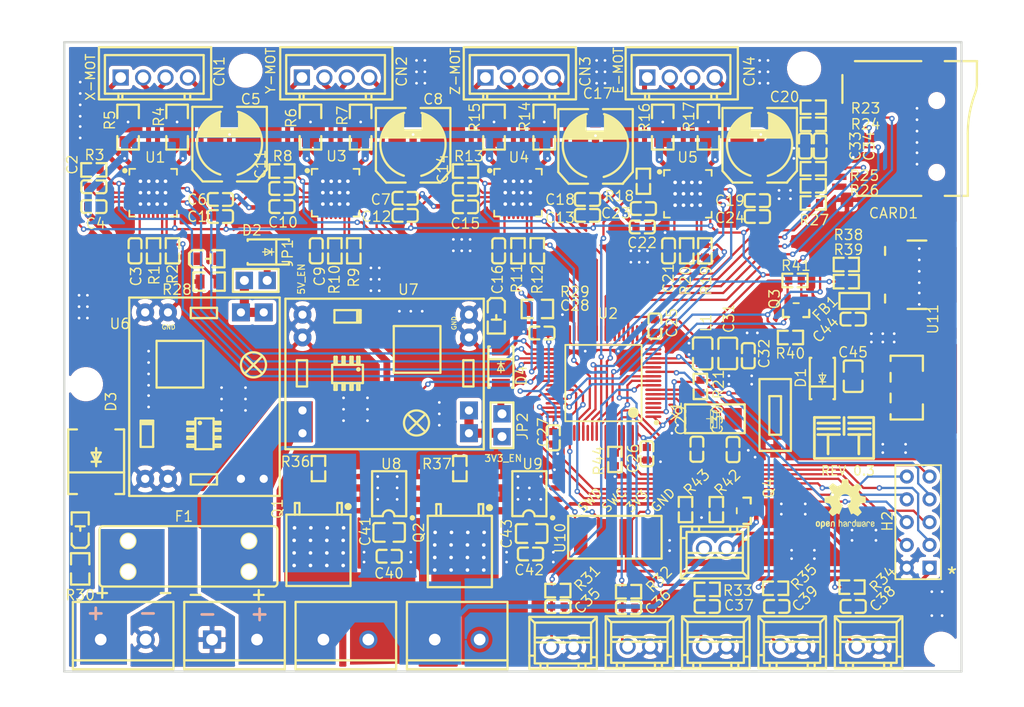
<source format=kicad_pcb>
(kicad_pcb (version 20171130) (host pcbnew 5.1.8-db9833491~87~ubuntu20.04.1)
  (layers (0 F.Cu signal) (31 B.Cu signal) (34 B.Paste user) (35 F.Paste user) (36 B.SilkS user) (37 F.SilkS user) (38 B.Mask user) (39 F.Mask user) (44 Edge.Cuts user))
  (net 0 "")
  (net 1 GND)
  (net 2 USB_D+)
  (net 3 +3V3)
  (net 4 SWDIO)
  (net 5 +VB)
  (net 6 X_STOP)
  (net 7 LCD_ENC_A)
  (net 8 LCD_ENC_B)
  (net 9 FAN_PWM)
  (net 10 HE0_PWM)
  (net 11 USB_D-)
  (net 12 E0_DIR)
  (net 13 E0_UART)
  (net 14 X_STP)
  (net 15 Y_UART)
  (net 16 E0_EN)
  (net 17 SD_MOSI)
  (net 18 LCD_BEEP)
  (net 19 LCD_MOSI)
  (net 20 Y_STOP)
  (net 21 X_DIR)
  (net 22 X_UART)
  (net 23 SD_MISO)
  (net 24 SD_CS)
  (net 25 SD_SCK)
  (net 26 Z_UART)
  (net 27 Z_STOP)
  (net 28 RESET)
  (net 29 TH0)
  (net 30 USB_CONN)
  (net 31 X_EN)
  (net 32 Y_EN)
  (net 33 Z_EN)
  (net 34 THB)
  (net 35 SWCLK)
  (net 36 E0_STP)
  (net 37 Q4_3)
  (net 38 Q3_3)
  (net 39 +5V)
  (net 40 VUSB)
  (net 41 FB1_1)
  (net 42 C44_1)
  (net 43 R39_1)
  (net 44 R38_1)
  (net 45 R29_2)
  (net 46 JP2_2)
  (net 47 JP1_2)
  (net 48 U6_3)
  (net 49 U2_6)
  (net 50 U2_5)
  (net 51 U2_13)
  (net 52 LCD_CS)
  (net 53 LCD_ENC_BTN)
  (net 54 R20_1)
  (net 55 C21_1)
  (net 56 U4_13)
  (net 57 U4_8)
  (net 58 R10_1)
  (net 59 C9_1)
  (net 60 C22_1)
  (net 61 C23_2)
  (net 62 C23_1)
  (net 63 U4_6)
  (net 64 U4_5)
  (net 65 C10_1)
  (net 66 C11_2)
  (net 67 C11_1)
  (net 68 X_OB1)
  (net 69 X_OA2)
  (net 70 X_OB2)
  (net 71 X_OA1)
  (net 72 U1_5)
  (net 73 U1_4)
  (net 74 U1_6)
  (net 75 U1_8)
  (net 76 U1_13)
  (net 77 Y_OA2)
  (net 78 Z_OB2)
  (net 79 Z_OB1)
  (net 80 Z_OA1)
  (net 81 Z_OA2)
  (net 82 U5_27)
  (net 83 E0_OA1)
  (net 84 E0_OB1)
  (net 85 U3_27)
  (net 86 U1_23)
  (net 87 U1_27)
  (net 88 Y_OB1)
  (net 89 Y_OA1)
  (net 90 Y_OB2)
  (net 91 E0_OB2)
  (net 92 U5_23)
  (net 93 U4_23)
  (net 94 U4_27)
  (net 95 U3_23)
  (net 96 E0_OA2)
  (net 97 U4_4)
  (net 98 SD_DET)
  (net 99 Q4_1)
  (net 100 LCD_SCK)
  (net 101 R30_1)
  (net 102 BED_PWM)
  (net 103 Z_DIR)
  (net 104 Z_STP)
  (net 105 U7_3)
  (net 106 R28_2)
  (net 107 U8_6)
  (net 108 R37_2)
  (net 109 U2_60)
  (net 110 Y_DIR)
  (net 111 Y_STP)
  (net 112 Q1_2)
  (net 113 Q2_2)
  (net 114 F1_1)
  (module Symbol:OSHW-Logo2_7.3x6mm_SilkScreen (layer F.Cu) (at 194.31 79.883)
    (fp_text reference REF** hide)
    (fp_text value OSHW-Logo2_7.3x6mm_SilkScreen hide)
  )
  (module easyeda:CAP-SMD_BD8.0-L8.3-W8.3-FD (layer F.Cu) (at 195.198 65.659 270)
    (fp_text reference C45 (at -2.667 1.777) (layer F.SilkS) (effects (font (size 1.143 1.143) (thickness 0.152)) (justify left)))
    (fp_text value 22uF hide)
    (pad 1 smd rect (at -1 0 270) (size 1 1.55) (layers F.Cu F.Paste F.Mask) (net 1 GND))
    (pad 2 smd rect (at 1 0 270) (size 1 1.55) (layers F.Cu F.Paste F.Mask) (net 3 +3V3))
  )
  (module easyeda:CAP-SMD_BD8.0-L8.3-W8.3-FD (layer F.Cu) (at 130.048 51.816 180)
    (fp_text reference D2 (at 3.048 2.413) (layer F.SilkS) (effects (font (size 1.143 1.143) (thickness 0.152)) (justify left)))
    (fp_text value SS34 hide)
    (pad 2 smd rect (at 2.3 0) (size 2 2) (layers F.Cu F.Paste F.Mask) (net 47 JP1_2))
    (pad 1 smd rect (at -2.3 0) (size 2 2) (layers F.Cu F.Paste F.Mask) (net 39 +5V))
  )
  (module easyeda:CAP-SMD_BD8.0-L8.3-W8.3-FD (layer F.Cu) (at 155.956 64.643 270)
    (fp_text reference D4 (at 2.159 -2.286 270) (layer F.SilkS) (effects (font (size 1.143 1.143) (thickness 0.152)) (justify left)))
    (fp_text value SS34 hide)
    (pad 2 smd rect (at 2.3 0 90) (size 2 2) (layers F.Cu F.Paste F.Mask) (net 46 JP2_2))
    (pad 1 smd rect (at -2.3 0 90) (size 2 2) (layers F.Cu F.Paste F.Mask) (net 3 +3V3))
  )
  (module easyeda:SOT-223-3_L6.5-W3.4-P2.30-LS7.0-BR (layer F.Cu) (at 201.168 66.929 180)
    (fp_text reference U11 (at -2.921 5.842 -90) (layer F.SilkS) (effects (font (size 1.143 1.143) (thickness 0.152)) (justify left)))
    (fp_text value AMS1117-3.3 hide)
    (pad 4 smd rect (at -3.099 0 270) (size 3.5 2.2) (layers F.Cu F.Paste F.Mask))
    (pad 3 smd rect (at 3.099 -2.3 270) (size 1.1 2.2) (layers F.Cu F.Paste F.Mask) (net 40 VUSB))
    (pad 2 smd rect (at 3.099 0 270) (size 1.1 2.2) (layers F.Cu F.Paste F.Mask) (net 3 +3V3))
    (pad 1 smd rect (at 3.099 2.3 270) (size 1.1 2.2) (layers F.Cu F.Paste F.Mask) (net 1 GND))
  )
  (module easyeda:KEY-3.0*6.0 (layer F.Cu) (at 186.563 69.977 270)
    (fp_text reference KEY1 hide)
    (fp_text value RST)
    (pad 1 smd rect (at -4.001 0 270) (size 1.5 1.2) (layers F.Cu F.Paste F.Mask) (net 28 RESET))
    (pad 2 smd rect (at 4 0 270) (size 1.5 1.2) (layers F.Cu F.Paste F.Mask) (net 1 GND))
  )
  (module easyeda:R0603 (layer F.Cu) (at 168.656 74.93 270)
    (fp_text reference R44 (at 1.905 1.778 90) (layer F.SilkS) (effects (font (size 1.143 1.143) (thickness 0.152)) (justify left)))
    (fp_text value 10K hide)
    (pad 2 smd rect (at 0.7 0 270) (size 0.8 0.9) (layers F.Cu F.Paste F.Mask) (net 1 GND))
    (pad 1 smd rect (at -0.7 0 270) (size 0.8 0.9) (layers F.Cu F.Paste F.Mask) (net 109 U2_60))
  )
  (module easyeda:C0603 (layer F.Cu) (at 135.382 51.69 270)
    (fp_text reference C9 (at 4.063 -0.381 90) (layer F.SilkS) (effects (font (size 1.143 1.143) (thickness 0.152)) (justify left)))
    (fp_text value 4.7uF hide)
    (pad 1 smd rect (at -0.7 0 270) (size 0.8 0.9) (layers F.Cu F.Paste F.Mask) (net 59 C9_1))
    (pad 2 smd rect (at 0.7 0 270) (size 0.8 0.9) (layers F.Cu F.Paste F.Mask) (net 1 GND))
  )
  (module easyeda:CAP-SMD_BD8.0-L8.3-W8.3-FD (layer F.Cu) (at 137.541 45.212 270)
    (fp_text reference U3 (at -4.064 1.143) (layer F.SilkS) (effects (font (size 1.143 1.143) (thickness 0.152)) (justify left)))
    (fp_text value TMC2208-LA-T hide)
    (pad 29 smd rect (at 0 0) (size 3.5 3.5) (layers F.Cu F.Paste F.Mask) (net 1 GND))
    (pad 28 smd oval (at -2.5 1.501) (size 0.28 0.9) (layers F.Cu F.Paste F.Mask) (net 5 +VB))
    (pad 27 smd oval (at -2.5 1.001) (size 0.28 0.9) (layers F.Cu F.Paste F.Mask) (net 85 U3_27))
    (pad 26 smd oval (at -2.5 0.5) (size 0.28 0.9) (layers F.Cu F.Paste F.Mask) (net 88 Y_OB1))
    (pad 25 smd oval (at -2.5 0) (size 0.28 0.9) (layers F.Cu F.Paste F.Mask))
    (pad 24 smd oval (at -2.5 -0.5) (size 0.28 0.9) (layers F.Cu F.Paste F.Mask) (net 89 Y_OA1))
    (pad 23 smd oval (at -2.5 -1.001) (size 0.28 0.9) (layers F.Cu F.Paste F.Mask) (net 95 U3_23))
    (pad 22 smd oval (at -2.5 -1.501) (size 0.28 0.9) (layers F.Cu F.Paste F.Mask) (net 5 +VB))
    (pad 21 smd oval (at -1.501 -2.5 90) (size 0.28 0.9) (layers F.Cu F.Paste F.Mask) (net 77 Y_OA2))
    (pad 20 smd oval (at -1.001 -2.5 90) (size 0.28 0.9) (layers F.Cu F.Paste F.Mask))
    (pad 19 smd oval (at -0.501 -2.5 90) (size 0.28 0.9) (layers F.Cu F.Paste F.Mask) (net 110 Y_DIR))
    (pad 18 smd oval (at 0 -2.5 90) (size 0.28 0.9) (layers F.Cu F.Paste F.Mask) (net 1 GND))
    (pad 17 smd oval (at 0.5 -2.5 90) (size 0.28 0.9) (layers F.Cu F.Paste F.Mask))
    (pad 16 smd oval (at 1.001 -2.5 90) (size 0.28 0.9) (layers F.Cu F.Paste F.Mask) (net 111 Y_STP))
    (pad 15 smd oval (at 1.501 -2.5 90) (size 0.28 0.9) (layers F.Cu F.Paste F.Mask) (net 3 +3V3))
    (pad 14 smd oval (at 2.5 -1.501) (size 0.28 0.9) (layers F.Cu F.Paste F.Mask) (net 15 Y_UART))
    (pad 13 smd oval (at 2.5 -1.001) (size 0.28 0.9) (layers F.Cu F.Paste F.Mask) (net 58 R10_1))
    (pad 12 smd oval (at 2.5 -0.5) (size 0.28 0.9) (layers F.Cu F.Paste F.Mask))
    (pad 11 smd oval (at 2.5 0) (size 0.28 0.9) (layers F.Cu F.Paste F.Mask))
    (pad 10 smd oval (at 2.5 0.5) (size 0.28 0.9) (layers F.Cu F.Paste F.Mask))
    (pad 9 smd oval (at 2.5 1.001) (size 0.28 0.9) (layers F.Cu F.Paste F.Mask))
    (pad 8 smd oval (at 2.5 1.501) (size 0.28 0.9) (layers F.Cu F.Paste F.Mask) (net 59 C9_1))
    (pad 7 smd oval (at 1.501 2.5 90) (size 0.28 0.9) (layers F.Cu F.Paste F.Mask))
    (pad 6 smd oval (at 1.001 2.5 90) (size 0.28 0.9) (layers F.Cu F.Paste F.Mask) (net 65 C10_1))
    (pad 5 smd oval (at 0.5 2.5 90) (size 0.28 0.9) (layers F.Cu F.Paste F.Mask) (net 66 C11_2))
    (pad 4 smd oval (at 0 2.5 90) (size 0.28 0.9) (layers F.Cu F.Paste F.Mask) (net 67 C11_1))
    (pad 3 smd oval (at -0.501 2.5 90) (size 0.28 0.9) (layers F.Cu F.Paste F.Mask) (net 1 GND))
    (pad 2 smd oval (at -1.001 2.5 90) (size 0.28 0.9) (layers F.Cu F.Paste F.Mask) (net 32 Y_EN))
    (pad 1 smd oval (at -1.501 2.5 90) (size 0.28 0.9) (layers F.Cu F.Paste F.Mask) (net 90 Y_OB2))
  )
  (module easyeda:R0603 (layer F.Cu) (at 131.572 42.799 180)
    (fp_text reference R8 (at 1.143 1.651) (layer F.SilkS) (effects (font (size 1.143 1.143) (thickness 0.152)) (justify left)))
    (fp_text value 20K hide)
    (pad 2 smd rect (at 0.7 0 180) (size 0.8 0.9) (layers F.Cu F.Paste F.Mask) (net 3 +3V3))
    (pad 1 smd rect (at -0.7 0 180) (size 0.8 0.9) (layers F.Cu F.Paste F.Mask) (net 32 Y_EN))
  )
  (module easyeda:R0603 (layer F.Cu) (at 139.573 51.689 90)
    (fp_text reference R9 (at -4.191 0 90) (layer F.SilkS) (effects (font (size 1.143 1.143) (thickness 0.152)) (justify left)))
    (fp_text value 20K hide)
    (pad 2 smd rect (at 0.7 0 90) (size 0.8 0.9) (layers F.Cu F.Paste F.Mask) (net 15 Y_UART))
    (pad 1 smd rect (at -0.7 0 90) (size 0.8 0.9) (layers F.Cu F.Paste F.Mask) (net 1 GND))
  )
  (module easyeda:R0603 (layer F.Cu) (at 137.458 51.689 270)
    (fp_text reference R10 (at 4.953 0.044 90) (layer F.SilkS) (effects (font (size 1.143 1.143) (thickness 0.152)) (justify left)))
    (fp_text value 20K hide)
    (pad 2 smd rect (at 0.7 0 270) (size 0.8 0.9) (layers F.Cu F.Paste F.Mask) (net 1 GND))
    (pad 1 smd rect (at -0.7 0 270) (size 0.8 0.9) (layers F.Cu F.Paste F.Mask) (net 58 R10_1))
  )
  (module easyeda:C0603 (layer F.Cu) (at 131.573 44.739 180)
    (fp_text reference C11 (at 2.414 0.924 -90) (layer F.SilkS) (effects (font (size 1.143 1.143) (thickness 0.152)) (justify left)))
    (fp_text value 22nF hide)
    (pad 1 smd rect (at -0.7 0 180) (size 0.8 0.9) (layers F.Cu F.Paste F.Mask) (net 67 C11_1))
    (pad 2 smd rect (at 0.7 0 180) (size 0.8 0.9) (layers F.Cu F.Paste F.Mask) (net 66 C11_2))
  )
  (module easyeda:C0603 (layer F.Cu) (at 131.572 46.759 180)
    (fp_text reference C10 (at 1.651 -1.755) (layer F.SilkS) (effects (font (size 1.143 1.143) (thickness 0.152)) (justify left)))
    (fp_text value 100nF hide)
    (pad 1 smd rect (at -0.7 0 180) (size 0.8 0.9) (layers F.Cu F.Paste F.Mask) (net 65 C10_1))
    (pad 2 smd rect (at 0.7 0 180) (size 0.8 0.9) (layers F.Cu F.Paste F.Mask) (net 5 +VB))
  )
  (module easyeda:C0603 (layer F.Cu) (at 145.288 47.752)
    (fp_text reference C12 (at -4.953 0.127) (layer F.SilkS) (effects (font (size 1.143 1.143) (thickness 0.152)) (justify left)))
    (fp_text value 100nF hide)
    (pad 1 smd rect (at -0.7 0) (size 0.8 0.9) (layers F.Cu F.Paste F.Mask) (net 1 GND))
    (pad 2 smd rect (at 0.7 0) (size 0.8 0.9) (layers F.Cu F.Paste F.Mask) (net 3 +3V3))
  )
  (module easyeda:C0603 (layer F.Cu) (at 145.288 45.847)
    (fp_text reference C7 (at -3.937 0.127) (layer F.SilkS) (effects (font (size 1.143 1.143) (thickness 0.152)) (justify left)))
    (fp_text value 100nF hide)
    (pad 1 smd rect (at -0.7 0) (size 0.8 0.9) (layers F.Cu F.Paste F.Mask) (net 1 GND))
    (pad 2 smd rect (at 0.7 0) (size 0.8 0.9) (layers F.Cu F.Paste F.Mask) (net 5 +VB))
  )
  (module easyeda:CAP-SMD_BD8.0-L8.3-W8.3-FD (layer F.Cu) (at 146.177 39.878 90)
    (fp_text reference C8 (at 5.08 1.016) (layer F.SilkS) (effects (font (size 1.143 1.143) (thickness 0.152)) (justify left)))
    (fp_text value 100uF hide)
    (pad 1 smd rect (at -3.5 -0.005 270) (size 2.9 1.2) (layers F.Cu F.Paste F.Mask) (net 5 +VB))
    (pad 2 smd rect (at 3.5 0.005 270) (size 2.9 1.2) (layers F.Cu F.Paste F.Mask) (net 1 GND))
  )
  (module easyeda:CAP-SMD_BD8.0-L8.3-W8.3-FD (layer F.Cu) (at 137.541 32.385)
    (fp_text reference CN2 (at 7.366 1.143 90) (layer F.SilkS) (effects (font (size 1.143 1.143) (thickness 0.152)) (justify left)))
    (fp_text value "XH-4AK M" hide)
    (pad 1 thru_hole rect (at -3.75 0) (size 1.8 1.8) (drill 1.199) (layers *.Cu *.Paste *.Mask) (net 90 Y_OB2))
    (pad 2 thru_hole circle (at -1.248 0) (size 1.8 1.8) (drill 1.199) (layers *.Cu *.Paste *.Mask) (net 88 Y_OB1))
    (pad 3 thru_hole circle (at 1.251 0) (size 1.8 1.8) (drill 1.199) (layers *.Cu *.Paste *.Mask) (net 89 Y_OA1))
    (pad 4 thru_hole circle (at 3.75 0) (size 1.8 1.8) (drill 1.199) (layers *.Cu *.Paste *.Mask) (net 77 Y_OA2))
  )
  (module easyeda:C0603 (layer F.Cu) (at 115.189 51.69 270)
    (fp_text reference C3 (at 4.063 -0.127 90) (layer F.SilkS) (effects (font (size 1.143 1.143) (thickness 0.152)) (justify left)))
    (fp_text value 4.7uF hide)
    (pad 1 smd rect (at -0.7 0 270) (size 0.8 0.9) (layers F.Cu F.Paste F.Mask) (net 75 U1_8))
    (pad 2 smd rect (at 0.7 0 270) (size 0.8 0.9) (layers F.Cu F.Paste F.Mask) (net 1 GND))
  )
  (module easyeda:R0603 (layer F.Cu) (at 110.617 42.672 180)
    (fp_text reference R3 (at 1.143 1.651) (layer F.SilkS) (effects (font (size 1.143 1.143) (thickness 0.152)) (justify left)))
    (fp_text value 20K hide)
    (pad 2 smd rect (at 0.7 0 180) (size 0.8 0.9) (layers F.Cu F.Paste F.Mask) (net 3 +3V3))
    (pad 1 smd rect (at -0.7 0 180) (size 0.8 0.9) (layers F.Cu F.Paste F.Mask) (net 31 X_EN))
  )
  (module easyeda:R0603 (layer F.Cu) (at 119.38 51.689 90)
    (fp_text reference R2 (at -3.81 0 90) (layer F.SilkS) (effects (font (size 1.143 1.143) (thickness 0.152)) (justify left)))
    (fp_text value 20K hide)
    (pad 2 smd rect (at 0.7 0 90) (size 0.8 0.9) (layers F.Cu F.Paste F.Mask) (net 22 X_UART))
    (pad 1 smd rect (at -0.7 0 90) (size 0.8 0.9) (layers F.Cu F.Paste F.Mask) (net 1 GND))
  )
  (module easyeda:R0603 (layer F.Cu) (at 117.265 51.689 270)
    (fp_text reference R1 (at 3.937 -0.083 90) (layer F.SilkS) (effects (font (size 1.143 1.143) (thickness 0.152)) (justify left)))
    (fp_text value 20K hide)
    (pad 2 smd rect (at 0.7 0 270) (size 0.8 0.9) (layers F.Cu F.Paste F.Mask) (net 1 GND))
    (pad 1 smd rect (at -0.7 0 270) (size 0.8 0.9) (layers F.Cu F.Paste F.Mask) (net 76 U1_13))
  )
  (module easyeda:C0603 (layer F.Cu) (at 110.617 46.759 180)
    (fp_text reference C4 (at 1.016 -1.882) (layer F.SilkS) (effects (font (size 1.143 1.143) (thickness 0.152)) (justify left)))
    (fp_text value 100nF hide)
    (pad 1 smd rect (at -0.7 0 180) (size 0.8 0.9) (layers F.Cu F.Paste F.Mask) (net 74 U1_6))
    (pad 2 smd rect (at 0.7 0 180) (size 0.8 0.9) (layers F.Cu F.Paste F.Mask) (net 5 +VB))
  )
  (module easyeda:C0603 (layer F.Cu) (at 124.714 45.974)
    (fp_text reference C6 (at -3.81 0) (layer F.SilkS) (effects (font (size 1.143 1.143) (thickness 0.152)) (justify left)))
    (fp_text value 100nF hide)
    (pad 1 smd rect (at -0.7 0) (size 0.8 0.9) (layers F.Cu F.Paste F.Mask) (net 1 GND))
    (pad 2 smd rect (at 0.7 0) (size 0.8 0.9) (layers F.Cu F.Paste F.Mask) (net 5 +VB))
  )
  (module easyeda:CAP-SMD_BD8.0-L8.3-W8.3-FD (layer F.Cu) (at 125.73 39.751 90)
    (fp_text reference C5 (at 4.953 1.143) (layer F.SilkS) (effects (font (size 1.143 1.143) (thickness 0.152)) (justify left)))
    (fp_text value 100uF hide)
    (pad 1 smd rect (at -3.5 -0.005 270) (size 2.9 1.2) (layers F.Cu F.Paste F.Mask) (net 5 +VB))
    (pad 2 smd rect (at 3.5 0.005 270) (size 2.9 1.2) (layers F.Cu F.Paste F.Mask) (net 1 GND))
  )
  (module easyeda:LQFP-64_L10.0-W10.0-P0.50-LS12.0-BL (layer F.Cu) (at 167.386 66.421 90)
    (fp_text reference U2 (at 7.747 -0.762) (layer F.SilkS) (effects (font (size 1.143 1.143) (thickness 0.152)) (justify left)))
    (fp_text value STM32F103RCT6 hide)
    (pad 64 smd oval (at -5.55 3.75 180) (size 0.28 1.8) (layers F.Cu F.Paste F.Mask) (net 3 +3V3))
    (pad 63 smd oval (at -5.55 3.25 180) (size 0.28 1.8) (layers F.Cu F.Paste F.Mask) (net 1 GND))
    (pad 62 smd oval (at -5.55 2.75 180) (size 0.28 1.8) (layers F.Cu F.Paste F.Mask) (net 100 LCD_SCK))
    (pad 61 smd oval (at -5.55 2.25 180) (size 0.28 1.8) (layers F.Cu F.Paste F.Mask) (net 52 LCD_CS))
    (pad 60 smd oval (at -5.55 1.75 180) (size 0.28 1.8) (layers F.Cu F.Paste F.Mask) (net 109 U2_60))
    (pad 59 smd oval (at -5.55 1.25 180) (size 0.28 1.8) (layers F.Cu F.Paste F.Mask) (net 19 LCD_MOSI))
    (pad 58 smd oval (at -5.55 0.75 180) (size 0.28 1.8) (layers F.Cu F.Paste F.Mask) (net 53 LCD_ENC_BTN))
    (pad 57 smd oval (at -5.55 0.25 180) (size 0.28 1.8) (layers F.Cu F.Paste F.Mask) (net 18 LCD_BEEP))
    (pad 56 smd oval (at -5.55 -0.25 180) (size 0.28 1.8) (layers F.Cu F.Paste F.Mask) (net 12 E0_DIR))
    (pad 55 smd oval (at -5.55 -0.75 180) (size 0.28 1.8) (layers F.Cu F.Paste F.Mask) (net 36 E0_STP))
    (pad 54 smd oval (at -5.55 -1.25 180) (size 0.28 1.8) (layers F.Cu F.Paste F.Mask) (net 16 E0_EN))
    (pad 53 smd oval (at -5.55 -1.75 180) (size 0.28 1.8) (layers F.Cu F.Paste F.Mask))
    (pad 52 smd oval (at -5.55 -2.25 180) (size 0.28 1.8) (layers F.Cu F.Paste F.Mask) (net 13 E0_UART))
    (pad 51 smd oval (at -5.55 -2.75 180) (size 0.28 1.8) (layers F.Cu F.Paste F.Mask) (net 26 Z_UART))
    (pad 50 smd oval (at -5.55 -3.25 180) (size 0.28 1.8) (layers F.Cu F.Paste F.Mask))
    (pad 49 smd oval (at -5.55 -3.75 180) (size 0.28 1.8) (layers F.Cu F.Paste F.Mask) (net 35 SWCLK))
    (pad 48 smd oval (at -3.75 -5.55 270) (size 0.28 1.8) (layers F.Cu F.Paste F.Mask) (net 3 +3V3))
    (pad 47 smd oval (at -3.25 -5.55 270) (size 0.28 1.8) (layers F.Cu F.Paste F.Mask) (net 1 GND))
    (pad 46 smd oval (at -2.75 -5.55 270) (size 0.28 1.8) (layers F.Cu F.Paste F.Mask) (net 4 SWDIO))
    (pad 45 smd oval (at -2.25 -5.55 270) (size 0.28 1.8) (layers F.Cu F.Paste F.Mask) (net 2 USB_D+))
    (pad 44 smd oval (at -1.75 -5.55 270) (size 0.28 1.8) (layers F.Cu F.Paste F.Mask) (net 11 USB_D-))
    (pad 43 smd oval (at -1.25 -5.55 270) (size 0.28 1.8) (layers F.Cu F.Paste F.Mask) (net 7 LCD_ENC_A))
    (pad 42 smd oval (at -0.75 -5.55 270) (size 0.28 1.8) (layers F.Cu F.Paste F.Mask) (net 8 LCD_ENC_B))
    (pad 41 smd oval (at -0.25 -5.55 270) (size 0.28 1.8) (layers F.Cu F.Paste F.Mask) (net 9 FAN_PWM))
    (pad 40 smd oval (at 0.25 -5.55 270) (size 0.28 1.8) (layers F.Cu F.Paste F.Mask) (net 102 BED_PWM))
    (pad 39 smd oval (at 0.75 -5.55 270) (size 0.28 1.8) (layers F.Cu F.Paste F.Mask) (net 10 HE0_PWM))
    (pad 38 smd oval (at 1.25 -5.55 270) (size 0.28 1.8) (layers F.Cu F.Paste F.Mask))
    (pad 37 smd oval (at 1.75 -5.55 270) (size 0.28 1.8) (layers F.Cu F.Paste F.Mask) (net 15 Y_UART))
    (pad 36 smd oval (at 2.25 -5.55 270) (size 0.28 1.8) (layers F.Cu F.Paste F.Mask) (net 22 X_UART))
    (pad 35 smd oval (at 2.75 -5.55 270) (size 0.28 1.8) (layers F.Cu F.Paste F.Mask) (net 31 X_EN))
    (pad 34 smd oval (at 3.25 -5.55 270) (size 0.28 1.8) (layers F.Cu F.Paste F.Mask) (net 14 X_STP))
    (pad 33 smd oval (at 3.75 -5.55 270) (size 0.28 1.8) (layers F.Cu F.Paste F.Mask) (net 21 X_DIR))
    (pad 32 smd oval (at 5.55 -3.75 180) (size 0.28 1.8) (layers F.Cu F.Paste F.Mask) (net 3 +3V3))
    (pad 31 smd oval (at 5.55 -3.25 180) (size 0.28 1.8) (layers F.Cu F.Paste F.Mask) (net 1 GND))
    (pad 30 smd oval (at 5.55 -2.75 180) (size 0.28 1.8) (layers F.Cu F.Paste F.Mask) (net 32 Y_EN))
    (pad 29 smd oval (at 5.55 -2.25 180) (size 0.28 1.8) (layers F.Cu F.Paste F.Mask) (net 111 Y_STP))
    (pad 28 smd oval (at 5.55 -1.75 180) (size 0.28 1.8) (layers F.Cu F.Paste F.Mask) (net 110 Y_DIR))
    (pad 27 smd oval (at 5.55 -1.25 180) (size 0.28 1.8) (layers F.Cu F.Paste F.Mask) (net 33 Z_EN))
    (pad 26 smd oval (at 5.55 -0.75 180) (size 0.28 1.8) (layers F.Cu F.Paste F.Mask) (net 104 Z_STP))
    (pad 25 smd oval (at 5.55 -0.25 180) (size 0.28 1.8) (layers F.Cu F.Paste F.Mask) (net 103 Z_DIR))
    (pad 24 smd oval (at 5.55 0.25 180) (size 0.28 1.8) (layers F.Cu F.Paste F.Mask) (net 98 SD_DET))
    (pad 23 smd oval (at 5.55 0.75 180) (size 0.28 1.8) (layers F.Cu F.Paste F.Mask) (net 17 SD_MOSI))
    (pad 22 smd oval (at 5.55 1.25 180) (size 0.28 1.8) (layers F.Cu F.Paste F.Mask) (net 23 SD_MISO))
    (pad 21 smd oval (at 5.55 1.75 180) (size 0.28 1.8) (layers F.Cu F.Paste F.Mask) (net 25 SD_SCK))
    (pad 20 smd oval (at 5.55 2.25 180) (size 0.28 1.8) (layers F.Cu F.Paste F.Mask) (net 24 SD_CS))
    (pad 19 smd oval (at 5.55 2.75 180) (size 0.28 1.8) (layers F.Cu F.Paste F.Mask) (net 3 +3V3))
    (pad 18 smd oval (at 5.55 3.25 180) (size 0.28 1.8) (layers F.Cu F.Paste F.Mask) (net 1 GND))
    (pad 17 smd oval (at 5.55 3.75 180) (size 0.28 1.8) (layers F.Cu F.Paste F.Mask))
    (pad 16 smd oval (at 3.75 5.55 270) (size 0.28 1.8) (layers F.Cu F.Paste F.Mask))
    (pad 15 smd oval (at 3.25 5.55 270) (size 0.28 1.8) (layers F.Cu F.Paste F.Mask))
    (pad 14 smd oval (at 2.75 5.55 270) (size 0.28 1.8) (layers F.Cu F.Paste F.Mask) (net 29 TH0))
    (pad 13 smd oval (at 2.25 5.55 270) (size 0.28 1.8) (layers F.Cu F.Paste F.Mask) (net 51 U2_13))
    (pad 12 smd oval (at 1.75 5.55 270) (size 0.28 1.8) (layers F.Cu F.Paste F.Mask) (net 1 GND))
    (pad 11 smd oval (at 1.25 5.55 270) (size 0.28 1.8) (layers F.Cu F.Paste F.Mask) (net 34 THB))
    (pad 10 smd oval (at 0.75 5.55 270) (size 0.28 1.8) (layers F.Cu F.Paste F.Mask) (net 27 Z_STOP))
    (pad 9 smd oval (at 0.25 5.55 270) (size 0.28 1.8) (layers F.Cu F.Paste F.Mask) (net 20 Y_STOP))
    (pad 8 smd oval (at -0.25 5.55 270) (size 0.28 1.8) (layers F.Cu F.Paste F.Mask) (net 6 X_STOP))
    (pad 7 smd oval (at -0.75 5.55 270) (size 0.28 1.8) (layers F.Cu F.Paste F.Mask) (net 28 RESET))
    (pad 6 smd oval (at -1.25 5.55 270) (size 0.28 1.8) (layers F.Cu F.Paste F.Mask) (net 49 U2_6))
    (pad 5 smd oval (at -1.75 5.55 270) (size 0.28 1.8) (layers F.Cu F.Paste F.Mask) (net 50 U2_5))
    (pad 4 smd oval (at -2.25 5.55 270) (size 0.28 1.8) (layers F.Cu F.Paste F.Mask))
    (pad 3 smd oval (at -2.75 5.55 270) (size 0.28 1.8) (layers F.Cu F.Paste F.Mask))
    (pad 2 smd oval (at -3.25 5.55 270) (size 0.28 1.8) (layers F.Cu F.Paste F.Mask) (net 30 USB_CONN))
    (pad 1 smd oval (at -3.75 5.55 270) (size 0.28 1.8) (layers F.Cu F.Paste F.Mask) (net 3 +3V3))
  )
  (module easyeda:C0603 (layer F.Cu) (at 110.618 44.548 180)
    (fp_text reference C2 (at 2.414 1.241 -90) (layer F.SilkS) (effects (font (size 1.143 1.143) (thickness 0.152)) (justify left)))
    (fp_text value 22nF hide)
    (pad 1 smd rect (at -0.7 0 180) (size 0.8 0.9) (layers F.Cu F.Paste F.Mask) (net 73 U1_4))
    (pad 2 smd rect (at 0.7 0 180) (size 0.8 0.9) (layers F.Cu F.Paste F.Mask) (net 72 U1_5))
  )
  (module easyeda:C0603 (layer F.Cu) (at 124.714 47.879)
    (fp_text reference C1 (at -3.81 0) (layer F.SilkS) (effects (font (size 1.143 1.143) (thickness 0.152)) (justify left)))
    (fp_text value 100nF hide)
    (pad 1 smd rect (at -0.7 0) (size 0.8 0.9) (layers F.Cu F.Paste F.Mask) (net 1 GND))
    (pad 2 smd rect (at 0.7 0) (size 0.8 0.9) (layers F.Cu F.Paste F.Mask) (net 3 +3V3))
  )
  (module easyeda:CAP-SMD_BD8.0-L8.3-W8.3-FD (layer F.Cu) (at 117.348 32.385)
    (fp_text reference CN1 (at 7.239 1.143 90) (layer F.SilkS) (effects (font (size 1.143 1.143) (thickness 0.152)) (justify left)))
    (fp_text value "XH-4AK M" hide)
    (pad 1 thru_hole rect (at -3.75 0) (size 1.8 1.8) (drill 1.199) (layers *.Cu *.Paste *.Mask) (net 70 X_OB2))
    (pad 2 thru_hole circle (at -1.248 0) (size 1.8 1.8) (drill 1.199) (layers *.Cu *.Paste *.Mask) (net 68 X_OB1))
    (pad 3 thru_hole circle (at 1.251 0) (size 1.8 1.8) (drill 1.199) (layers *.Cu *.Paste *.Mask) (net 71 X_OA1))
    (pad 4 thru_hole circle (at 3.75 0) (size 1.8 1.8) (drill 1.199) (layers *.Cu *.Paste *.Mask) (net 69 X_OA2))
  )
  (module easyeda:C0603 (layer F.Cu) (at 155.702 51.689 270)
    (fp_text reference C16 (at 4.953 0.127 90) (layer F.SilkS) (effects (font (size 1.143 1.143) (thickness 0.152)) (justify left)))
    (fp_text value 4.7uF hide)
    (pad 1 smd rect (at -0.7 0 270) (size 0.8 0.9) (layers F.Cu F.Paste F.Mask) (net 57 U4_8))
    (pad 2 smd rect (at 0.7 0 270) (size 0.8 0.9) (layers F.Cu F.Paste F.Mask) (net 1 GND))
  )
  (module easyeda:CAP-SMD_BD8.0-L8.3-W8.3-FD (layer F.Cu) (at 157.861 45.212 270)
    (fp_text reference U4 (at -3.937 1.143) (layer F.SilkS) (effects (font (size 1.143 1.143) (thickness 0.152)) (justify left)))
    (fp_text value TMC2208-LA-T hide)
    (pad 29 smd rect (at 0 0) (size 3.5 3.5) (layers F.Cu F.Paste F.Mask) (net 1 GND))
    (pad 28 smd oval (at -2.5 1.501) (size 0.28 0.9) (layers F.Cu F.Paste F.Mask) (net 5 +VB))
    (pad 27 smd oval (at -2.5 1.001) (size 0.28 0.9) (layers F.Cu F.Paste F.Mask) (net 94 U4_27))
    (pad 26 smd oval (at -2.5 0.5) (size 0.28 0.9) (layers F.Cu F.Paste F.Mask) (net 79 Z_OB1))
    (pad 25 smd oval (at -2.5 0) (size 0.28 0.9) (layers F.Cu F.Paste F.Mask))
    (pad 24 smd oval (at -2.5 -0.5) (size 0.28 0.9) (layers F.Cu F.Paste F.Mask) (net 80 Z_OA1))
    (pad 23 smd oval (at -2.5 -1.001) (size 0.28 0.9) (layers F.Cu F.Paste F.Mask) (net 93 U4_23))
    (pad 22 smd oval (at -2.5 -1.501) (size 0.28 0.9) (layers F.Cu F.Paste F.Mask) (net 5 +VB))
    (pad 21 smd oval (at -1.501 -2.5 90) (size 0.28 0.9) (layers F.Cu F.Paste F.Mask) (net 81 Z_OA2))
    (pad 20 smd oval (at -1.001 -2.5 90) (size 0.28 0.9) (layers F.Cu F.Paste F.Mask))
    (pad 19 smd oval (at -0.501 -2.5 90) (size 0.28 0.9) (layers F.Cu F.Paste F.Mask) (net 103 Z_DIR))
    (pad 18 smd oval (at 0 -2.5 90) (size 0.28 0.9) (layers F.Cu F.Paste F.Mask) (net 1 GND))
    (pad 17 smd oval (at 0.5 -2.5 90) (size 0.28 0.9) (layers F.Cu F.Paste F.Mask))
    (pad 16 smd oval (at 1.001 -2.5 90) (size 0.28 0.9) (layers F.Cu F.Paste F.Mask) (net 104 Z_STP))
    (pad 15 smd oval (at 1.501 -2.5 90) (size 0.28 0.9) (layers F.Cu F.Paste F.Mask) (net 3 +3V3))
    (pad 14 smd oval (at 2.5 -1.501) (size 0.28 0.9) (layers F.Cu F.Paste F.Mask) (net 26 Z_UART))
    (pad 13 smd oval (at 2.5 -1.001) (size 0.28 0.9) (layers F.Cu F.Paste F.Mask) (net 56 U4_13))
    (pad 12 smd oval (at 2.5 -0.5) (size 0.28 0.9) (layers F.Cu F.Paste F.Mask))
    (pad 11 smd oval (at 2.5 0) (size 0.28 0.9) (layers F.Cu F.Paste F.Mask))
    (pad 10 smd oval (at 2.5 0.5) (size 0.28 0.9) (layers F.Cu F.Paste F.Mask))
    (pad 9 smd oval (at 2.5 1.001) (size 0.28 0.9) (layers F.Cu F.Paste F.Mask))
    (pad 8 smd oval (at 2.5 1.501) (size 0.28 0.9) (layers F.Cu F.Paste F.Mask) (net 57 U4_8))
    (pad 7 smd oval (at 1.501 2.5 90) (size 0.28 0.9) (layers F.Cu F.Paste F.Mask))
    (pad 6 smd oval (at 1.001 2.5 90) (size 0.28 0.9) (layers F.Cu F.Paste F.Mask) (net 63 U4_6))
    (pad 5 smd oval (at 0.5 2.5 90) (size 0.28 0.9) (layers F.Cu F.Paste F.Mask) (net 64 U4_5))
    (pad 4 smd oval (at 0 2.5 90) (size 0.28 0.9) (layers F.Cu F.Paste F.Mask) (net 97 U4_4))
    (pad 3 smd oval (at -0.501 2.5 90) (size 0.28 0.9) (layers F.Cu F.Paste F.Mask) (net 1 GND))
    (pad 2 smd oval (at -1.001 2.5 90) (size 0.28 0.9) (layers F.Cu F.Paste F.Mask) (net 33 Z_EN))
    (pad 1 smd oval (at -1.501 2.5 90) (size 0.28 0.9) (layers F.Cu F.Paste F.Mask) (net 78 Z_OB2))
  )
  (module easyeda:R0603 (layer F.Cu) (at 160.02 51.689 90)
    (fp_text reference R12 (at -4.953 0 90) (layer F.SilkS) (effects (font (size 1.143 1.143) (thickness 0.152)) (justify left)))
    (fp_text value 20K hide)
    (pad 2 smd rect (at 0.7 0 90) (size 0.8 0.9) (layers F.Cu F.Paste F.Mask) (net 26 Z_UART))
    (pad 1 smd rect (at -0.7 0 90) (size 0.8 0.9) (layers F.Cu F.Paste F.Mask) (net 1 GND))
  )
  (module easyeda:R0603 (layer F.Cu) (at 157.861 51.689 270)
    (fp_text reference R11 (at 4.826 0.127 90) (layer F.SilkS) (effects (font (size 1.143 1.143) (thickness 0.152)) (justify left)))
    (fp_text value 20K hide)
    (pad 2 smd rect (at 0.7 0 270) (size 0.8 0.9) (layers F.Cu F.Paste F.Mask) (net 1 GND))
    (pad 1 smd rect (at -0.7 0 270) (size 0.8 0.9) (layers F.Cu F.Paste F.Mask) (net 56 U4_13))
  )
  (module easyeda:R0603 (layer F.Cu) (at 152.019 42.799 180)
    (fp_text reference R13 (at 1.397 1.651) (layer F.SilkS) (effects (font (size 1.143 1.143) (thickness 0.152)) (justify left)))
    (fp_text value 20K hide)
    (pad 2 smd rect (at 0.7 0 180) (size 0.8 0.9) (layers F.Cu F.Paste F.Mask) (net 3 +3V3))
    (pad 1 smd rect (at -0.7 0 180) (size 0.8 0.9) (layers F.Cu F.Paste F.Mask) (net 33 Z_EN))
  )
  (module easyeda:C0603 (layer F.Cu) (at 152.019 44.831 180)
    (fp_text reference C14 (at 2.54 0.508 -90) (layer F.SilkS) (effects (font (size 1.143 1.143) (thickness 0.152)) (justify left)))
    (fp_text value 22nF hide)
    (pad 1 smd rect (at -0.7 0 180) (size 0.8 0.9) (layers F.Cu F.Paste F.Mask) (net 97 U4_4))
    (pad 2 smd rect (at 0.7 0 180) (size 0.8 0.9) (layers F.Cu F.Paste F.Mask) (net 64 U4_5))
  )
  (module easyeda:C0603 (layer F.Cu) (at 165.608 47.752)
    (fp_text reference C13 (at -4.826 0.254) (layer F.SilkS) (effects (font (size 1.143 1.143) (thickness 0.152)) (justify left)))
    (fp_text value 100nF hide)
    (pad 1 smd rect (at -0.7 0) (size 0.8 0.9) (layers F.Cu F.Paste F.Mask) (net 1 GND))
    (pad 2 smd rect (at 0.7 0) (size 0.8 0.9) (layers F.Cu F.Paste F.Mask) (net 3 +3V3))
  )
  (module easyeda:C0603 (layer F.Cu) (at 165.608 45.974)
    (fp_text reference C18 (at -4.826 0) (layer F.SilkS) (effects (font (size 1.143 1.143) (thickness 0.152)) (justify left)))
    (fp_text value 100nF hide)
    (pad 1 smd rect (at -0.7 0) (size 0.8 0.9) (layers F.Cu F.Paste F.Mask) (net 1 GND))
    (pad 2 smd rect (at 0.7 0) (size 0.8 0.9) (layers F.Cu F.Paste F.Mask) (net 5 +VB))
  )
  (module easyeda:C0603 (layer F.Cu) (at 152.019 46.777 180)
    (fp_text reference C15 (at 1.778 -1.864) (layer F.SilkS) (effects (font (size 1.143 1.143) (thickness 0.152)) (justify left)))
    (fp_text value 100nF hide)
    (pad 1 smd rect (at -0.7 0 180) (size 0.8 0.9) (layers F.Cu F.Paste F.Mask) (net 63 U4_6))
    (pad 2 smd rect (at 0.7 0 180) (size 0.8 0.9) (layers F.Cu F.Paste F.Mask) (net 5 +VB))
  )
  (module easyeda:CAP-SMD_BD8.0-L8.3-W8.3-FD (layer F.Cu) (at 166.497 40.005 90)
    (fp_text reference C17 (at 5.842 -1.524) (layer F.SilkS) (effects (font (size 1.143 1.143) (thickness 0.152)) (justify left)))
    (fp_text value 100uF hide)
    (pad 1 smd rect (at -3.5 -0.005 270) (size 2.9 1.2) (layers F.Cu F.Paste F.Mask) (net 5 +VB))
    (pad 2 smd rect (at 3.5 0.005 270) (size 2.9 1.2) (layers F.Cu F.Paste F.Mask) (net 1 GND))
  )
  (module easyeda:CAP-SMD_BD8.0-L8.3-W8.3-FD (layer F.Cu) (at 157.988 32.385)
    (fp_text reference CN3 (at 7.366 1.143 90) (layer F.SilkS) (effects (font (size 1.143 1.143) (thickness 0.152)) (justify left)))
    (fp_text value "XH-4AK M" hide)
    (pad 1 thru_hole rect (at -3.75 0) (size 1.8 1.8) (drill 1.199) (layers *.Cu *.Paste *.Mask) (net 78 Z_OB2))
    (pad 2 thru_hole circle (at -1.248 0) (size 1.8 1.8) (drill 1.199) (layers *.Cu *.Paste *.Mask) (net 79 Z_OB1))
    (pad 3 thru_hole circle (at 1.251 0) (size 1.8 1.8) (drill 1.199) (layers *.Cu *.Paste *.Mask) (net 80 Z_OA1))
    (pad 4 thru_hole circle (at 3.75 0) (size 1.8 1.8) (drill 1.199) (layers *.Cu *.Paste *.Mask) (net 81 Z_OA2))
  )
  (module easyeda:C0603 (layer F.Cu) (at 174.625 51.689 270)
    (fp_text reference C21 (at 4.826 0 90) (layer F.SilkS) (effects (font (size 1.143 1.143) (thickness 0.152)) (justify left)))
    (fp_text value 4.7uF hide)
    (pad 1 smd rect (at -0.7 0 270) (size 0.8 0.9) (layers F.Cu F.Paste F.Mask) (net 55 C21_1))
    (pad 2 smd rect (at 0.7 0 270) (size 0.8 0.9) (layers F.Cu F.Paste F.Mask) (net 1 GND))
  )
  (module easyeda:QFN-28_L5.0-W5.0-P0.50-BL-EP (layer F.Cu) (at 176.784 45.339 270)
    (fp_text reference U5 (at -4.064 1.27) (layer F.SilkS) (effects (font (size 1.143 1.143) (thickness 0.152)) (justify left)))
    (fp_text value TMC2208-LA-T hide)
    (pad 29 smd rect (at 0 0) (size 3.5 3.5) (layers F.Cu F.Paste F.Mask) (net 1 GND))
    (pad 28 smd oval (at -2.5 1.501) (size 0.28 0.9) (layers F.Cu F.Paste F.Mask) (net 5 +VB))
    (pad 27 smd oval (at -2.5 1.001) (size 0.28 0.9) (layers F.Cu F.Paste F.Mask) (net 82 U5_27))
    (pad 26 smd oval (at -2.5 0.5) (size 0.28 0.9) (layers F.Cu F.Paste F.Mask) (net 84 E0_OB1))
    (pad 25 smd oval (at -2.5 0) (size 0.28 0.9) (layers F.Cu F.Paste F.Mask))
    (pad 24 smd oval (at -2.5 -0.5) (size 0.28 0.9) (layers F.Cu F.Paste F.Mask) (net 83 E0_OA1))
    (pad 23 smd oval (at -2.5 -1.001) (size 0.28 0.9) (layers F.Cu F.Paste F.Mask) (net 92 U5_23))
    (pad 22 smd oval (at -2.5 -1.501) (size 0.28 0.9) (layers F.Cu F.Paste F.Mask) (net 5 +VB))
    (pad 21 smd oval (at -1.501 -2.5 90) (size 0.28 0.9) (layers F.Cu F.Paste F.Mask) (net 96 E0_OA2))
    (pad 20 smd oval (at -1.001 -2.5 90) (size 0.28 0.9) (layers F.Cu F.Paste F.Mask))
    (pad 19 smd oval (at -0.5 -2.5 90) (size 0.28 0.9) (layers F.Cu F.Paste F.Mask) (net 12 E0_DIR))
    (pad 18 smd oval (at 0 -2.5 90) (size 0.28 0.9) (layers F.Cu F.Paste F.Mask) (net 1 GND))
    (pad 17 smd oval (at 0.5 -2.5 90) (size 0.28 0.9) (layers F.Cu F.Paste F.Mask))
    (pad 16 smd oval (at 1.001 -2.5 90) (size 0.28 0.9) (layers F.Cu F.Paste F.Mask) (net 36 E0_STP))
    (pad 15 smd oval (at 1.501 -2.5 90) (size 0.28 0.9) (layers F.Cu F.Paste F.Mask) (net 3 +3V3))
    (pad 14 smd oval (at 2.5 -1.501) (size 0.28 0.9) (layers F.Cu F.Paste F.Mask) (net 13 E0_UART))
    (pad 13 smd oval (at 2.5 -1.001) (size 0.28 0.9) (layers F.Cu F.Paste F.Mask) (net 54 R20_1))
    (pad 12 smd oval (at 2.5 -0.5) (size 0.28 0.9) (layers F.Cu F.Paste F.Mask))
    (pad 11 smd oval (at 2.5 0) (size 0.28 0.9) (layers F.Cu F.Paste F.Mask))
    (pad 10 smd oval (at 2.5 0.5) (size 0.28 0.9) (layers F.Cu F.Paste F.Mask))
    (pad 9 smd oval (at 2.5 1.001) (size 0.28 0.9) (layers F.Cu F.Paste F.Mask))
    (pad 8 smd oval (at 2.5 1.501) (size 0.28 0.9) (layers F.Cu F.Paste F.Mask) (net 55 C21_1))
    (pad 7 smd oval (at 1.501 2.5 90) (size 0.28 0.9) (layers F.Cu F.Paste F.Mask))
    (pad 6 smd oval (at 1.001 2.5 90) (size 0.28 0.9) (layers F.Cu F.Paste F.Mask) (net 60 C22_1))
    (pad 5 smd oval (at 0.5 2.5 90) (size 0.28 0.9) (layers F.Cu F.Paste F.Mask) (net 61 C23_2))
    (pad 4 smd oval (at 0 2.5 90) (size 0.28 0.9) (layers F.Cu F.Paste F.Mask) (net 62 C23_1))
    (pad 3 smd oval (at -0.5 2.5 90) (size 0.28 0.9) (layers F.Cu F.Paste F.Mask) (net 1 GND))
    (pad 2 smd oval (at -1.001 2.5 90) (size 0.28 0.9) (layers F.Cu F.Paste F.Mask) (net 16 E0_EN))
    (pad 1 smd oval (at -1.501 2.5 90) (size 0.28 0.9) (layers F.Cu F.Paste F.Mask) (net 91 E0_OB2))
  )
  (module easyeda:R0603 (layer F.Cu) (at 176.657 51.689 270)
    (fp_text reference R20 (at 5.08 0.127 90) (layer F.SilkS) (effects (font (size 1.143 1.143) (thickness 0.152)) (justify left)))
    (fp_text value 20K hide)
    (pad 2 smd rect (at 0.7 0 270) (size 0.8 0.9) (layers F.Cu F.Paste F.Mask) (net 1 GND))
    (pad 1 smd rect (at -0.7 0 270) (size 0.8 0.9) (layers F.Cu F.Paste F.Mask) (net 54 R20_1))
  )
  (module easyeda:R0603 (layer F.Cu) (at 178.689 51.689 90)
    (fp_text reference R19 (at -5.08 0.127 90) (layer F.SilkS) (effects (font (size 1.143 1.143) (thickness 0.152)) (justify left)))
    (fp_text value 20K hide)
    (pad 2 smd rect (at 0.7 0 90) (size 0.8 0.9) (layers F.Cu F.Paste F.Mask) (net 13 E0_UART))
    (pad 1 smd rect (at -0.7 0 90) (size 0.8 0.9) (layers F.Cu F.Paste F.Mask) (net 1 GND))
  )
  (module easyeda:R0603 (layer F.Cu) (at 171.831 43.942 90)
    (fp_text reference R18 (at -1.651 -4.445) (layer F.SilkS) (effects (font (size 1.143 1.143) (thickness 0.152)) (justify left)))
    (fp_text value 20K hide)
    (pad 2 smd rect (at 0.7 0 90) (size 0.8 0.9) (layers F.Cu F.Paste F.Mask) (net 3 +3V3))
    (pad 1 smd rect (at -0.7 0 90) (size 0.8 0.9) (layers F.Cu F.Paste F.Mask) (net 16 E0_EN))
  )
  (module easyeda:C0603 (layer F.Cu) (at 171.831 46.99)
    (fp_text reference C23 (at -4.826 0.508) (layer F.SilkS) (effects (font (size 1.143 1.143) (thickness 0.152)) (justify left)))
    (fp_text value 22nF hide)
    (pad 1 smd rect (at -0.7 0) (size 0.8 0.9) (layers F.Cu F.Paste F.Mask) (net 62 C23_1))
    (pad 2 smd rect (at 0.7 0) (size 0.8 0.9) (layers F.Cu F.Paste F.Mask) (net 61 C23_2))
  )
  (module easyeda:C0603 (layer F.Cu) (at 184.531 47.879)
    (fp_text reference C24 (at -4.826 0.127) (layer F.SilkS) (effects (font (size 1.143 1.143) (thickness 0.152)) (justify left)))
    (fp_text value 100nF hide)
    (pad 1 smd rect (at -0.7 0) (size 0.8 0.9) (layers F.Cu F.Paste F.Mask) (net 1 GND))
    (pad 2 smd rect (at 0.7 0) (size 0.8 0.9) (layers F.Cu F.Paste F.Mask) (net 3 +3V3))
  )
  (module easyeda:C0603 (layer F.Cu) (at 184.531 46.101)
    (fp_text reference C19 (at -4.826 0) (layer F.SilkS) (effects (font (size 1.143 1.143) (thickness 0.152)) (justify left)))
    (fp_text value 100nF hide)
    (pad 1 smd rect (at -0.7 0) (size 0.8 0.9) (layers F.Cu F.Paste F.Mask) (net 1 GND))
    (pad 2 smd rect (at 0.7 0) (size 0.8 0.9) (layers F.Cu F.Paste F.Mask) (net 5 +VB))
  )
  (module easyeda:C0603 (layer F.Cu) (at 171.704 49.022 180)
    (fp_text reference C22 (at 1.778 -1.778) (layer F.SilkS) (effects (font (size 1.143 1.143) (thickness 0.152)) (justify left)))
    (fp_text value 100nF hide)
    (pad 1 smd rect (at -0.7 0 180) (size 0.8 0.9) (layers F.Cu F.Paste F.Mask) (net 60 C22_1))
    (pad 2 smd rect (at 0.7 0 180) (size 0.8 0.9) (layers F.Cu F.Paste F.Mask) (net 5 +VB))
  )
  (module easyeda:CAP-SMD_BD8.0-L8.3-W8.3-FD (layer F.Cu) (at 184.785 39.878 90)
    (fp_text reference C20 (at 5.334 1.016) (layer F.SilkS) (effects (font (size 1.143 1.143) (thickness 0.152)) (justify left)))
    (fp_text value 100uF hide)
    (pad 1 smd rect (at -3.5 -0.005 270) (size 2.9 1.2) (layers F.Cu F.Paste F.Mask) (net 5 +VB))
    (pad 2 smd rect (at 3.5 0.005 270) (size 2.9 1.2) (layers F.Cu F.Paste F.Mask) (net 1 GND))
  )
  (module easyeda:CAP-SMD_BD8.0-L8.3-W8.3-FD (layer F.Cu) (at 176.022 32.385)
    (fp_text reference CN4 (at 7.62 1.143 90) (layer F.SilkS) (effects (font (size 1.143 1.143) (thickness 0.152)) (justify left)))
    (fp_text value "XH-4AK M" hide)
    (pad 1 thru_hole rect (at -3.75 0) (size 1.8 1.8) (drill 1.199) (layers *.Cu *.Paste *.Mask) (net 91 E0_OB2))
    (pad 2 thru_hole circle (at -1.248 0) (size 1.8 1.8) (drill 1.199) (layers *.Cu *.Paste *.Mask) (net 84 E0_OB1))
    (pad 3 thru_hole circle (at 1.251 0) (size 1.8 1.8) (drill 1.199) (layers *.Cu *.Paste *.Mask) (net 83 E0_OA1))
    (pad 4 thru_hole circle (at 3.75 0) (size 1.8 1.8) (drill 1.199) (layers *.Cu *.Paste *.Mask) (net 96 E0_OA2))
  )
  (module easyeda:R0603 (layer F.Cu) (at 178.181 66.802 90)
    (fp_text reference R21 (at -1.524 2.032 90) (layer F.SilkS) (effects (font (size 1.143 1.143) (thickness 0.152)) (justify left)))
    (fp_text value 4.7K hide)
    (pad 2 smd rect (at 0.7 0 90) (size 0.8 0.9) (layers F.Cu F.Paste F.Mask) (net 3 +3V3))
    (pad 1 smd rect (at -0.7 0 90) (size 0.8 0.9) (layers F.Cu F.Paste F.Mask) (net 28 RESET))
  )
  (module easyeda:C0603 (layer F.Cu) (at 189.865 40.005 270)
    (fp_text reference C33 (at 1.778 -5.588 270) (layer F.SilkS) (effects (font (size 1.143 1.143) (thickness 0.152)) (justify left)))
    (fp_text value 4.7uF hide)
    (pad 1 smd rect (at -0.7 0 270) (size 0.8 0.9) (layers F.Cu F.Paste F.Mask) (net 3 +3V3))
    (pad 2 smd rect (at 0.7 0 270) (size 0.8 0.9) (layers F.Cu F.Paste F.Mask) (net 1 GND))
  )
  (module easyeda:OSC-SMD_L5.0-W3.2 (layer F.Cu) (at 179.795 70.395)
    (fp_text reference X1 (at -4.281 0.344 90) (layer F.SilkS) (effects (font (size 1.143 1.143) (thickness 0.152)) (justify left)))
    (fp_text value 8MHz hide)
    (pad 1 smd rect (at -2.05 0 90) (size 2.4 1.9) (layers F.Cu F.Paste F.Mask) (net 50 U2_5))
    (pad 2 smd rect (at 2.05 0 90) (size 2.4 1.9) (layers F.Cu F.Paste F.Mask) (net 49 U2_6))
  )
  (module easyeda:CAP-SMD_BD8.0-L8.3-W8.3-FD (layer F.Cu) (at 181.229 63.119 90)
    (fp_text reference C31 (at 2.159 0.127 90) (layer F.SilkS) (effects (font (size 1.143 1.143) (thickness 0.152)) (justify left)))
    (fp_text value 10uF hide)
    (pad 1 smd rect (at -1 0 90) (size 1 1.55) (layers F.Cu F.Paste F.Mask) (net 3 +3V3))
    (pad 2 smd rect (at 1 0 90) (size 1 1.55) (layers F.Cu F.Paste F.Mask) (net 1 GND))
  )
  (module easyeda:L0805 (layer F.Cu) (at 178.435 63.119 270)
    (fp_text reference L1 (at -2.286 -0.381 90) (layer F.SilkS) (effects (font (size 1.143 1.143) (thickness 0.152)) (justify left)))
    (fp_text value 22uH hide)
    (pad 2 smd rect (at 1 0 270) (size 1 1.55) (layers F.Cu F.Paste F.Mask) (net 51 U2_13))
    (pad 1 smd rect (at -1 0 270) (size 1 1.55) (layers F.Cu F.Paste F.Mask) (net 3 +3V3))
  )
  (module easyeda:R0603 (layer F.Cu) (at 190.754 46.355 180)
    (fp_text reference R27 (at 1.651 -1.905) (layer F.SilkS) (effects (font (size 1.143 1.143) (thickness 0.152)) (justify left)))
    (fp_text value 1.8K hide)
    (pad 2 smd rect (at 0.7 0 180) (size 0.8 0.9) (layers F.Cu F.Paste F.Mask) (net 3 +3V3))
    (pad 1 smd rect (at -0.7 0 180) (size 0.8 0.9) (layers F.Cu F.Paste F.Mask) (net 98 SD_DET))
  )
  (module easyeda:C0603 (layer F.Cu) (at 191.516 40.005 270)
    (fp_text reference C34 (at 1.778 -5.461 270) (layer F.SilkS) (effects (font (size 1.143 1.143) (thickness 0.152)) (justify left)))
    (fp_text value 100nF hide)
    (pad 1 smd rect (at -0.7 0 270) (size 0.8 0.9) (layers F.Cu F.Paste F.Mask) (net 3 +3V3))
    (pad 2 smd rect (at 0.7 0 270) (size 0.8 0.9) (layers F.Cu F.Paste F.Mask) (net 1 GND))
  )
  (module easyeda:C0603 (layer F.Cu) (at 183.515 63.373 270)
    (fp_text reference C32 (at 1.524 -1.778 90) (layer F.SilkS) (effects (font (size 1.143 1.143) (thickness 0.152)) (justify left)))
    (fp_text value 100nF hide)
    (pad 1 smd rect (at -0.7 0 270) (size 0.8 0.9) (layers F.Cu F.Paste F.Mask) (net 1 GND))
    (pad 2 smd rect (at 0.7 0 270) (size 0.8 0.9) (layers F.Cu F.Paste F.Mask) (net 3 +3V3))
  )
  (module easyeda:C0603 (layer F.Cu) (at 173.101 60.071 270)
    (fp_text reference C25 (at 1.397 -1.905 270) (layer F.SilkS) (effects (font (size 1.143 1.143) (thickness 0.152)) (justify left)))
    (fp_text value 100nF hide)
    (pad 1 smd rect (at -0.7 0 270) (size 0.8 0.9) (layers F.Cu F.Paste F.Mask) (net 3 +3V3))
    (pad 2 smd rect (at 0.7 0 270) (size 0.8 0.9) (layers F.Cu F.Paste F.Mask) (net 1 GND))
  )
  (module easyeda:C0603 (layer F.Cu) (at 172.212 74.295 270)
    (fp_text reference C26 (at 2.286 1.524 90) (layer F.SilkS) (effects (font (size 1.143 1.143) (thickness 0.152)) (justify left)))
    (fp_text value 100nF hide)
    (pad 1 smd rect (at -0.7 0 270) (size 0.8 0.9) (layers F.Cu F.Paste F.Mask) (net 3 +3V3))
    (pad 2 smd rect (at 0.7 0 270) (size 0.8 0.9) (layers F.Cu F.Paste F.Mask) (net 1 GND))
  )
  (module easyeda:C0603 (layer F.Cu) (at 161.798 72.517 270)
    (fp_text reference C27 (at 1.143 1.143 90) (layer F.SilkS) (effects (font (size 1.143 1.143) (thickness 0.152)) (justify left)))
    (fp_text value 100nF hide)
    (pad 1 smd rect (at -0.7 0 270) (size 0.8 0.9) (layers F.Cu F.Paste F.Mask) (net 3 +3V3))
    (pad 2 smd rect (at 0.7 0 270) (size 0.8 0.9) (layers F.Cu F.Paste F.Mask) (net 1 GND))
  )
  (module easyeda:C0603 (layer F.Cu) (at 160.528 60.833 180)
    (fp_text reference C28 (at -1.905 3.048) (layer F.SilkS) (effects (font (size 1.143 1.143) (thickness 0.152)) (justify left)))
    (fp_text value 100nF hide)
    (pad 1 smd rect (at -0.7 0 180) (size 0.8 0.9) (layers F.Cu F.Paste F.Mask) (net 3 +3V3))
    (pad 2 smd rect (at 0.7 0 180) (size 0.8 0.9) (layers F.Cu F.Paste F.Mask) (net 1 GND))
  )
  (module easyeda:HDR-TH_10P-P2.54-V-R2-C5-S2.54 (layer F.Cu) (at 202.438 81.915 90)
    (fp_text reference H2 (at -1.143 -3.429 90) (layer F.SilkS) (effects (font (size 1.143 1.143) (thickness 0.152)) (justify left)))
    (fp_text value LCD hide)
    (pad 10 thru_hole circle (at 5.08 -1.27 90) (size 1.575 1.575) (drill 0.889) (layers *.Cu *.Paste *.Mask) (net 18 LCD_BEEP))
    (pad 9 thru_hole circle (at 5.08 1.27 90) (size 1.575 1.575) (drill 0.889) (layers *.Cu *.Paste *.Mask) (net 53 LCD_ENC_BTN))
    (pad 8 thru_hole circle (at 2.54 -1.27 90) (size 1.575 1.575) (drill 0.889) (layers *.Cu *.Paste *.Mask) (net 8 LCD_ENC_B))
    (pad 7 thru_hole circle (at 2.54 1.27 90) (size 1.575 1.575) (drill 0.889) (layers *.Cu *.Paste *.Mask) (net 28 RESET))
    (pad 6 thru_hole circle (at 0 -1.27 90) (size 1.575 1.575) (drill 0.889) (layers *.Cu *.Paste *.Mask) (net 7 LCD_ENC_A))
    (pad 5 thru_hole circle (at 0 1.27 90) (size 1.575 1.575) (drill 0.889) (layers *.Cu *.Paste *.Mask) (net 100 LCD_SCK))
    (pad 4 thru_hole circle (at -2.54 -1.27 90) (size 1.575 1.575) (drill 0.889) (layers *.Cu *.Paste *.Mask) (net 52 LCD_CS))
    (pad 3 thru_hole circle (at -2.54 1.27 90) (size 1.575 1.575) (drill 0.889) (layers *.Cu *.Paste *.Mask) (net 19 LCD_MOSI))
    (pad 2 thru_hole circle (at -5.08 -1.27 90) (size 1.575 1.575) (drill 0.889) (layers *.Cu *.Paste *.Mask) (net 1 GND))
    (pad 1 thru_hole rect (at -5.08 1.27 90) (size 1.575 1.575) (drill 0.889) (layers *.Cu *.Paste *.Mask) (net 39 +5V))
  )
  (module easyeda:R0603 (layer F.Cu) (at 190.754 44.45 180)
    (fp_text reference R26 (at -3.937 -0.508) (layer F.SilkS) (effects (font (size 1.143 1.143) (thickness 0.152)) (justify left)))
    (fp_text value 10K hide)
    (pad 2 smd rect (at 0.7 0 180) (size 0.8 0.9) (layers F.Cu F.Paste F.Mask) (net 3 +3V3))
    (pad 1 smd rect (at -0.7 0 180) (size 0.8 0.9) (layers F.Cu F.Paste F.Mask) (net 23 SD_MISO))
  )
  (module easyeda:R0603 (layer F.Cu) (at 190.754 35.687 180)
    (fp_text reference R23 (at -4.064 -0.127) (layer F.SilkS) (effects (font (size 1.143 1.143) (thickness 0.152)) (justify left)))
    (fp_text value 10K hide)
    (pad 2 smd rect (at 0.7 0 180) (size 0.8 0.9) (layers F.Cu F.Paste F.Mask) (net 3 +3V3))
    (pad 1 smd rect (at -0.7 0 180) (size 0.8 0.9) (layers F.Cu F.Paste F.Mask) (net 24 SD_CS))
  )
  (module easyeda:R0603 (layer F.Cu) (at 190.754 42.545 180)
    (fp_text reference R25 (at -3.937 -0.762) (layer F.SilkS) (effects (font (size 1.143 1.143) (thickness 0.152)) (justify left)))
    (fp_text value 10K hide)
    (pad 2 smd rect (at 0.7 0 180) (size 0.8 0.9) (layers F.Cu F.Paste F.Mask) (net 3 +3V3))
    (pad 1 smd rect (at -0.7 0 180) (size 0.8 0.9) (layers F.Cu F.Paste F.Mask) (net 25 SD_SCK))
  )
  (module easyeda:R0603 (layer F.Cu) (at 190.754 37.592 180)
    (fp_text reference R24 (at -4.064 0) (layer F.SilkS) (effects (font (size 1.143 1.143) (thickness 0.152)) (justify left)))
    (fp_text value 10K hide)
    (pad 2 smd rect (at 0.7 0 180) (size 0.8 0.9) (layers F.Cu F.Paste F.Mask) (net 3 +3V3))
    (pad 1 smd rect (at -0.7 0 180) (size 0.8 0.9) (layers F.Cu F.Paste F.Mask) (net 17 SD_MOSI))
  )
  (module easyeda:TF-SMD_TF-15×15 (layer F.Cu) (at 198.882 38.1)
    (fp_text reference CARD1 (at -2.032 9.398) (layer F.SilkS) (effects (font (size 1.143 1.143) (thickness 0.152)) (justify left)))
    (fp_text value microSD hide)
    (pad 1 smd rect (at -5.227 -2.35) (size 1.6 0.701) (layers F.Cu F.Paste F.Mask))
    (pad 2 smd rect (at -5.227 -1.25) (size 1.6 0.701) (layers F.Cu F.Paste F.Mask) (net 24 SD_CS))
    (pad 3 smd rect (at -5.227 -0.15) (size 1.6 0.701) (layers F.Cu F.Paste F.Mask) (net 17 SD_MOSI))
    (pad 4 smd rect (at -5.227 0.95) (size 1.6 0.701) (layers F.Cu F.Paste F.Mask) (net 3 +3V3))
    (pad 5 smd rect (at -5.227 2.05) (size 1.6 0.701) (layers F.Cu F.Paste F.Mask) (net 25 SD_SCK))
    (pad 6 smd rect (at -5.227 3.15) (size 1.6 0.701) (layers F.Cu F.Paste F.Mask) (net 1 GND))
    (pad 7 smd rect (at -5.227 4.25) (size 1.6 0.701) (layers F.Cu F.Paste F.Mask) (net 23 SD_MISO))
    (pad 8 smd rect (at -5.227 5.35) (size 1.6 0.701) (layers F.Cu F.Paste F.Mask))
    (pad 9 smd rect (at -5.227 6.45) (size 1.6 0.701) (layers F.Cu F.Paste F.Mask) (net 98 SD_DET))
    (pad 10 smd rect (at -4.373 7.9 90) (size 1.6 1.4) (layers F.Cu F.Paste F.Mask) (net 1 GND))
    (pad 11 smd rect (at 5.227 7.7) (size 2.2 1.4) (layers F.Cu F.Paste F.Mask) (net 1 GND))
    (pad 13 smd rect (at -4.373 -7.051) (size 1.4 1.801) (layers F.Cu F.Paste F.Mask) (net 1 GND))
    (pad 12 smd rect (at 5.227 -7.9) (size 2.2 1.4) (layers F.Cu F.Paste F.Mask) (net 1 GND))
    (pad "" np_thru_hole circle (at 5.626 4.85) (size 1.1 1.1) (drill 1.1) (layers *.Cu *.Mask))
    (pad "" np_thru_hole circle (at 5.626 -3.15) (size 1.1 1.1) (drill 1.1) (layers *.Cu *.Mask))
  )
  (module easyeda:C0603 (layer F.Cu) (at 177.8 73.787 90)
    (fp_text reference C29 (at 1.434 -1.778 -90) (layer F.SilkS) (effects (font (size 1.143 1.143) (thickness 0.152)) (justify left)))
    (fp_text value 36pF hide)
    (pad 1 smd rect (at -0.7 0 90) (size 0.8 0.9) (layers F.Cu F.Paste F.Mask) (net 1 GND))
    (pad 2 smd rect (at 0.7 0 90) (size 0.8 0.9) (layers F.Cu F.Paste F.Mask) (net 50 U2_5))
  )
  (module easyeda:C0603 (layer F.Cu) (at 181.827 73.824 90)
    (fp_text reference C30 (at 1.561 -1.741 -90) (layer F.SilkS) (effects (font (size 1.143 1.143) (thickness 0.152)) (justify left)))
    (fp_text value 36pF hide)
    (pad 1 smd rect (at -0.7 0 90) (size 0.8 0.9) (layers F.Cu F.Paste F.Mask) (net 1 GND))
    (pad 2 smd rect (at 0.7 0 90) (size 0.8 0.9) (layers F.Cu F.Paste F.Mask) (net 49 U2_6))
  )
  (module easyeda:CAP-SMD_BD8.0-L8.3-W8.3-FD (layer F.Cu) (at 117.221 45.212 270)
    (fp_text reference U1 (at -3.937 1.016) (layer F.SilkS) (effects (font (size 1.143 1.143) (thickness 0.152)) (justify left)))
    (fp_text value TMC2208-LA-T hide)
    (pad 29 smd rect (at 0 0) (size 3.5 3.5) (layers F.Cu F.Paste F.Mask) (net 1 GND))
    (pad 28 smd oval (at -2.5 1.501) (size 0.28 0.9) (layers F.Cu F.Paste F.Mask) (net 5 +VB))
    (pad 27 smd oval (at -2.5 1.001) (size 0.28 0.9) (layers F.Cu F.Paste F.Mask) (net 87 U1_27))
    (pad 26 smd oval (at -2.5 0.501) (size 0.28 0.9) (layers F.Cu F.Paste F.Mask) (net 68 X_OB1))
    (pad 25 smd oval (at -2.5 0) (size 0.28 0.9) (layers F.Cu F.Paste F.Mask))
    (pad 24 smd oval (at -2.5 -0.5) (size 0.28 0.9) (layers F.Cu F.Paste F.Mask) (net 71 X_OA1))
    (pad 23 smd oval (at -2.5 -1.001) (size 0.28 0.9) (layers F.Cu F.Paste F.Mask) (net 86 U1_23))
    (pad 22 smd oval (at -2.5 -1.501) (size 0.28 0.9) (layers F.Cu F.Paste F.Mask) (net 5 +VB))
    (pad 21 smd oval (at -1.501 -2.5 90) (size 0.28 0.9) (layers F.Cu F.Paste F.Mask) (net 69 X_OA2))
    (pad 20 smd oval (at -1.001 -2.5 90) (size 0.28 0.9) (layers F.Cu F.Paste F.Mask))
    (pad 19 smd oval (at -0.501 -2.5 90) (size 0.28 0.9) (layers F.Cu F.Paste F.Mask) (net 21 X_DIR))
    (pad 18 smd oval (at 0 -2.5 90) (size 0.28 0.9) (layers F.Cu F.Paste F.Mask) (net 1 GND))
    (pad 17 smd oval (at 0.5 -2.5 90) (size 0.28 0.9) (layers F.Cu F.Paste F.Mask))
    (pad 16 smd oval (at 1 -2.5 90) (size 0.28 0.9) (layers F.Cu F.Paste F.Mask) (net 14 X_STP))
    (pad 15 smd oval (at 1.501 -2.5 90) (size 0.28 0.9) (layers F.Cu F.Paste F.Mask) (net 3 +3V3))
    (pad 14 smd oval (at 2.5 -1.501) (size 0.28 0.9) (layers F.Cu F.Paste F.Mask) (net 22 X_UART))
    (pad 13 smd oval (at 2.5 -1.001) (size 0.28 0.9) (layers F.Cu F.Paste F.Mask) (net 76 U1_13))
    (pad 12 smd oval (at 2.5 -0.5) (size 0.28 0.9) (layers F.Cu F.Paste F.Mask))
    (pad 11 smd oval (at 2.5 0) (size 0.28 0.9) (layers F.Cu F.Paste F.Mask))
    (pad 10 smd oval (at 2.5 0.501) (size 0.28 0.9) (layers F.Cu F.Paste F.Mask))
    (pad 9 smd oval (at 2.5 1.001) (size 0.28 0.9) (layers F.Cu F.Paste F.Mask))
    (pad 8 smd oval (at 2.5 1.501) (size 0.28 0.9) (layers F.Cu F.Paste F.Mask) (net 75 U1_8))
    (pad 7 smd oval (at 1.501 2.5 90) (size 0.28 0.9) (layers F.Cu F.Paste F.Mask))
    (pad 6 smd oval (at 1 2.5 90) (size 0.28 0.9) (layers F.Cu F.Paste F.Mask) (net 74 U1_6))
    (pad 5 smd oval (at 0.5 2.5 90) (size 0.28 0.9) (layers F.Cu F.Paste F.Mask) (net 72 U1_5))
    (pad 4 smd oval (at 0 2.5 90) (size 0.28 0.9) (layers F.Cu F.Paste F.Mask) (net 73 U1_4))
    (pad 3 smd oval (at -0.501 2.5 90) (size 0.28 0.9) (layers F.Cu F.Paste F.Mask) (net 1 GND))
    (pad 2 smd oval (at -1.001 2.5 90) (size 0.28 0.9) (layers F.Cu F.Paste F.Mask) (net 31 X_EN))
    (pad 1 smd oval (at -1.501 2.5 90) (size 0.28 0.9) (layers F.Cu F.Paste F.Mask) (net 70 X_OB2))
  )
  (module easyeda:R0805 (layer F.Cu) (at 123.444 55.118)
    (fp_text reference R28 (at -5.334 0.889) (layer F.SilkS) (effects (font (size 1.143 1.143) (thickness 0.152)) (justify left)))
    (fp_text value 680 hide)
    (pad 2 smd rect (at 1 0) (size 1 1.55) (layers F.Cu F.Paste F.Mask) (net 106 R28_2))
    (pad 1 smd rect (at -1 0) (size 1 1.55) (layers F.Cu F.Paste F.Mask) (net 1 GND))
  )
  (module easyeda:C0603 (layer F.Cu) (at 195.199 91.313)
    (fp_text reference C38 (at 2.032 0.381 45) (layer F.SilkS) (effects (font (size 1.143 1.143) (thickness 0.152)) (justify left)))
    (fp_text value 10uF hide)
    (pad 1 smd rect (at -0.7 0) (size 0.8 0.9) (layers F.Cu F.Paste F.Mask) (net 29 TH0))
    (pad 2 smd rect (at 0.7 0) (size 0.8 0.9) (layers F.Cu F.Paste F.Mask) (net 1 GND))
  )
  (module easyeda:C0603 (layer F.Cu) (at 186.69 91.313)
    (fp_text reference C39 (at 1.905 0.381 45) (layer F.SilkS) (effects (font (size 1.143 1.143) (thickness 0.152)) (justify left)))
    (fp_text value 10uF hide)
    (pad 1 smd rect (at -0.7 0) (size 0.8 0.9) (layers F.Cu F.Paste F.Mask) (net 34 THB))
    (pad 2 smd rect (at 0.7 0) (size 0.8 0.9) (layers F.Cu F.Paste F.Mask) (net 1 GND))
  )
  (module easyeda:SOT-23-3_L2.9-W1.6-P1.90-LS2.8-BR (layer F.Cu) (at 183.134 80.645 180)
    (fp_text reference Q4 (at -2.667 1.27 -90) (layer F.SilkS) (effects (font (size 1.143 1.143) (thickness 0.152)) (justify left)))
    (fp_text value IRLML6346TRPBF hide)
    (pad 3 smd rect (at -1.25 0 90) (size 0.7 1.25) (layers F.Cu F.Paste F.Mask) (net 37 Q4_3))
    (pad 2 smd rect (at 1.25 -0.95 90) (size 0.7 1.25) (layers F.Cu F.Paste F.Mask) (net 1 GND))
    (pad 1 smd rect (at 1.25 0.95 90) (size 0.7 1.25) (layers F.Cu F.Paste F.Mask) (net 99 Q4_1))
  )
  (module easyeda:R0603 (layer F.Cu) (at 151.384 75.946 270)
    (fp_text reference R37 (at -0.508 4.318) (layer F.SilkS) (effects (font (size 1.143 1.143) (thickness 0.152)) (justify left)))
    (fp_text value 100K hide)
    (pad 2 smd rect (at 0.7 0 270) (size 0.8 0.9) (layers F.Cu F.Paste F.Mask) (net 108 R37_2))
    (pad 1 smd rect (at -0.7 0 270) (size 0.8 0.9) (layers F.Cu F.Paste F.Mask) (net 1 GND))
  )
  (module easyeda:R0603 (layer F.Cu) (at 179.959 80.518 90)
    (fp_text reference R42 (at 1.778 0 45) (layer F.SilkS) (effects (font (size 1.143 1.143) (thickness 0.152)) (justify left)))
    (fp_text value 100K hide)
    (pad 2 smd rect (at 0.7 0 90) (size 0.8 0.9) (layers F.Cu F.Paste F.Mask) (net 99 Q4_1))
    (pad 1 smd rect (at -0.7 0 90) (size 0.8 0.9) (layers F.Cu F.Paste F.Mask) (net 1 GND))
  )
  (module easyeda:R0603 (layer F.Cu) (at 135.636 75.946 270)
    (fp_text reference R36 (at -0.762 4.318) (layer F.SilkS) (effects (font (size 1.143 1.143) (thickness 0.152)) (justify left)))
    (fp_text value 100K hide)
    (pad 2 smd rect (at 0.7 0 270) (size 0.8 0.9) (layers F.Cu F.Paste F.Mask) (net 107 U8_6))
    (pad 1 smd rect (at -0.7 0 270) (size 0.8 0.9) (layers F.Cu F.Paste F.Mask) (net 1 GND))
  )
  (module easyeda:CAP-SMD_BD8.0-L8.3-W8.3-FD (layer F.Cu) (at 159.385 83.185)
    (fp_text reference C43 (at -2.794 1.778 90) (layer F.SilkS) (effects (font (size 1.143 1.143) (thickness 0.152)) (justify left)))
    (fp_text value 10uF hide)
    (pad 1 smd rect (at -1 0) (size 1 1.55) (layers F.Cu F.Paste F.Mask) (net 39 +5V))
    (pad 2 smd rect (at 1 0) (size 1 1.55) (layers F.Cu F.Paste F.Mask) (net 1 GND))
  )
  (module easyeda:CAP-SMD_BD8.0-L8.3-W8.3-FD (layer F.Cu) (at 143.51 83.058)
    (fp_text reference C41 (at -2.667 1.651 90) (layer F.SilkS) (effects (font (size 1.143 1.143) (thickness 0.152)) (justify left)))
    (fp_text value 10uF hide)
    (pad 1 smd rect (at -1 0) (size 1 1.55) (layers F.Cu F.Paste F.Mask) (net 39 +5V))
    (pad 2 smd rect (at 1 0) (size 1 1.55) (layers F.Cu F.Paste F.Mask) (net 1 GND))
  )
  (module easyeda:L0805 (layer F.Cu) (at 195.326 57.277 180)
    (fp_text reference FB1 (at 4.445 -2.032 45) (layer F.SilkS) (effects (font (size 1.143 1.143) (thickness 0.152)) (justify left)))
    (fp_text value MH2029-300Y hide)
    (pad 1 smd rect (at -0.889 0 180) (size 1.016 1.397) (layers F.Cu F.Paste F.Mask) (net 41 FB1_1))
    (pad 2 smd rect (at 0.889 0 180) (size 1.016 1.397) (layers F.Cu F.Paste F.Mask) (net 42 C44_1))
  )
  (module easyeda:R0603 (layer F.Cu) (at 188.214 61.341 180)
    (fp_text reference R40 (at 1.778 -1.778) (layer F.SilkS) (effects (font (size 1.143 1.143) (thickness 0.152)) (justify left)))
    (fp_text value 1.5K hide)
    (pad 2 smd rect (at 0.7 0 180) (size 0.8 0.9) (layers F.Cu F.Paste F.Mask) (net 2 USB_D+))
    (pad 1 smd rect (at -0.7 0 180) (size 0.8 0.9) (layers F.Cu F.Paste F.Mask) (net 38 Q3_3))
  )
  (module easyeda:R0603 (layer F.Cu) (at 188.722 54.991 180)
    (fp_text reference R41 (at 1.651 1.651) (layer F.SilkS) (effects (font (size 1.143 1.143) (thickness 0.152)) (justify left)))
    (fp_text value 1.5K hide)
    (pad 2 smd rect (at 0.7 0 180) (size 0.8 0.9) (layers F.Cu F.Paste F.Mask) (net 3 +3V3))
    (pad 1 smd rect (at -0.7 0 180) (size 0.8 0.9) (layers F.Cu F.Paste F.Mask) (net 30 USB_CONN))
  )
  (module easyeda:JUMPER2 (layer F.Cu) (at 156.083 71.12 270)
    (fp_text reference JP2 (at 1.778 -2.286 270) (layer F.SilkS) (effects (font (size 1.143 1.143) (thickness 0.152)) (justify left)))
    (fp_text value 2)
    (pad 1 thru_hole rect (at 1.27 0) (size 1.93 1.93) (drill 1.001) (layers *.Cu *.Paste *.Mask) (net 105 U7_3))
    (pad 2 thru_hole rect (at -1.27 0) (size 1.93 1.93) (drill 1.001) (layers *.Cu *.Paste *.Mask) (net 46 JP2_2))
  )
  (module easyeda:JUMPER2 (layer F.Cu) (at 128.651 54.991 180)
    (fp_text reference JP1 (at -3.556 1.397 -90) (layer F.SilkS) (effects (font (size 1.143 1.143) (thickness 0.152)) (justify left)))
    (fp_text value 1)
    (pad 1 thru_hole rect (at 1.27 0 270) (size 1.93 1.93) (drill 1.001) (layers *.Cu *.Paste *.Mask) (net 48 U6_3))
    (pad 2 thru_hole rect (at -1.27 0 270) (size 1.93 1.93) (drill 1.001) (layers *.Cu *.Paste *.Mask) (net 47 JP1_2))
  )
  (module easyeda:C0603 (layer F.Cu) (at 159.258 85.471)
    (fp_text reference C42 (at -1.905 1.778) (layer F.SilkS) (effects (font (size 1.143 1.143) (thickness 0.152)) (justify left)))
    (fp_text value 100nF hide)
    (pad 1 smd rect (at -0.7 0) (size 0.8 0.9) (layers F.Cu F.Paste F.Mask) (net 39 +5V))
    (pad 2 smd rect (at 0.7 0) (size 0.8 0.9) (layers F.Cu F.Paste F.Mask) (net 1 GND))
  )
  (module easyeda:C0603 (layer F.Cu) (at 143.51 85.725)
    (fp_text reference C40 (at -1.778 1.905) (layer F.SilkS) (effects (font (size 1.143 1.143) (thickness 0.152)) (justify left)))
    (fp_text value 100nF hide)
    (pad 1 smd rect (at -0.7 0) (size 0.8 0.9) (layers F.Cu F.Paste F.Mask) (net 39 +5V))
    (pad 2 smd rect (at 0.7 0) (size 0.8 0.9) (layers F.Cu F.Paste F.Mask) (net 1 GND))
  )
  (module easyeda:C0603 (layer F.Cu) (at 195.199 59.309)
    (fp_text reference C44 (at -4.318 2.413 45) (layer F.SilkS) (effects (font (size 1.143 1.143) (thickness 0.152)) (justify left)))
    (fp_text value 100nF hide)
    (pad 1 smd rect (at -0.7 0) (size 0.8 0.9) (layers F.Cu F.Paste F.Mask) (net 42 C44_1))
    (pad 2 smd rect (at 0.7 0) (size 0.8 0.9) (layers F.Cu F.Paste F.Mask) (net 1 GND))
  )
  (module easyeda:C0603 (layer F.Cu) (at 178.943 91.313)
    (fp_text reference C37 (at 1.778 -0.127) (layer F.SilkS) (effects (font (size 1.143 1.143) (thickness 0.152)) (justify left)))
    (fp_text value 100nF hide)
    (pad 1 smd rect (at -0.7 0) (size 0.8 0.9) (layers F.Cu F.Paste F.Mask) (net 27 Z_STOP))
    (pad 2 smd rect (at 0.7 0) (size 0.8 0.9) (layers F.Cu F.Paste F.Mask) (net 1 GND))
  )
  (module easyeda:C0603 (layer F.Cu) (at 170.18 91.44)
    (fp_text reference C36 (at 2.032 0.635 45) (layer F.SilkS) (effects (font (size 1.143 1.143) (thickness 0.152)) (justify left)))
    (fp_text value 100nF hide)
    (pad 1 smd rect (at -0.7 0) (size 0.8 0.9) (layers F.Cu F.Paste F.Mask) (net 20 Y_STOP))
    (pad 2 smd rect (at 0.7 0) (size 0.8 0.9) (layers F.Cu F.Paste F.Mask) (net 1 GND))
  )
  (module easyeda:C0603 (layer F.Cu) (at 162.306 91.313)
    (fp_text reference C35 (at 2.032 0.635 45) (layer F.SilkS) (effects (font (size 1.143 1.143) (thickness 0.152)) (justify left)))
    (fp_text value 100nF hide)
    (pad 1 smd rect (at -0.7 0) (size 0.8 0.9) (layers F.Cu F.Paste F.Mask) (net 6 X_STOP))
    (pad 2 smd rect (at 0.7 0) (size 0.8 0.9) (layers F.Cu F.Paste F.Mask) (net 1 GND))
  )
  (module easyeda:R0805 (layer F.Cu) (at 160.02 58.166 180)
    (fp_text reference R29 (at -2.413 1.905) (layer F.SilkS) (effects (font (size 1.143 1.143) (thickness 0.152)) (justify left)))
    (fp_text value 330 hide)
    (pad 2 smd rect (at 1 0 180) (size 1 1.55) (layers F.Cu F.Paste F.Mask) (net 45 R29_2))
    (pad 1 smd rect (at -1 0 180) (size 1 1.55) (layers F.Cu F.Paste F.Mask) (net 1 GND))
  )
  (module easyeda:USB-MINIB (layer F.Cu) (at 202.311 54.356 180)
    (fp_text reference JP3 hide)
    (fp_text value USB_MINI hide)
    (pad D+ smd rect (at 2.743 0 180) (size 2.499 0.5) (layers F.Cu F.Paste F.Mask) (net 44 R38_1))
    (pad D- smd rect (at 2.743 -0.787 180) (size 2.499 0.5) (layers F.Cu F.Paste F.Mask) (net 43 R39_1))
    (pad GND smd rect (at 2.743 1.6 180) (size 2.499 0.5) (layers F.Cu F.Paste F.Mask) (net 1 GND))
    (pad ID smd rect (at 2.743 0.787 180) (size 2.499 0.5) (layers F.Cu F.Paste F.Mask))
    (pad MTN3 smd rect (at -2.743 4.496 180) (size 2.499 1.999) (layers F.Cu F.Paste F.Mask))
    (pad MTN1 smd rect (at -2.743 -4.496 180) (size 2.499 1.999) (layers F.Cu F.Paste F.Mask))
    (pad MTN4 smd rect (at 2.743 4.496 180) (size 2.499 1.999) (layers F.Cu F.Paste F.Mask))
    (pad MTN2 smd rect (at 2.743 -4.496 180) (size 2.499 1.999) (layers F.Cu F.Paste F.Mask))
    (pad VBUS smd rect (at 2.743 -1.6 180) (size 2.499 0.5) (layers F.Cu F.Paste F.Mask) (net 41 FB1_1))
  )
  (module easyeda:CAP-SMD_BD8.0-L8.3-W8.3-FD (layer F.Cu) (at 151.384 81.788 90)
    (fp_text reference Q2 (at -2.54 -4.572 90) (layer F.SilkS) (effects (font (size 1.143 1.143) (thickness 0.152)) (justify left)))
    (fp_text value IRLR8726TRPBF hide)
    (pad 3 smd rect (at 3.611 -2.285) (size 1.6 3) (layers F.Cu F.Paste F.Mask) (net 1 GND))
    (pad 1 smd rect (at 3.617 2.285 180) (size 1.6 3) (layers F.Cu F.Paste F.Mask) (net 108 R37_2))
    (pad 2 smd rect (at -3.617 0 180) (size 6 6.5) (layers F.Cu F.Paste F.Mask) (net 113 Q2_2))
  )
  (module easyeda:CAP-SMD_BD8.0-L8.3-W8.3-FD (layer F.Cu) (at 135.636 81.661 90)
    (fp_text reference Q1 (at 0 -4.572 90) (layer F.SilkS) (effects (font (size 1.143 1.143) (thickness 0.152)) (justify left)))
    (fp_text value IRLR8726TRPBF hide)
    (pad 3 smd rect (at 3.611 -2.285) (size 1.6 3) (layers F.Cu F.Paste F.Mask) (net 1 GND))
    (pad 1 smd rect (at 3.617 2.285 180) (size 1.6 3) (layers F.Cu F.Paste F.Mask) (net 107 U8_6))
    (pad 2 smd rect (at -3.617 0 180) (size 6 6.5) (layers F.Cu F.Paste F.Mask) (net 112 Q1_2))
  )
  (module easyeda:SOT-23-3_L2.9-W1.6-P1.90-LS2.8-BR (layer F.Cu) (at 188.849 58.42 90)
    (fp_text reference Q3 (at 0.127 -2.413 90) (layer F.SilkS) (effects (font (size 1.143 1.143) (thickness 0.152)) (justify left)))
    (fp_text value IRLML2244TRPBF hide)
    (pad 3 smd rect (at -1.25 0) (size 0.7 1.25) (layers F.Cu F.Paste F.Mask) (net 38 Q3_3))
    (pad 2 smd rect (at 1.25 -0.95) (size 0.7 1.25) (layers F.Cu F.Paste F.Mask) (net 3 +3V3))
    (pad 1 smd rect (at 1.25 0.95) (size 0.7 1.25) (layers F.Cu F.Paste F.Mask) (net 30 USB_CONN))
  )
  (module easyeda:R0805 (layer F.Cu) (at 109.093 87.122 270)
    (fp_text reference R30 (at 2.921 1.778) (layer F.SilkS) (effects (font (size 1.143 1.143) (thickness 0.152)) (justify left)))
    (fp_text value 4.7K hide)
    (pad 2 smd rect (at 1 0 270) (size 1 1.55) (layers F.Cu F.Paste F.Mask) (net 1 GND))
    (pad 1 smd rect (at -1 0 270) (size 1 1.55) (layers F.Cu F.Paste F.Mask) (net 101 R30_1))
  )
  (module easyeda:R0603 (layer F.Cu) (at 170.18 89.662 180)
    (fp_text reference R32 (at -2.159 0.127 45) (layer F.SilkS) (effects (font (size 1.143 1.143) (thickness 0.152)) (justify left)))
    (fp_text value 10K hide)
    (pad 2 smd rect (at 0.7 0 180) (size 0.8 0.9) (layers F.Cu F.Paste F.Mask) (net 20 Y_STOP))
    (pad 1 smd rect (at -0.7 0 180) (size 0.8 0.9) (layers F.Cu F.Paste F.Mask) (net 3 +3V3))
  )
  (module easyeda:R0603 (layer F.Cu) (at 162.306 89.535 180)
    (fp_text reference R31 (at -2.032 0.127 45) (layer F.SilkS) (effects (font (size 1.143 1.143) (thickness 0.152)) (justify left)))
    (fp_text value 10K hide)
    (pad 2 smd rect (at 0.7 0 180) (size 0.8 0.9) (layers F.Cu F.Paste F.Mask) (net 6 X_STOP))
    (pad 1 smd rect (at -0.7 0 180) (size 0.8 0.9) (layers F.Cu F.Paste F.Mask) (net 3 +3V3))
  )
  (module easyeda:R0603 (layer F.Cu) (at 178.943 89.408 180)
    (fp_text reference R33 (at -1.651 -0.127) (layer F.SilkS) (effects (font (size 1.143 1.143) (thickness 0.152)) (justify left)))
    (fp_text value 10K hide)
    (pad 2 smd rect (at 0.7 0 180) (size 0.8 0.9) (layers F.Cu F.Paste F.Mask) (net 27 Z_STOP))
    (pad 1 smd rect (at -0.7 0 180) (size 0.8 0.9) (layers F.Cu F.Paste F.Mask) (net 3 +3V3))
  )
  (module easyeda:CAP-SMD_BD8.0-L8.3-W8.3-FD (layer F.Cu) (at 162.814 95.822)
    (fp_text reference CN5 hide)
    (fp_text value X-STOP)
    (pad 1 thru_hole circle (at -1.251 0) (size 1.8 1.8) (drill 1.199) (layers *.Cu *.Paste *.Mask) (net 6 X_STOP))
    (pad 2 thru_hole circle (at 1.251 0) (size 1.8 1.8) (drill 1.199) (layers *.Cu *.Paste *.Mask) (net 1 GND))
  )
  (module easyeda:CAP-SMD_BD8.0-L8.3-W8.3-FD (layer F.Cu) (at 179.832 95.758)
    (fp_text reference CN7 hide)
    (fp_text value Z-STOP)
    (pad 1 thru_hole circle (at -1.251 0) (size 1.8 1.8) (drill 1.199) (layers *.Cu *.Paste *.Mask) (net 27 Z_STOP))
    (pad 2 thru_hole circle (at 1.251 0) (size 1.8 1.8) (drill 1.199) (layers *.Cu *.Paste *.Mask) (net 1 GND))
  )
  (module easyeda:CAP-SMD_BD8.0-L8.3-W8.3-FD (layer F.Cu) (at 171.323 95.758)
    (fp_text reference CN6 hide)
    (fp_text value Y-STOP)
    (pad 1 thru_hole circle (at -1.251 0) (size 1.8 1.8) (drill 1.199) (layers *.Cu *.Paste *.Mask) (net 20 Y_STOP))
    (pad 2 thru_hole circle (at 1.251 0) (size 1.8 1.8) (drill 1.199) (layers *.Cu *.Paste *.Mask) (net 1 GND))
  )
  (module easyeda:R0603 (layer F.Cu) (at 194.437 53.213 180)
    (fp_text reference R38 (at 1.524 3.302) (layer F.SilkS) (effects (font (size 1.143 1.143) (thickness 0.152)) (justify left)))
    (fp_text value 27 hide)
    (pad 2 smd rect (at 0.7 0 180) (size 0.8 0.9) (layers F.Cu F.Paste F.Mask) (net 2 USB_D+))
    (pad 1 smd rect (at -0.7 0 180) (size 0.8 0.9) (layers F.Cu F.Paste F.Mask) (net 44 R38_1))
  )
  (module easyeda:R0603 (layer F.Cu) (at 194.437 55.118 180)
    (fp_text reference R39 (at 1.524 3.556) (layer F.SilkS) (effects (font (size 1.143 1.143) (thickness 0.152)) (justify left)))
    (fp_text value 27 hide)
    (pad 2 smd rect (at 0.7 0 180) (size 0.8 0.9) (layers F.Cu F.Paste F.Mask) (net 11 USB_D-))
    (pad 1 smd rect (at -0.7 0 180) (size 0.8 0.9) (layers F.Cu F.Paste F.Mask) (net 43 R39_1))
  )
  (module easyeda:CAP-SMD_BD8.0-L8.3-W8.3-FD (layer F.Cu) (at 159.131 78.74 90)
    (fp_text reference U9 (at 3.302 -0.889) (layer F.SilkS) (effects (font (size 1.143 1.143) (thickness 0.152)) (justify left)))
    (fp_text value MCP1407-E/SN hide)
    (pad 5 smd oval (at 1.905 -3 270) (size 0.6 1.6) (layers F.Cu F.Paste F.Mask) (net 1 GND))
    (pad 6 smd oval (at 0.635 -3 270) (size 0.6 1.6) (layers F.Cu F.Paste F.Mask) (net 108 R37_2))
    (pad 7 smd oval (at -0.635 -3 270) (size 0.6 1.6) (layers F.Cu F.Paste F.Mask) (net 108 R37_2))
    (pad 8 smd oval (at -1.905 -3 270) (size 0.6 1.6) (layers F.Cu F.Paste F.Mask) (net 39 +5V))
    (pad 4 smd oval (at 1.905 3 270) (size 0.6 1.6) (layers F.Cu F.Paste F.Mask) (net 1 GND))
    (pad 3 smd oval (at 0.635 3 270) (size 0.6 1.6) (layers F.Cu F.Paste F.Mask))
    (pad 2 smd oval (at -0.635 3 270) (size 0.6 1.6) (layers F.Cu F.Paste F.Mask) (net 102 BED_PWM))
    (pad 1 smd oval (at -1.905 3 270) (size 0.6 1.6) (layers F.Cu F.Paste F.Mask) (net 39 +5V))
  )
  (module easyeda:CAP-SMD_BD8.0-L8.3-W8.3-FD (layer F.Cu) (at 143.51 78.74 90)
    (fp_text reference U8 (at 3.302 -1.016) (layer F.SilkS) (effects (font (size 1.143 1.143) (thickness 0.152)) (justify left)))
    (fp_text value MCP1407-E/SN hide)
    (pad 5 smd oval (at 1.905 -3 270) (size 0.6 1.6) (layers F.Cu F.Paste F.Mask) (net 1 GND))
    (pad 6 smd oval (at 0.635 -3 270) (size 0.6 1.6) (layers F.Cu F.Paste F.Mask) (net 107 U8_6))
    (pad 7 smd oval (at -0.635 -3 270) (size 0.6 1.6) (layers F.Cu F.Paste F.Mask) (net 107 U8_6))
    (pad 8 smd oval (at -1.905 -3 270) (size 0.6 1.6) (layers F.Cu F.Paste F.Mask) (net 39 +5V))
    (pad 4 smd oval (at 1.905 3 270) (size 0.6 1.6) (layers F.Cu F.Paste F.Mask) (net 1 GND))
    (pad 3 smd oval (at 0.635 3 270) (size 0.6 1.6) (layers F.Cu F.Paste F.Mask))
    (pad 2 smd oval (at -0.635 3 270) (size 0.6 1.6) (layers F.Cu F.Paste F.Mask) (net 10 HE0_PWM))
    (pad 1 smd oval (at -1.905 3 270) (size 0.6 1.6) (layers F.Cu F.Paste F.Mask) (net 39 +5V))
  )
  (module easyeda:R0603 (layer F.Cu) (at 176.53 80.518 90)
    (fp_text reference R43 (at 1.778 0 45) (layer F.SilkS) (effects (font (size 1.143 1.143) (thickness 0.152)) (justify left)))
    (fp_text value 10Ω hide)
    (pad 2 smd rect (at 0.7 0 90) (size 0.8 0.9) (layers F.Cu F.Paste F.Mask) (net 99 Q4_1))
    (pad 1 smd rect (at -0.7 0 90) (size 0.8 0.9) (layers F.Cu F.Paste F.Mask) (net 9 FAN_PWM))
  )
  (module "easyeda:MP1584 STEP DOWN MODULE - PCB" (layer F.Cu) (at 122.936 67.818)
    (fp_text reference U6 (at -10.668 -8.001) (layer F.SilkS) (effects (font (size 1.143 1.143) (thickness 0.152)) (justify left)))
    (fp_text value GND (at -4.826 -7.62 180) (layer F.SilkS) (effects (font (size 0.5 0.5) (thickness 0.1)) (justify left)))
    (pad 4 thru_hole circle (at -6.604 -9.271) (size 2 2) (drill 0.914) (layers *.Cu *.Paste *.Mask) (net 1 GND))
    (pad 3 thru_hole rect (at 6.604 -9.271) (size 2 2) (drill 0.914) (layers *.Cu *.Paste *.Mask) (net 48 U6_3))
    (pad 4 thru_hole circle (at -4.064 -9.271) (size 2 2) (drill 0.914) (layers *.Cu *.Paste *.Mask) (net 1 GND))
    (pad 3 thru_hole rect (at 4.064 -9.271) (size 2 2) (drill 0.914) (layers *.Cu *.Paste *.Mask) (net 48 U6_3))
    (pad 1 thru_hole circle (at -6.604 9.271) (size 2 2) (drill 0.914) (layers *.Cu *.Paste *.Mask) (net 1 GND))
    (pad 1 thru_hole circle (at -4.064 9.271) (size 2 2) (drill 0.914) (layers *.Cu *.Paste *.Mask) (net 1 GND))
    (pad 2 thru_hole rect (at 4.064 9.271) (size 2 2) (drill 0.914) (layers *.Cu *.Paste *.Mask) (net 5 +VB))
    (pad 2 thru_hole rect (at 6.604 9.271) (size 2 2) (drill 0.914) (layers *.Cu *.Paste *.Mask) (net 5 +VB))
  )
  (module "easyeda:MP1584 STEP DOWN MODULE - PCB" (layer F.Cu) (at 143.129 65.405 270)
    (fp_text reference U7 (at -9.398 -1.27) (layer F.SilkS) (effects (font (size 1.143 1.143) (thickness 0.152)) (justify left)))
    (fp_text value GND (at -4.826 -7.62 90) (layer F.SilkS) (effects (font (size 0.5 0.5) (thickness 0.1)) (justify left)))
    (pad 4 thru_hole circle (at -6.604 -9.271 270) (size 2 2) (drill 0.914) (layers *.Cu *.Paste *.Mask) (net 1 GND))
    (pad 3 thru_hole rect (at 6.604 -9.271 270) (size 2 2) (drill 0.914) (layers *.Cu *.Paste *.Mask) (net 105 U7_3))
    (pad 4 thru_hole circle (at -4.064 -9.271 270) (size 2 2) (drill 0.914) (layers *.Cu *.Paste *.Mask) (net 1 GND))
    (pad 3 thru_hole rect (at 4.064 -9.271 270) (size 2 2) (drill 0.914) (layers *.Cu *.Paste *.Mask) (net 105 U7_3))
    (pad 1 thru_hole circle (at -6.604 9.271 270) (size 2 2) (drill 0.914) (layers *.Cu *.Paste *.Mask) (net 1 GND))
    (pad 1 thru_hole circle (at -4.064 9.271 270) (size 2 2) (drill 0.914) (layers *.Cu *.Paste *.Mask) (net 1 GND))
    (pad 2 thru_hole rect (at 4.064 9.271 270) (size 2 2) (drill 0.914) (layers *.Cu *.Paste *.Mask) (net 5 +VB))
    (pad 2 thru_hole rect (at 6.604 9.271 270) (size 2 2) (drill 0.914) (layers *.Cu *.Paste *.Mask) (net 5 +VB))
  )
  (module "easyeda:KEYSTONE 3557-2" (layer F.Cu) (at 121.158 85.725)
    (fp_text reference F1 (at -1.651 -4.445) (layer F.SilkS) (effects (font (size 1.143 1.143) (thickness 0.152)) (justify left)))
    (fp_text value 20A hide)
    (pad 1 thru_hole circle (at -6.731 -1.702) (size 2.54 2.54) (drill 1.626) (layers *.Cu *.Paste *.Mask) (net 114 F1_1))
    (pad 1 thru_hole circle (at -6.731 1.702) (size 2.54 2.54) (drill 1.626) (layers *.Cu *.Paste *.Mask) (net 114 F1_1))
    (pad 2 thru_hole circle (at 6.731 -1.702) (size 2.54 2.54) (drill 1.626) (layers *.Cu *.Paste *.Mask) (net 5 +VB))
    (pad 2 thru_hole circle (at 6.731 1.702) (size 2.54 2.54) (drill 1.626) (layers *.Cu *.Paste *.Mask) (net 5 +VB))
  )
  (module easyeda:CONN-TH_XH-2A (layer F.Cu) (at 179.832 84.836 180)
    (fp_text reference CN10 hide)
    (fp_text value E_FAN_PWM)
    (pad 1 thru_hole circle (at -1.251 0 180) (size 1.8 1.8) (drill 1.199) (layers *.Cu *.Paste *.Mask) (net 37 Q4_3))
    (pad 2 thru_hole circle (at 1.251 0 180) (size 1.8 1.8) (drill 1.199) (layers *.Cu *.Paste *.Mask) (net 5 +VB))
  )
  (module easyeda:CAP-SMD_BD8.0-L8.3-W8.3-FD (layer F.Cu) (at 148.59 94.996)
    (fp_text reference P3 hide)
    (fp_text value B_PWM)
    (pad 1 thru_hole rect (at 0 0) (size 2.032 2.032) (drill 1.3) (layers *.Cu *.Paste *.Mask) (net 5 +VB))
    (pad 2 thru_hole circle (at 5.004 0) (size 2.032 2.032) (drill 1.3) (layers *.Cu *.Paste *.Mask) (net 113 Q2_2))
  )
  (module easyeda:CAP-SMD_BD8.0-L8.3-W8.3-FD (layer F.Cu) (at 136.186 94.996)
    (fp_text reference P2 hide)
    (fp_text value E_PWM)
    (pad 1 thru_hole rect (at 0 0) (size 2.032 2.032) (drill 1.3) (layers *.Cu *.Paste *.Mask) (net 5 +VB))
    (pad 2 thru_hole circle (at 5.004 0) (size 2.032 2.032) (drill 1.3) (layers *.Cu *.Paste *.Mask) (net 112 Q1_2))
  )
  (module easyeda:CAP-SMD_BD8.0-L8.3-W8.3-FD (layer F.Cu) (at 123.783 94.996)
    (fp_text reference P4 hide)
    (fp_text value PWR-OUT)
    (pad 1 thru_hole rect (at 0 0) (size 2.032 2.032) (drill 1.3) (layers *.Cu *.Paste *.Mask) (net 1 GND))
    (pad 2 thru_hole circle (at 5.004 0) (size 2.032 2.032) (drill 1.3) (layers *.Cu *.Paste *.Mask) (net 5 +VB))
  )
  (module easyeda:CAP-SMD_BD8.0-L8.3-W8.3-FD (layer F.Cu) (at 111.379 94.996)
    (fp_text reference P1 hide)
    (fp_text value PWR-IN)
    (pad 1 thru_hole rect (at 0 0) (size 2.032 2.032) (drill 1.3) (layers *.Cu *.Paste *.Mask) (net 114 F1_1))
    (pad 2 thru_hole circle (at 5.004 0) (size 2.032 2.032) (drill 1.3) (layers *.Cu *.Paste *.Mask) (net 1 GND))
  )
  (module easyeda:CAP-SMD_BD8.0-L8.3-W8.3-FD (layer F.Cu) (at 196.851 95.758)
    (fp_text reference CN9 hide)
    (fp_text value E_TH)
    (pad 1 thru_hole circle (at -1.251 0) (size 1.8 1.8) (drill 1.199) (layers *.Cu *.Paste *.Mask) (net 29 TH0))
    (pad 2 thru_hole circle (at 1.251 0) (size 1.8 1.8) (drill 1.199) (layers *.Cu *.Paste *.Mask) (net 1 GND))
  )
  (module easyeda:CAP-SMD_BD8.0-L8.3-W8.3-FD (layer F.Cu) (at 188.342 95.758)
    (fp_text reference CN8 hide)
    (fp_text value B_TH)
    (pad 1 thru_hole circle (at -1.251 0) (size 1.8 1.8) (drill 1.199) (layers *.Cu *.Paste *.Mask) (net 34 THB))
    (pad 2 thru_hole circle (at 1.251 0) (size 1.8 1.8) (drill 1.199) (layers *.Cu *.Paste *.Mask) (net 1 GND))
  )
  (module easyeda:CAP-SMD_BD8.0-L8.3-W8.3-FD (layer F.Cu) (at 134.747 37.91 90)
    (fp_text reference R6 (at -0.19 -2.159 90) (layer F.SilkS) (effects (font (size 1.143 1.143) (thickness 0.152)) (justify left)))
    (fp_text value 0.18 hide)
    (pad 2 smd rect (at 1.6 0 90) (size 1.2 1.9) (layers F.Cu F.Paste F.Mask) (net 1 GND))
    (pad 1 smd rect (at -1.6 0 90) (size 1.2 1.9) (layers F.Cu F.Paste F.Mask) (net 85 U3_27))
  )
  (module easyeda:CAP-SMD_BD8.0-L8.3-W8.3-FD (layer F.Cu) (at 119.888 37.91 90)
    (fp_text reference R4 (at -0.063 -2.032 90) (layer F.SilkS) (effects (font (size 1.143 1.143) (thickness 0.152)) (justify left)))
    (fp_text value 0.18 hide)
    (pad 2 smd rect (at 1.6 0 90) (size 1.2 1.9) (layers F.Cu F.Paste F.Mask) (net 1 GND))
    (pad 1 smd rect (at -1.6 0 90) (size 1.2 1.9) (layers F.Cu F.Paste F.Mask) (net 86 U1_23))
  )
  (module easyeda:CAP-SMD_BD8.0-L8.3-W8.3-FD (layer F.Cu) (at 160.782 37.91 90)
    (fp_text reference R14 (at -0.571 -2.159 90) (layer F.SilkS) (effects (font (size 1.143 1.143) (thickness 0.152)) (justify left)))
    (fp_text value 0.18 hide)
    (pad 2 smd rect (at 1.6 0 90) (size 1.2 1.9) (layers F.Cu F.Paste F.Mask) (net 1 GND))
    (pad 1 smd rect (at -1.6 0 90) (size 1.2 1.9) (layers F.Cu F.Paste F.Mask) (net 93 U4_23))
  )
  (module easyeda:CAP-SMD_BD8.0-L8.3-W8.3-FD (layer F.Cu) (at 155.194 37.91 90)
    (fp_text reference R15 (at -0.698 -2.159 90) (layer F.SilkS) (effects (font (size 1.143 1.143) (thickness 0.152)) (justify left)))
    (fp_text value 0.18 hide)
    (pad 2 smd rect (at 1.6 0 90) (size 1.2 1.9) (layers F.Cu F.Paste F.Mask) (net 1 GND))
    (pad 1 smd rect (at -1.6 0 90) (size 1.2 1.9) (layers F.Cu F.Paste F.Mask) (net 94 U4_27))
  )
  (module easyeda:CAP-SMD_BD8.0-L8.3-W8.3-FD (layer F.Cu) (at 140.335 37.91 90)
    (fp_text reference R7 (at 0.064 -2.032 90) (layer F.SilkS) (effects (font (size 1.143 1.143) (thickness 0.152)) (justify left)))
    (fp_text value 0.18 hide)
    (pad 2 smd rect (at 1.6 0 90) (size 1.2 1.9) (layers F.Cu F.Paste F.Mask) (net 1 GND))
    (pad 1 smd rect (at -1.6 0 90) (size 1.2 1.9) (layers F.Cu F.Paste F.Mask) (net 95 U3_23))
  )
  (module easyeda:CAP-SMD_BD8.0-L8.3-W8.3-FD (layer F.Cu) (at 114.427 37.91 90)
    (fp_text reference R5 (at -0.444 -2.032 90) (layer F.SilkS) (effects (font (size 1.143 1.143) (thickness 0.152)) (justify left)))
    (fp_text value 0.18 hide)
    (pad 2 smd rect (at 1.6 0 90) (size 1.2 1.9) (layers F.Cu F.Paste F.Mask) (net 1 GND))
    (pad 1 smd rect (at -1.6 0 90) (size 1.2 1.9) (layers F.Cu F.Paste F.Mask) (net 87 U1_27))
  )
  (module easyeda:CAP-SMD_BD8.0-L8.3-W8.3-FD (layer F.Cu) (at 179.07 37.91 90)
    (fp_text reference R17 (at -0.571 -2.159 90) (layer F.SilkS) (effects (font (size 1.143 1.143) (thickness 0.152)) (justify left)))
    (fp_text value 0.18 hide)
    (pad 2 smd rect (at 1.6 0 90) (size 1.2 1.9) (layers F.Cu F.Paste F.Mask) (net 1 GND))
    (pad 1 smd rect (at -1.6 0 90) (size 1.2 1.9) (layers F.Cu F.Paste F.Mask) (net 92 U5_23))
  )
  (module easyeda:CAP-SMD_BD8.0-L8.3-W8.3-FD (layer F.Cu) (at 173.99 37.91 90)
    (fp_text reference R16 (at -0.698 -2.032 90) (layer F.SilkS) (effects (font (size 1.143 1.143) (thickness 0.152)) (justify left)))
    (fp_text value 0.18 hide)
    (pad 2 smd rect (at 1.6 0 90) (size 1.2 1.9) (layers F.Cu F.Paste F.Mask) (net 1 GND))
    (pad 1 smd rect (at -1.6 0 90) (size 1.2 1.9) (layers F.Cu F.Paste F.Mask) (net 82 U5_27))
  )
  (module easyeda:SMC_L7.1-W6.2-LS8.1-RD (layer F.Cu) (at 110.871 75.184 90)
    (fp_text reference D3 (at 5.461 1.651 90) (layer F.SilkS) (effects (font (size 1.143 1.143) (thickness 0.152)) (justify left)))
    (fp_text value SS36 hide)
    (pad 2 smd rect (at -3.435 0 270) (size 3.03 3.82) (layers F.Cu F.Paste F.Mask) (net 5 +VB))
    (pad 1 smd rect (at 3.435 0 270) (size 3.03 3.82) (layers F.Cu F.Paste F.Mask) (net 1 GND))
  )
  (module easyeda:CAP-SMD_BD8.0-L8.3-W8.3-FD (layer F.Cu) (at 191.77 65.913 90)
    (fp_text reference D1 (at -1.143 -2.413 90) (layer F.SilkS) (effects (font (size 1.143 1.143) (thickness 0.152)) (justify left)))
    (fp_text value SS34 hide)
    (pad 2 smd rect (at 2.3 0 270) (size 2 2) (layers F.Cu F.Paste F.Mask) (net 42 C44_1))
    (pad 1 smd rect (at -2.3 0 270) (size 2 2) (layers F.Cu F.Paste F.Mask) (net 40 VUSB))
  )
  (module easyeda:R0603 (layer F.Cu) (at 186.563 89.281)
    (fp_text reference R35 (at 1.905 0 45) (layer F.SilkS) (effects (font (size 1.143 1.143) (thickness 0.152)) (justify left)))
    (fp_text value 4.7K hide)
    (pad 2 smd rect (at 0.7 0) (size 0.8 0.9) (layers F.Cu F.Paste F.Mask) (net 3 +3V3))
    (pad 1 smd rect (at -0.7 0) (size 0.8 0.9) (layers F.Cu F.Paste F.Mask) (net 34 THB))
  )
  (module easyeda:R0603 (layer F.Cu) (at 195.072 89.154)
    (fp_text reference R34 (at 2.159 0.381 45) (layer F.SilkS) (effects (font (size 1.143 1.143) (thickness 0.152)) (justify left)))
    (fp_text value 4.7K hide)
    (pad 2 smd rect (at 0.7 0) (size 0.8 0.9) (layers F.Cu F.Paste F.Mask) (net 3 +3V3))
    (pad 1 smd rect (at -0.7 0) (size 0.8 0.9) (layers F.Cu F.Paste F.Mask) (net 29 TH0))
  )
  (module "easyeda:SMD PIN HEADER 1X4" (layer F.Cu) (at 168.656 83.566 180)
    (fp_text reference U10 (at 6.096 -1.905 90) (layer F.SilkS) (effects (font (size 1.143 1.143) (thickness 0.152)) (justify left)))
    (fp_text value ICSP hide)
    (pad 1 smd rect (at -3.81 0 180) (size 1.5 4) (layers F.Cu F.Paste F.Mask) (net 1 GND))
    (pad 2 smd rect (at -1.27 0 180) (size 1.5 4) (layers F.Cu F.Paste F.Mask) (net 3 +3V3))
    (pad 3 smd rect (at 1.27 0 180) (size 1.5 4) (layers F.Cu F.Paste F.Mask) (net 35 SWCLK))
    (pad 4 smd rect (at 3.81 0 180) (size 1.5 4) (layers F.Cu F.Paste F.Mask) (net 4 SWDIO))
  )
  (module easyeda:CAP-SMD_BD8.0-L8.3-W8.3-FD (layer F.Cu) (at 123.318 52.578)
    (fp_text reference LED2 hide)
    (fp_text value 5V_PWR)
    (pad 2 smd rect (at 1.1 0 180) (size 1 1.4) (layers F.Cu F.Paste F.Mask) (net 39 +5V))
    (pad 1 smd rect (at -1.1 0 180) (size 1 1.4) (layers F.Cu F.Paste F.Mask) (net 106 R28_2))
  )
  (module easyeda:CAP-SMD_BD8.0-L8.3-W8.3-FD (layer F.Cu) (at 155.448 59.055 270)
    (fp_text reference LED3 hide)
    (fp_text value 3V3_PWR)
    (pad 2 smd rect (at 1.1 0 90) (size 1 1.4) (layers F.Cu F.Paste F.Mask) (net 3 +3V3))
    (pad 1 smd rect (at -1.1 0 90) (size 1 1.4) (layers F.Cu F.Paste F.Mask) (net 45 R29_2))
  )
  (module easyeda:CAP-SMD_BD8.0-L8.3-W8.3-FD (layer F.Cu) (at 109.094 82.677 90)
    (fp_text reference LED4 hide)
    (fp_text value PWR_IN)
    (pad 2 smd rect (at 1.1 0 270) (size 1 1.4) (layers F.Cu F.Paste F.Mask) (net 5 +VB))
    (pad 1 smd rect (at -1.1 0 270) (size 1 1.4) (layers F.Cu F.Paste F.Mask) (net 101 R30_1))
  )
  (module easyeda:ggeac4e8891367b2b2c (layer F.Cu) (at 194.183 71.12)
    (fp_text reference ALG hide)
    (fp_text value my_logo hide)
  )
  (module AutoGenerated:MountingHole_3.00mm (layer F.Cu) (at 204.978 96.012)
    (fp_text reference "" (at 0 0) (layer F.SilkS) (effects (font (size 1.27 1.27))))
    (fp_text value "" (at 0 0) (layer F.SilkS) (effects (font (size 1.27 1.27))))
    (pad "" np_thru_hole circle (at 0 0) (size 3 3) (drill 3) (layers *.Cu *.Mask))
  )
  (module AutoGenerated:MountingHole_3.00mm (layer F.Cu) (at 189.738 31.369)
    (fp_text reference "" (at 0 0) (layer F.SilkS) (effects (font (size 1.27 1.27))))
    (fp_text value "" (at 0 0) (layer F.SilkS) (effects (font (size 1.27 1.27))))
    (pad "" np_thru_hole circle (at 0 0) (size 3 3) (drill 3) (layers *.Cu *.Mask))
  )
  (module AutoGenerated:MountingHole_3.00mm (layer F.Cu) (at 109.728 66.548)
    (fp_text reference "" (at 0 0) (layer F.SilkS) (effects (font (size 1.27 1.27))))
    (fp_text value "" (at 0 0) (layer F.SilkS) (effects (font (size 1.27 1.27))))
    (pad "" np_thru_hole circle (at 0 0) (size 3 3) (drill 3) (layers *.Cu *.Mask))
  )
  (module AutoGenerated:MountingHole_3.00mm (layer F.Cu) (at 127.508 31.623)
    (fp_text reference "" (at 0 0) (layer F.SilkS) (effects (font (size 1.27 1.27))))
    (fp_text value "" (at 0 0) (layer F.SilkS) (effects (font (size 1.27 1.27))))
    (pad "" np_thru_hole circle (at 0 0) (size 3 3) (drill 3) (layers *.Cu *.Mask))
  )
  (gr_line (start 107.315 28.448) (end 207.264 28.448) (layer Edge.Cuts) (width 0.254))
  (gr_line (start 207.264 28.448) (end 207.264 98.552) (layer Edge.Cuts) (width 0.254))
  (gr_line (start 207.264 98.552) (end 107.315 98.552) (layer Edge.Cuts) (width 0.254))
  (gr_line (start 107.315 98.552) (end 107.315 28.448) (layer Edge.Cuts) (width 0.254))
  (gr_text "+   -" (at 109.601 92.202 180) (layer B.SilkS) (effects (font (size 1.651 1.651) (thickness 0.305)) (justify left mirror)))
  (gr_text "+   -" (at 130.302 92.075) (layer B.SilkS) (effects (font (size 1.651 1.651) (thickness 0.305)) (justify left mirror)))
  (gr_text SWD (at 164.719 80.645 45) (layer F.SilkS) (effects (font (size 1.016 1.016) (thickness 0.152)) (justify left)))
  (gr_text SWC (at 167.386 80.645 45) (layer F.SilkS) (effects (font (size 1.016 1.016) (thickness 0.152)) (justify left)))
  (gr_text 3V3 (at 170.053 80.645 45) (layer F.SilkS) (effects (font (size 1.016 1.016) (thickness 0.152)) (justify left)))
  (gr_text GND (at 172.847 80.645 45) (layer F.SilkS) (effects (font (size 1.016 1.016) (thickness 0.152)) (justify left)))
  (gr_text * (at 205.486 87.757) (layer F.SilkS) (effects (font (size 1.524 1.524) (thickness 0.203)) (justify left)))
  (gr_text "REV 0.3" (at 191.516 76.2) (layer F.SilkS) (effects (font (size 1.016 1.016) (thickness 0.152)) (justify left)))
  (gr_text X-MOT (at 110.236 35.052 90) (layer F.SilkS) (effects (font (size 1.016 1.016) (thickness 0.152)) (justify left)))
  (gr_text Y-MOT (at 130.302 34.29 90) (layer F.SilkS) (effects (font (size 1.016 1.016) (thickness 0.152)) (justify left)))
  (gr_text Z-MOT (at 150.876 34.417 90) (layer F.SilkS) (effects (font (size 1.016 1.016) (thickness 0.152)) (justify left)))
  (gr_text E-MOT (at 169.037 34.29 90) (layer F.SilkS) (effects (font (size 1.016 1.016) (thickness 0.152)) (justify left)))
  (gr_text 3V3_EN (at 154.051 74.803) (layer F.SilkS) (effects (font (size 0.762 0.762) (thickness 0.127)) (justify left)))
  (gr_text 5V_EN (at 133.731 56.642 90) (layer F.SilkS) (effects (font (size 0.762 0.762) (thickness 0.127)) (justify left)))
  (gr_text "-     +" (at 119.634 89.916 180) (layer F.SilkS) (effects (font (size 1.397 1.397) (thickness 0.254)) (justify left)))
  (gr_text "-     +" (at 120.904 89.916) (layer F.SilkS) (effects (font (size 1.397 1.397) (thickness 0.254)) (justify left)))
  (gr_poly (pts (xy 131.318 68.453) (xy 122.555 78.994) (xy 122.555 89.662) (xy 126.746 92.202) (xy 126.746 97.79) (xy 131.953 97.79) (xy 137.541 97.79) (xy 137.541 95.758) (xy 139.7 93.091) (xy 142.875 93.091) (xy 144.653 95.758) (xy 144.653 97.79) (xy 151.511 97.79) (xy 151.511 88.519) (xy 130.556 88.519) (xy 130.556 78.232) (xy 130.556 74.041) (xy 131.318 73.025) (xy 132.842 73.025) (xy 134.874 73.025) (xy 134.874 68.453)) (layer B.Cu) (width 0))
  (gr_poly (pts (xy 112.649 82.677) (xy 118.491 82.677) (xy 118.491 89.662) (xy 114.3 92.202) (xy 114.3 97.79) (xy 109.093 97.79) (xy 109.093 90.678) (xy 109.982 89.789) (xy 111.125 89.789) (xy 111.125 82.677)) (layer B.Cu) (width 0))
  (gr_poly (pts (xy 155.702 87.757) (xy 146.939 87.757) (xy 146.939 74.422) (xy 155.702 74.422)) (layer B.Cu) (width 0))
  (gr_poly (pts (xy 139.954 87.503) (xy 131.699 87.503) (xy 131.699 74.295) (xy 139.827 74.295)) (layer B.Cu) (width 0))
  (gr_poly (pts (xy 139.573 81.534) (xy 131.826 81.534) (xy 131.826 89.154) (xy 139.15 92.202) (xy 139.15 97.79) (xy 146.431 97.663) (xy 146.431 87.503) (xy 139.573 87.503)) (layer F.Cu) (width 0))
  (gr_poly (pts (xy 112.649 82.677) (xy 118.491 82.677) (xy 118.491 89.662) (xy 114.3 92.202) (xy 114.3 97.79) (xy 109.093 97.79) (xy 109.093 90.678) (xy 109.982 89.789) (xy 111.125 89.789) (xy 111.125 82.677)) (layer F.Cu) (width 0))
  (gr_poly (pts (xy 130.556 78.232) (xy 132.842 73.025) (xy 135.001 73.025) (xy 135.001 68.453) (xy 131.318 68.453) (xy 123.063 78.867) (xy 114.554 78.867) (xy 114.554 76.454) (xy 112.903 77.089) (xy 108.966 77.089) (xy 108.966 80.772) (xy 119.126 80.772) (xy 122.555 82.677) (xy 122.555 89.662) (xy 126.746 92.202) (xy 126.746 97.79) (xy 131.953 97.79) (xy 137.541 97.79) (xy 137.541 93.218) (xy 130.556 89.916)) (layer F.Cu) (width 0))
  (gr_poly (pts (xy 155.702 81.661) (xy 148.209 81.661) (xy 148.209 89.535) (xy 151.553 92.202) (xy 151.553 97.79) (xy 158.877 97.79) (xy 159.004 88.265) (xy 155.702 88.265)) (layer F.Cu) (width 0))
  (gr_poly (pts (xy 200.914 61.976) (xy 200.914 72.136) (xy 206.629 72.136) (xy 206.756 72.009) (xy 206.756 62.103) (xy 206.629 61.976) (xy 200.914 61.976)) (layer F.Cu) (width 0))
  (segment (start 161.836 69.67) (end 160.835 69.67) (width 0.254) (layer F.Cu) (net 1))
  (segment (start 160.835 69.67) (end 160.401 70.104) (width 0.254) (layer F.Cu) (net 1))
  (segment (start 160.401 70.104) (end 160.401 72.136) (width 0.254) (layer F.Cu) (net 1))
  (segment (start 160.401 72.136) (end 161.483 73.218) (width 0.254) (layer F.Cu) (net 1))
  (segment (start 161.483 73.218) (end 161.798 73.218) (width 0.254) (layer F.Cu) (net 1))
  (segment (start 172.936 64.671) (end 170.843 64.671) (width 0.254) (layer F.Cu) (net 1))
  (segment (start 170.843 64.671) (end 169.037 62.865) (width 0.254) (layer F.Cu) (net 1))
  (segment (start 179.283 45.339) (end 178.161 45.339) (width 0.254) (layer F.Cu) (net 1))
  (segment (start 174.285 44.839) (end 176.284 44.839) (width 0.254) (layer F.Cu) (net 1))
  (segment (start 176.284 44.839) (end 176.784 45.339) (width 0.254) (layer F.Cu) (net 1))
  (segment (start 160.36 45.212) (end 159.238 45.212) (width 0.254) (layer F.Cu) (net 1))
  (segment (start 155.362 44.712) (end 157.361 44.712) (width 0.254) (layer F.Cu) (net 1))
  (segment (start 157.361 44.712) (end 157.861 45.212) (width 0.254) (layer F.Cu) (net 1))
  (segment (start 140.04 45.212) (end 138.918 45.212) (width 0.254) (layer F.Cu) (net 1))
  (segment (start 135.042 44.712) (end 137.041 44.712) (width 0.254) (layer F.Cu) (net 1))
  (segment (start 137.041 44.712) (end 137.541 45.212) (width 0.254) (layer F.Cu) (net 1))
  (segment (start 114.722 44.712) (end 116.721 44.712) (width 0.254) (layer F.Cu) (net 1))
  (segment (start 116.721 44.712) (end 117.221 45.212) (width 0.254) (layer F.Cu) (net 1))
  (segment (start 162.286 74.295) (end 161.798 73.807) (width 0.254) (layer F.Cu) (net 1))
  (segment (start 161.798 73.807) (end 161.798 73.218) (width 0.254) (layer F.Cu) (net 1))
  (segment (start 176.784 45.339) (end 174.244 47.879) (width 0.254) (layer F.Cu) (net 1))
  (segment (start 174.244 47.879) (end 174.244 49.657) (width 0.254) (layer F.Cu) (net 1))
  (segment (start 164.137 60.871) (end 164.137 59.743) (width 0.254) (layer F.Cu) (net 1))
  (segment (start 164.137 59.743) (end 163.195 58.801) (width 0.254) (layer F.Cu) (net 1))
  (segment (start 163.195 58.801) (end 162.814 58.801) (width 0.254) (layer F.Cu) (net 1))
  (segment (start 169.037 62.865) (end 168.91 62.738) (width 0.254) (layer F.Cu) (net 1))
  (segment (start 168.91 62.738) (end 165.481 62.738) (width 0.254) (layer F.Cu) (net 1))
  (segment (start 165.481 62.738) (end 165.354 62.865) (width 0.254) (layer F.Cu) (net 1))
  (segment (start 169.037 62.865) (end 171.008 62.865) (width 0.254) (layer F.Cu) (net 1))
  (segment (start 171.008 62.865) (end 173.101 60.772) (width 0.254) (layer F.Cu) (net 1))
  (segment (start 170.635 60.871) (end 170.635 62.865) (width 0.254) (layer F.Cu) (net 1))
  (segment (start 170.635 71.971) (end 170.635 74.242) (width 0.254) (layer F.Cu) (net 1))
  (segment (start 170.635 74.242) (end 171.389 74.996) (width 0.254) (layer F.Cu) (net 1))
  (segment (start 171.389 74.996) (end 172.212 74.996) (width 0.254) (layer F.Cu) (net 1))
  (segment (start 119.72 45.212) (end 117.221 45.212) (width 0.254) (layer F.Cu) (net 1))
  (via (at 203.962 89.662) (size 0.61) (drill 0.305) (layers F.Cu B.Cu) (net 1))
  (via (at 203.962 92.329) (size 0.61) (drill 0.305) (layers F.Cu B.Cu) (net 1))
  (via (at 205.105 92.329) (size 0.61) (drill 0.305) (layers F.Cu B.Cu) (net 1))
  (via (at 205.105 89.662) (size 0.61) (drill 0.305) (layers F.Cu B.Cu) (net 1))
  (via (at 147.193 58.42) (size 0.61) (drill 0.305) (layers F.Cu B.Cu) (net 1))
  (via (at 145.923 58.42) (size 0.61) (drill 0.305) (layers F.Cu B.Cu) (net 1))
  (via (at 144.653 58.42) (size 0.61) (drill 0.305) (layers F.Cu B.Cu) (net 1))
  (via (at 149.098 71.12) (size 0.61) (drill 0.305) (layers F.Cu B.Cu) (net 1))
  (via (at 149.098 69.85) (size 0.61) (drill 0.305) (layers F.Cu B.Cu) (net 1))
  (via (at 149.098 68.58) (size 0.61) (drill 0.305) (layers F.Cu B.Cu) (net 1))
  (via (at 141.097 68.072) (size 0.61) (drill 0.305) (layers F.Cu B.Cu) (net 1))
  (via (at 141.097 69.342) (size 0.61) (drill 0.305) (layers F.Cu B.Cu) (net 1))
  (via (at 141.097 70.612) (size 0.61) (drill 0.305) (layers F.Cu B.Cu) (net 1))
  (via (at 138.43 70.612) (size 0.61) (drill 0.305) (layers F.Cu B.Cu) (net 1))
  (via (at 138.43 69.342) (size 0.61) (drill 0.305) (layers F.Cu B.Cu) (net 1))
  (via (at 138.43 68.072) (size 0.61) (drill 0.305) (layers F.Cu B.Cu) (net 1))
  (via (at 158.496 60.706) (size 0.61) (drill 0.305) (layers F.Cu B.Cu) (net 1))
  (via (at 160.401 79.375) (size 0.61) (drill 0.305) (layers F.Cu B.Cu) (net 1))
  (via (at 161.798 85.259) (size 0.61) (drill 0.305) (layers F.Cu B.Cu) (net 1))
  (via (at 161.798 86.36) (size 0.61) (drill 0.305) (layers F.Cu B.Cu) (net 1))
  (via (at 156.591 86.36) (size 0.61) (drill 0.305) (layers F.Cu B.Cu) (net 1))
  (via (at 156.591 85.259) (size 0.61) (drill 0.305) (layers F.Cu B.Cu) (net 1))
  (via (at 145.923 86.36) (size 0.61) (drill 0.305) (layers F.Cu B.Cu) (net 1))
  (via (at 145.923 85.259) (size 0.61) (drill 0.305) (layers F.Cu B.Cu) (net 1))
  (via (at 140.716 85.259) (size 0.61) (drill 0.305) (layers F.Cu B.Cu) (net 1))
  (via (at 140.716 86.36) (size 0.61) (drill 0.305) (layers F.Cu B.Cu) (net 1))
  (via (at 144.399 78.105) (size 0.61) (drill 0.305) (layers F.Cu B.Cu) (net 1))
  (via (at 144.399 76.835) (size 0.61) (drill 0.305) (layers F.Cu B.Cu) (net 1))
  (via (at 160.401 76.835) (size 0.61) (drill 0.305) (layers F.Cu B.Cu) (net 1))
  (via (at 159.131 79.375) (size 0.61) (drill 0.305) (layers F.Cu B.Cu) (net 1))
  (via (at 157.861 79.375) (size 0.61) (drill 0.305) (layers F.Cu B.Cu) (net 1))
  (via (at 157.861 78.105) (size 0.61) (drill 0.305) (layers F.Cu B.Cu) (net 1))
  (via (at 157.861 76.835) (size 0.61) (drill 0.305) (layers F.Cu B.Cu) (net 1))
  (via (at 142.24 79.375) (size 0.61) (drill 0.305) (layers F.Cu B.Cu) (net 1))
  (via (at 142.24 78.105) (size 0.61) (drill 0.305) (layers F.Cu B.Cu) (net 1))
  (via (at 142.24 76.835) (size 0.61) (drill 0.305) (layers F.Cu B.Cu) (net 1))
  (via (at 116.734 43.942) (size 0.61) (drill 0.406) (layers F.Cu B.Cu) (net 1))
  (via (at 117.666 43.942) (size 0.61) (drill 0.406) (layers F.Cu B.Cu) (net 1))
  (via (at 118.597 43.942) (size 0.61) (drill 0.406) (layers F.Cu B.Cu) (net 1))
  (via (at 115.803 43.942) (size 0.61) (drill 0.406) (layers F.Cu B.Cu) (net 1))
  (via (at 116.734 45.212) (size 0.61) (drill 0.406) (layers F.Cu B.Cu) (net 1))
  (via (at 117.666 45.212) (size 0.61) (drill 0.406) (layers F.Cu B.Cu) (net 1))
  (via (at 118.597 45.212) (size 0.61) (drill 0.406) (layers F.Cu B.Cu) (net 1))
  (via (at 115.803 45.212) (size 0.61) (drill 0.406) (layers F.Cu B.Cu) (net 1))
  (via (at 116.734 46.482) (size 0.61) (drill 0.406) (layers F.Cu B.Cu) (net 1))
  (via (at 117.666 46.482) (size 0.61) (drill 0.406) (layers F.Cu B.Cu) (net 1))
  (via (at 118.597 46.482) (size 0.61) (drill 0.406) (layers F.Cu B.Cu) (net 1))
  (via (at 115.803 46.482) (size 0.61) (drill 0.406) (layers F.Cu B.Cu) (net 1))
  (via (at 136.123 43.942) (size 0.61) (drill 0.406) (layers F.Cu B.Cu) (net 1))
  (via (at 137.054 43.942) (size 0.61) (drill 0.406) (layers F.Cu B.Cu) (net 1))
  (via (at 137.986 43.942) (size 0.61) (drill 0.406) (layers F.Cu B.Cu) (net 1))
  (via (at 138.917 43.942) (size 0.61) (drill 0.406) (layers F.Cu B.Cu) (net 1))
  (via (at 138.917 45.212) (size 0.61) (drill 0.406) (layers F.Cu B.Cu) (net 1))
  (via (at 137.986 45.212) (size 0.61) (drill 0.406) (layers F.Cu B.Cu) (net 1))
  (via (at 137.054 45.212) (size 0.61) (drill 0.406) (layers F.Cu B.Cu) (net 1))
  (via (at 136.123 45.212) (size 0.61) (drill 0.406) (layers F.Cu B.Cu) (net 1))
  (via (at 136.123 46.482) (size 0.61) (drill 0.406) (layers F.Cu B.Cu) (net 1))
  (via (at 137.054 46.482) (size 0.61) (drill 0.406) (layers F.Cu B.Cu) (net 1))
  (via (at 137.986 46.482) (size 0.61) (drill 0.406) (layers F.Cu B.Cu) (net 1))
  (via (at 138.917 46.482) (size 0.61) (drill 0.406) (layers F.Cu B.Cu) (net 1))
  (via (at 156.443 43.942) (size 0.61) (drill 0.406) (layers F.Cu B.Cu) (net 1))
  (via (at 157.374 43.942) (size 0.61) (drill 0.406) (layers F.Cu B.Cu) (net 1))
  (via (at 158.306 43.942) (size 0.61) (drill 0.406) (layers F.Cu B.Cu) (net 1))
  (via (at 159.237 43.942) (size 0.61) (drill 0.406) (layers F.Cu B.Cu) (net 1))
  (via (at 159.237 45.212) (size 0.61) (drill 0.406) (layers F.Cu B.Cu) (net 1))
  (via (at 158.306 45.212) (size 0.61) (drill 0.406) (layers F.Cu B.Cu) (net 1))
  (via (at 157.374 45.212) (size 0.61) (drill 0.406) (layers F.Cu B.Cu) (net 1))
  (via (at 156.443 45.212) (size 0.61) (drill 0.406) (layers F.Cu B.Cu) (net 1))
  (via (at 156.443 46.482) (size 0.61) (drill 0.406) (layers F.Cu B.Cu) (net 1))
  (via (at 157.374 46.482) (size 0.61) (drill 0.406) (layers F.Cu B.Cu) (net 1))
  (via (at 158.306 46.482) (size 0.61) (drill 0.406) (layers F.Cu B.Cu) (net 1))
  (via (at 159.237 46.482) (size 0.61) (drill 0.406) (layers F.Cu B.Cu) (net 1))
  (via (at 175.366 44.069) (size 0.61) (drill 0.406) (layers F.Cu B.Cu) (net 1))
  (via (at 176.297 44.069) (size 0.61) (drill 0.406) (layers F.Cu B.Cu) (net 1))
  (via (at 177.229 44.069) (size 0.61) (drill 0.406) (layers F.Cu B.Cu) (net 1))
  (via (at 178.16 44.069) (size 0.61) (drill 0.406) (layers F.Cu B.Cu) (net 1))
  (via (at 178.16 45.339) (size 0.61) (drill 0.406) (layers F.Cu B.Cu) (net 1))
  (via (at 177.229 45.339) (size 0.61) (drill 0.406) (layers F.Cu B.Cu) (net 1))
  (via (at 176.297 45.339) (size 0.61) (drill 0.406) (layers F.Cu B.Cu) (net 1))
  (via (at 175.366 45.339) (size 0.61) (drill 0.406) (layers F.Cu B.Cu) (net 1))
  (via (at 175.366 46.609) (size 0.61) (drill 0.406) (layers F.Cu B.Cu) (net 1))
  (via (at 176.297 46.609) (size 0.61) (drill 0.406) (layers F.Cu B.Cu) (net 1))
  (via (at 177.229 46.609) (size 0.61) (drill 0.406) (layers F.Cu B.Cu) (net 1))
  (via (at 178.16 46.609) (size 0.61) (drill 0.406) (layers F.Cu B.Cu) (net 1))
  (via (at 155.194 37.338) (size 0.61) (drill 0.305) (layers F.Cu B.Cu) (net 1))
  (via (at 160.782 37.338) (size 0.61) (drill 0.305) (layers F.Cu B.Cu) (net 1))
  (via (at 179.07 37.338) (size 0.61) (drill 0.305) (layers F.Cu B.Cu) (net 1))
  (via (at 173.99 37.338) (size 0.61) (drill 0.305) (layers F.Cu B.Cu) (net 1))
  (via (at 140.335 37.338) (size 0.61) (drill 0.305) (layers F.Cu B.Cu) (net 1))
  (via (at 134.747 37.338) (size 0.61) (drill 0.305) (layers F.Cu B.Cu) (net 1))
  (via (at 119.888 37.338) (size 0.61) (drill 0.305) (layers F.Cu B.Cu) (net 1))
  (via (at 114.427 37.338) (size 0.61) (drill 0.305) (layers F.Cu B.Cu) (net 1))
  (via (at 162.285 74.295) (size 0.61) (drill 0.305) (layers F.Cu B.Cu) (net 1))
  (via (at 195.199 41.275) (size 0.61) (drill 0.305) (layers F.Cu B.Cu) (net 1))
  (via (at 188.595 41.402) (size 0.61) (drill 0.305) (layers F.Cu B.Cu) (net 1))
  (via (at 174.244 49.657) (size 0.61) (drill 0.305) (layers F.Cu B.Cu) (net 1))
  (via (at 162.814 58.801) (size 0.61) (drill 0.305) (layers F.Cu B.Cu) (net 1))
  (via (at 169.037 62.865) (size 0.61) (drill 0.305) (layers F.Cu B.Cu) (net 1))
  (via (at 165.354 62.865) (size 0.61) (drill 0.305) (layers F.Cu B.Cu) (net 1))
  (via (at 184.277 74.676) (size 0.61) (drill 0.305) (layers F.Cu B.Cu) (net 1))
  (via (at 178.308 81.407) (size 0.61) (drill 0.305) (layers F.Cu B.Cu) (net 1))
  (via (at 127.508 69.469) (size 0.61) (drill 0.305) (layers F.Cu B.Cu) (net 1))
  (via (at 124.841 69.469) (size 0.61) (drill 0.305) (layers F.Cu B.Cu) (net 1))
  (via (at 124.841 68.199) (size 0.61) (drill 0.305) (layers F.Cu B.Cu) (net 1))
  (via (at 127.508 68.199) (size 0.61) (drill 0.305) (layers F.Cu B.Cu) (net 1))
  (via (at 127.508 66.929) (size 0.61) (drill 0.305) (layers F.Cu B.Cu) (net 1))
  (via (at 124.841 66.929) (size 0.61) (drill 0.305) (layers F.Cu B.Cu) (net 1))
  (via (at 116.713 69.088) (size 0.61) (drill 0.305) (layers F.Cu B.Cu) (net 1))
  (via (at 116.713 67.818) (size 0.61) (drill 0.305) (layers F.Cu B.Cu) (net 1))
  (via (at 116.713 66.675) (size 0.61) (drill 0.305) (layers F.Cu B.Cu) (net 1))
  (via (at 116.713 65.405) (size 0.61) (drill 0.305) (layers F.Cu B.Cu) (net 1))
  (via (at 116.713 64.135) (size 0.61) (drill 0.305) (layers F.Cu B.Cu) (net 1))
  (via (at 116.713 62.865) (size 0.61) (drill 0.305) (layers F.Cu B.Cu) (net 1))
  (via (at 150.664 51.689) (size 0.61) (drill 0.305) (layers F.Cu B.Cu) (net 1))
  (via (at 150.664 50.419) (size 0.61) (drill 0.305) (layers F.Cu B.Cu) (net 1))
  (via (at 151.596 50.419) (size 0.61) (drill 0.305) (layers F.Cu B.Cu) (net 1))
  (via (at 151.596 51.689) (size 0.61) (drill 0.305) (layers F.Cu B.Cu) (net 1))
  (via (at 152.527 50.419) (size 0.61) (drill 0.305) (layers F.Cu B.Cu) (net 1))
  (via (at 152.527 51.689) (size 0.61) (drill 0.305) (layers F.Cu B.Cu) (net 1))
  (via (at 195.072 82.804) (size 0.61) (drill 0.305) (layers F.Cu B.Cu) (net 1))
  (via (at 195.072 83.947) (size 0.61) (drill 0.305) (layers F.Cu B.Cu) (net 1))
  (via (at 197.739 83.947) (size 0.61) (drill 0.305) (layers F.Cu B.Cu) (net 1))
  (via (at 197.739 82.804) (size 0.61) (drill 0.305) (layers F.Cu B.Cu) (net 1))
  (via (at 187.198 79.883) (size 0.61) (drill 0.305) (layers F.Cu B.Cu) (net 1))
  (via (at 187.198 81.026) (size 0.61) (drill 0.305) (layers F.Cu B.Cu) (net 1))
  (via (at 189.865 81.026) (size 0.61) (drill 0.305) (layers F.Cu B.Cu) (net 1))
  (via (at 189.865 79.883) (size 0.61) (drill 0.305) (layers F.Cu B.Cu) (net 1))
  (via (at 109.093 32.893) (size 0.61) (drill 0.305) (layers F.Cu B.Cu) (net 1))
  (via (at 109.093 34.163) (size 0.61) (drill 0.305) (layers F.Cu B.Cu) (net 1))
  (via (at 109.093 35.433) (size 0.61) (drill 0.305) (layers F.Cu B.Cu) (net 1))
  (via (at 109.093 36.703) (size 0.61) (drill 0.305) (layers F.Cu B.Cu) (net 1))
  (via (at 109.093 37.846) (size 0.61) (drill 0.305) (layers F.Cu B.Cu) (net 1))
  (via (at 109.093 39.116) (size 0.61) (drill 0.305) (layers F.Cu B.Cu) (net 1))
  (via (at 202.311 35.814) (size 0.61) (drill 0.305) (layers F.Cu B.Cu) (net 1))
  (via (at 202.311 37.084) (size 0.61) (drill 0.305) (layers F.Cu B.Cu) (net 1))
  (via (at 202.311 38.354) (size 0.61) (drill 0.305) (layers F.Cu B.Cu) (net 1))
  (via (at 202.311 39.624) (size 0.61) (drill 0.305) (layers F.Cu B.Cu) (net 1))
  (via (at 202.311 40.767) (size 0.61) (drill 0.305) (layers F.Cu B.Cu) (net 1))
  (via (at 202.311 42.037) (size 0.61) (drill 0.305) (layers F.Cu B.Cu) (net 1))
  (via (at 202.565 51.435) (size 0.61) (drill 0.305) (layers F.Cu B.Cu) (net 1))
  (via (at 202.565 52.705) (size 0.61) (drill 0.305) (layers F.Cu B.Cu) (net 1))
  (via (at 202.565 53.975) (size 0.61) (drill 0.305) (layers F.Cu B.Cu) (net 1))
  (via (at 202.565 55.245) (size 0.61) (drill 0.305) (layers F.Cu B.Cu) (net 1))
  (via (at 202.565 56.388) (size 0.61) (drill 0.305) (layers F.Cu B.Cu) (net 1))
  (via (at 202.565 57.658) (size 0.61) (drill 0.305) (layers F.Cu B.Cu) (net 1))
  (via (at 172.297 52.959) (size 0.61) (drill 0.305) (layers F.Cu B.Cu) (net 1))
  (via (at 171.365 52.959) (size 0.61) (drill 0.305) (layers F.Cu B.Cu) (net 1))
  (via (at 170.434 52.959) (size 0.61) (drill 0.305) (layers F.Cu B.Cu) (net 1))
  (via (at 170.434 51.689) (size 0.61) (drill 0.305) (layers F.Cu B.Cu) (net 1))
  (via (at 171.365 51.689) (size 0.61) (drill 0.305) (layers F.Cu B.Cu) (net 1))
  (via (at 172.297 51.689) (size 0.61) (drill 0.305) (layers F.Cu B.Cu) (net 1))
  (via (at 147.489 33.02) (size 0.61) (drill 0.305) (layers F.Cu B.Cu) (net 1))
  (via (at 146.558 33.02) (size 0.61) (drill 0.305) (layers F.Cu B.Cu) (net 1))
  (via (at 146.558 31.75) (size 0.61) (drill 0.305) (layers F.Cu B.Cu) (net 1))
  (via (at 147.489 31.75) (size 0.61) (drill 0.305) (layers F.Cu B.Cu) (net 1))
  (via (at 147.489 30.48) (size 0.61) (drill 0.305) (layers F.Cu B.Cu) (net 1))
  (via (at 146.558 30.48) (size 0.61) (drill 0.305) (layers F.Cu B.Cu) (net 1))
  (via (at 188.595 40.259) (size 0.61) (drill 0.305) (layers F.Cu B.Cu) (net 1))
  (via (at 183.515 73.914) (size 0.61) (drill 0.305) (layers F.Cu B.Cu) (net 1))
  (via (at 176.911 63.246) (size 0.61) (drill 0.305) (layers F.Cu B.Cu) (net 1))
  (via (at 176.911 61.976) (size 0.61) (drill 0.305) (layers F.Cu B.Cu) (net 1))
  (via (at 173.736 75.184) (size 0.61) (drill 0.305) (layers F.Cu B.Cu) (net 1))
  (via (at 168.656 76.835) (size 0.61) (drill 0.305) (layers F.Cu B.Cu) (net 1))
  (via (at 174.752 85.09) (size 0.61) (drill 0.305) (layers F.Cu B.Cu) (net 1))
  (via (at 174.752 83.947) (size 0.61) (drill 0.305) (layers F.Cu B.Cu) (net 1))
  (via (at 175.641 71.12) (size 0.61) (drill 0.305) (layers F.Cu B.Cu) (net 1))
  (via (at 175.006 72.009) (size 0.61) (drill 0.305) (layers F.Cu B.Cu) (net 1))
  (via (at 161.925 76.073) (size 0.61) (drill 0.305) (layers F.Cu B.Cu) (net 1))
  (via (at 183.388 60.833) (size 0.61) (drill 0.305) (layers F.Cu B.Cu) (net 1))
  (via (at 184.531 60.833) (size 0.61) (drill 0.305) (layers F.Cu B.Cu) (net 1))
  (via (at 166.624 30.48) (size 0.61) (drill 0.305) (layers F.Cu B.Cu) (net 1))
  (via (at 167.555 30.48) (size 0.61) (drill 0.305) (layers F.Cu B.Cu) (net 1))
  (via (at 167.555 31.75) (size 0.61) (drill 0.305) (layers F.Cu B.Cu) (net 1))
  (via (at 166.624 31.75) (size 0.61) (drill 0.305) (layers F.Cu B.Cu) (net 1))
  (via (at 166.624 33.02) (size 0.61) (drill 0.305) (layers F.Cu B.Cu) (net 1))
  (via (at 167.555 33.02) (size 0.61) (drill 0.305) (layers F.Cu B.Cu) (net 1))
  (via (at 184.785 30.48) (size 0.61) (drill 0.305) (layers F.Cu B.Cu) (net 1))
  (via (at 185.716 30.48) (size 0.61) (drill 0.305) (layers F.Cu B.Cu) (net 1))
  (via (at 185.716 31.75) (size 0.61) (drill 0.305) (layers F.Cu B.Cu) (net 1))
  (via (at 184.785 31.75) (size 0.61) (drill 0.305) (layers F.Cu B.Cu) (net 1))
  (via (at 184.785 33.02) (size 0.61) (drill 0.305) (layers F.Cu B.Cu) (net 1))
  (via (at 185.716 33.02) (size 0.61) (drill 0.305) (layers F.Cu B.Cu) (net 1))
  (via (at 197.231 61.849) (size 0.61) (drill 0.305) (layers F.Cu B.Cu) (net 1))
  (via (at 197.231 60.918) (size 0.61) (drill 0.305) (layers F.Cu B.Cu) (net 1))
  (via (at 198.501 60.918) (size 0.61) (drill 0.305) (layers F.Cu B.Cu) (net 1))
  (via (at 198.501 61.849) (size 0.61) (drill 0.305) (layers F.Cu B.Cu) (net 1))
  (via (at 199.771 61.849) (size 0.61) (drill 0.305) (layers F.Cu B.Cu) (net 1))
  (via (at 199.771 60.918) (size 0.61) (drill 0.305) (layers F.Cu B.Cu) (net 1))
  (via (at 198.501 74.168) (size 0.61) (drill 0.305) (layers F.Cu B.Cu) (net 1))
  (via (at 198.501 73.237) (size 0.61) (drill 0.305) (layers F.Cu B.Cu) (net 1))
  (via (at 201.041 74.168) (size 0.61) (drill 0.305) (layers F.Cu B.Cu) (net 1))
  (via (at 201.041 73.237) (size 0.61) (drill 0.305) (layers F.Cu B.Cu) (net 1))
  (via (at 181.356 66.548) (size 0.61) (drill 0.305) (layers F.Cu B.Cu) (net 1))
  (via (at 181.356 65.617) (size 0.61) (drill 0.305) (layers F.Cu B.Cu) (net 1))
  (via (at 183.896 66.548) (size 0.61) (drill 0.305) (layers F.Cu B.Cu) (net 1))
  (via (at 183.896 65.617) (size 0.61) (drill 0.305) (layers F.Cu B.Cu) (net 1))
  (via (at 188.341 85.979) (size 0.61) (drill 0.305) (layers F.Cu B.Cu) (net 1))
  (via (at 188.341 85.048) (size 0.61) (drill 0.305) (layers F.Cu B.Cu) (net 1))
  (via (at 190.881 85.979) (size 0.61) (drill 0.305) (layers F.Cu B.Cu) (net 1))
  (via (at 190.881 85.048) (size 0.61) (drill 0.305) (layers F.Cu B.Cu) (net 1))
  (via (at 141.478 53.594) (size 0.61) (drill 0.305) (layers F.Cu B.Cu) (net 1))
  (via (at 142.409 53.594) (size 0.61) (drill 0.305) (layers F.Cu B.Cu) (net 1))
  (via (at 142.409 54.864) (size 0.61) (drill 0.305) (layers F.Cu B.Cu) (net 1))
  (via (at 141.478 54.864) (size 0.61) (drill 0.305) (layers F.Cu B.Cu) (net 1))
  (via (at 141.478 56.134) (size 0.61) (drill 0.305) (layers F.Cu B.Cu) (net 1))
  (via (at 142.409 56.134) (size 0.61) (drill 0.305) (layers F.Cu B.Cu) (net 1))
  (via (at 108.966 56.642) (size 0.61) (drill 0.305) (layers F.Cu B.Cu) (net 1))
  (via (at 109.897 56.642) (size 0.61) (drill 0.305) (layers F.Cu B.Cu) (net 1))
  (via (at 109.897 57.912) (size 0.61) (drill 0.305) (layers F.Cu B.Cu) (net 1))
  (via (at 108.966 57.912) (size 0.61) (drill 0.305) (layers F.Cu B.Cu) (net 1))
  (via (at 108.966 59.182) (size 0.61) (drill 0.305) (layers F.Cu B.Cu) (net 1))
  (via (at 109.897 59.182) (size 0.61) (drill 0.305) (layers F.Cu B.Cu) (net 1))
  (via (at 186.944 44.958) (size 0.61) (drill 0.305) (layers F.Cu B.Cu) (net 1))
  (via (at 186.944 45.889) (size 0.61) (drill 0.305) (layers F.Cu B.Cu) (net 1))
  (via (at 188.214 45.889) (size 0.61) (drill 0.305) (layers F.Cu B.Cu) (net 1))
  (via (at 188.214 44.958) (size 0.61) (drill 0.305) (layers F.Cu B.Cu) (net 1))
  (via (at 144.399 79.375) (size 0.61) (drill 0.305) (layers F.Cu B.Cu) (net 1))
  (via (at 159.131 78.105) (size 0.61) (drill 0.305) (layers F.Cu B.Cu) (net 1))
  (segment (start 185.674 58.801) (end 188.214 56.261) (width 0.254) (layer B.Cu) (net 2))
  (segment (start 188.214 56.261) (end 191.516 56.261) (width 0.254) (layer B.Cu) (net 2))
  (segment (start 185.674 58.801) (end 177.292 58.801) (width 0.254) (layer B.Cu) (net 2))
  (segment (start 177.292 58.801) (end 169.545 66.548) (width 0.254) (layer B.Cu) (net 2))
  (segment (start 169.545 66.548) (end 166.116 66.548) (width 0.254) (layer B.Cu) (net 2))
  (segment (start 166.116 66.548) (end 163.576 69.088) (width 0.254) (layer B.Cu) (net 2))
  (segment (start 191.516 56.261) (end 191.516 53.975) (width 0.254) (layer F.Cu) (net 2))
  (segment (start 191.516 53.975) (end 192.278 53.213) (width 0.254) (layer F.Cu) (net 2))
  (segment (start 192.278 53.213) (end 193.737 53.213) (width 0.254) (layer F.Cu) (net 2))
  (segment (start 185.674 58.801) (end 185.674 59.501) (width 0.254) (layer F.Cu) (net 2))
  (segment (start 185.674 59.501) (end 187.514 61.341) (width 0.254) (layer F.Cu) (net 2))
  (segment (start 163.576 69.088) (end 163.159 68.671) (width 0.254) (layer F.Cu) (net 2))
  (segment (start 163.159 68.671) (end 161.836 68.671) (width 0.254) (layer F.Cu) (net 2))
  (via (at 185.674 58.801) (size 0.61) (drill 0.305) (layers F.Cu B.Cu) (net 2))
  (via (at 163.576 69.088) (size 0.61) (drill 0.305) (layers F.Cu B.Cu) (net 2))
  (via (at 191.516 56.261) (size 0.61) (drill 0.305) (layers F.Cu B.Cu) (net 2))
  (segment (start 162.052 70.866) (end 162.052 69.088) (width 0.254) (layer B.Cu) (net 3))
  (segment (start 162.052 69.088) (end 160.274 67.31) (width 0.254) (layer B.Cu) (net 3))
  (segment (start 172.339 80.772) (end 172.339 73.025) (width 0.254) (layer B.Cu) (net 3))
  (segment (start 172.339 73.025) (end 171.831 72.517) (width 0.254) (layer B.Cu) (net 3))
  (segment (start 158.115 67.31) (end 160.274 67.31) (width 0.254) (layer B.Cu) (net 3))
  (segment (start 160.274 67.31) (end 161.163 66.421) (width 0.254) (layer B.Cu) (net 3))
  (segment (start 161.163 66.421) (end 161.29 66.294) (width 0.254) (layer B.Cu) (net 3))
  (segment (start 161.29 66.294) (end 161.29 61.849) (width 0.254) (layer B.Cu) (net 3))
  (segment (start 173.99 71.12) (end 172.593 72.517) (width 0.254) (layer B.Cu) (net 3))
  (segment (start 172.593 72.517) (end 171.831 72.517) (width 0.254) (layer B.Cu) (net 3))
  (segment (start 175.26 66.294) (end 175.26 69.85) (width 0.254) (layer B.Cu) (net 3))
  (segment (start 175.26 69.85) (end 173.99 71.12) (width 0.254) (layer B.Cu) (net 3))
  (segment (start 161.29 47.371) (end 161.798 47.879) (width 0.254) (layer B.Cu) (net 3))
  (segment (start 161.798 47.879) (end 161.798 49.022) (width 0.254) (layer B.Cu) (net 3))
  (segment (start 166.243 49.149) (end 145.923 49.149) (width 0.254) (layer B.Cu) (net 3))
  (segment (start 166.243 49.149) (end 166.497 48.895) (width 0.254) (layer B.Cu) (net 3))
  (segment (start 166.497 48.895) (end 179.324 48.895) (width 0.254) (layer B.Cu) (net 3))
  (segment (start 145.923 49.149) (end 145.796 49.276) (width 0.254) (layer B.Cu) (net 3))
  (segment (start 145.796 49.276) (end 125.349 49.276) (width 0.254) (layer B.Cu) (net 3))
  (segment (start 140.716 47.625) (end 140.708 49.276) (width 0.254) (layer B.Cu) (net 3))
  (segment (start 109.474 49.276) (end 119.507 49.276) (width 0.254) (layer B.Cu) (net 3))
  (segment (start 119.507 49.276) (end 119.634 49.149) (width 0.254) (layer B.Cu) (net 3))
  (segment (start 185.166 54.356) (end 185.039 54.356) (width 0.254) (layer B.Cu) (net 3))
  (segment (start 185.039 54.356) (end 183.007 52.324) (width 0.254) (layer B.Cu) (net 3))
  (segment (start 183.007 52.324) (end 183.007 49.657) (width 0.254) (layer B.Cu) (net 3))
  (segment (start 185.166 54.356) (end 187.452 54.356) (width 0.254) (layer F.Cu) (net 3))
  (segment (start 187.452 54.356) (end 188.022 54.926) (width 0.254) (layer F.Cu) (net 3))
  (segment (start 188.022 54.926) (end 188.022 54.991) (width 0.254) (layer F.Cu) (net 3))
  (segment (start 188.022 54.991) (end 187.899 55.114) (width 0.254) (layer F.Cu) (net 3))
  (segment (start 187.899 55.114) (end 187.899 57.17) (width 0.254) (layer F.Cu) (net 3))
  (segment (start 161.836 70.17) (end 161.836 70.65) (width 0.254) (layer F.Cu) (net 3))
  (segment (start 161.836 70.65) (end 162.052 70.866) (width 0.254) (layer F.Cu) (net 3))
  (segment (start 161.798 71.816) (end 161.798 71.12) (width 0.254) (layer F.Cu) (net 3))
  (segment (start 161.798 71.12) (end 162.052 70.866) (width 0.254) (layer F.Cu) (net 3))
  (segment (start 164.722 87.821) (end 165.166 87.376) (width 0.305) (layer F.Cu) (net 3))
  (segment (start 165.166 87.376) (end 187.269 87.376) (width 0.305) (layer F.Cu) (net 3))
  (segment (start 187.269 87.376) (end 187.264 88.077) (width 0.305) (layer F.Cu) (net 3))
  (segment (start 187.264 88.077) (end 187.264 89.281) (width 0.305) (layer F.Cu) (net 3))
  (segment (start 183.515 64.074) (end 188.788 64.074) (width 0.508) (layer F.Cu) (net 3))
  (segment (start 188.788 64.074) (end 190.5 65.786) (width 0.508) (layer F.Cu) (net 3))
  (segment (start 190.5 65.786) (end 193.675 65.786) (width 0.508) (layer F.Cu) (net 3))
  (segment (start 193.675 65.786) (end 194.549 66.66) (width 0.508) (layer F.Cu) (net 3))
  (segment (start 194.549 66.66) (end 195.199 66.66) (width 0.508) (layer F.Cu) (net 3))
  (segment (start 198.069 66.929) (end 195.468 66.929) (width 0.508) (layer F.Cu) (net 3))
  (segment (start 195.468 66.929) (end 195.199 66.66) (width 0.508) (layer F.Cu) (net 3))
  (segment (start 155.448 60.155) (end 155.956 60.663) (width 0.508) (layer F.Cu) (net 3))
  (segment (start 155.956 60.663) (end 155.956 62.342) (width 0.508) (layer F.Cu) (net 3))
  (segment (start 163.637 60.871) (end 163.637 61.91) (width 0.254) (layer F.Cu) (net 3))
  (segment (start 163.637 61.91) (end 163.891 62.164) (width 0.254) (layer F.Cu) (net 3))
  (segment (start 163.891 62.164) (end 169.865 62.164) (width 0.254) (layer F.Cu) (net 3))
  (segment (start 169.865 62.164) (end 170.137 61.892) (width 0.254) (layer F.Cu) (net 3))
  (segment (start 170.137 61.892) (end 170.137 60.871) (width 0.254) (layer F.Cu) (net 3))
  (segment (start 155.448 60.155) (end 155.913 59.69) (width 0.305) (layer F.Cu) (net 3))
  (segment (start 155.913 59.69) (end 160.401 59.69) (width 0.305) (layer F.Cu) (net 3))
  (segment (start 160.401 59.69) (end 161.229 60.518) (width 0.305) (layer F.Cu) (net 3))
  (segment (start 161.229 60.518) (end 161.229 60.833) (width 0.305) (layer F.Cu) (net 3))
  (segment (start 190.053 42.545) (end 188.595 42.545) (width 0.254) (layer F.Cu) (net 3))
  (segment (start 188.595 42.545) (end 187.833 41.783) (width 0.254) (layer F.Cu) (net 3))
  (segment (start 187.833 41.783) (end 187.833 39.878) (width 0.254) (layer F.Cu) (net 3))
  (segment (start 187.833 39.878) (end 188.407 39.304) (width 0.254) (layer F.Cu) (net 3))
  (segment (start 188.407 39.304) (end 189.865 39.304) (width 0.254) (layer F.Cu) (net 3))
  (segment (start 183.515 64.074) (end 183.469 64.12) (width 0.254) (layer F.Cu) (net 3))
  (segment (start 183.469 64.12) (end 181.229 64.12) (width 0.254) (layer F.Cu) (net 3))
  (segment (start 185.166 54.356) (end 185.039 54.356) (width 0.254) (layer F.Cu) (net 3))
  (segment (start 185.039 54.356) (end 178.435 60.96) (width 0.254) (layer F.Cu) (net 3))
  (segment (start 178.435 60.96) (end 178.435 62.118) (width 0.254) (layer F.Cu) (net 3))
  (segment (start 173.101 59.37) (end 175.687 59.37) (width 0.254) (layer F.Cu) (net 3))
  (segment (start 175.687 59.37) (end 178.435 62.118) (width 0.254) (layer F.Cu) (net 3))
  (segment (start 178.181 66.101) (end 179.245 66.101) (width 0.254) (layer F.Cu) (net 3))
  (segment (start 179.245 66.101) (end 181.229 64.12) (width 0.254) (layer F.Cu) (net 3))
  (segment (start 181.229 64.12) (end 179.23 62.118) (width 0.254) (layer F.Cu) (net 3))
  (segment (start 179.23 62.118) (end 178.435 62.118) (width 0.254) (layer F.Cu) (net 3))
  (segment (start 171.135 71.971) (end 172.212 73.048) (width 0.254) (layer F.Cu) (net 3))
  (segment (start 172.212 73.048) (end 172.212 73.594) (width 0.254) (layer F.Cu) (net 3))
  (segment (start 163.637 60.871) (end 163.599 60.833) (width 0.254) (layer F.Cu) (net 3))
  (segment (start 163.599 60.833) (end 161.229 60.833) (width 0.254) (layer F.Cu) (net 3))
  (segment (start 193.401 39.05) (end 193.147 39.304) (width 0.254) (layer F.Cu) (net 3))
  (segment (start 193.147 39.304) (end 191.516 39.304) (width 0.254) (layer F.Cu) (net 3))
  (segment (start 191.516 39.304) (end 189.992 39.304) (width 0.254) (layer F.Cu) (net 3))
  (segment (start 190.053 35.687) (end 190.053 37.592) (width 0.254) (layer F.Cu) (net 3))
  (segment (start 190.053 37.592) (end 189.865 37.78) (width 0.254) (layer F.Cu) (net 3))
  (segment (start 189.865 37.78) (end 189.865 39.304) (width 0.254) (layer F.Cu) (net 3))
  (segment (start 190.053 42.545) (end 190.053 44.45) (width 0.254) (layer F.Cu) (net 3))
  (segment (start 190.053 44.45) (end 190.053 46.355) (width 0.254) (layer F.Cu) (net 3))
  (segment (start 161.29 61.849) (end 161.229 61.788) (width 0.254) (layer F.Cu) (net 3))
  (segment (start 161.229 61.788) (end 161.229 60.833) (width 0.254) (layer F.Cu) (net 3))
  (segment (start 172.936 70.17) (end 173.886 71.12) (width 0.254) (layer F.Cu) (net 3))
  (segment (start 173.886 71.12) (end 173.99 71.12) (width 0.254) (layer F.Cu) (net 3))
  (segment (start 171.831 72.517) (end 171.807 72.541) (width 0.254) (layer F.Cu) (net 3))
  (segment (start 171.807 72.541) (end 171.706 72.541) (width 0.254) (layer F.Cu) (net 3))
  (segment (start 190.053 46.355) (end 188.402 48.006) (width 0.254) (layer F.Cu) (net 3))
  (segment (start 188.402 48.006) (end 185.232 48.006) (width 0.254) (layer F.Cu) (net 3))
  (segment (start 166.309 47.752) (end 170.818 43.241) (width 0.254) (layer F.Cu) (net 3))
  (segment (start 170.818 43.241) (end 171.831 43.241) (width 0.254) (layer F.Cu) (net 3))
  (segment (start 145.989 47.752) (end 150.942 42.799) (width 0.254) (layer F.Cu) (net 3))
  (segment (start 150.942 42.799) (end 151.318 42.799) (width 0.254) (layer F.Cu) (net 3))
  (segment (start 140.04 46.713) (end 140.04 46.949) (width 0.254) (layer F.Cu) (net 3))
  (segment (start 140.04 46.949) (end 140.716 47.625) (width 0.254) (layer F.Cu) (net 3))
  (segment (start 145.923 49.149) (end 145.989 49.083) (width 0.254) (layer F.Cu) (net 3))
  (segment (start 145.989 49.083) (end 145.989 47.752) (width 0.254) (layer F.Cu) (net 3))
  (segment (start 160.36 46.713) (end 161.018 47.371) (width 0.254) (layer F.Cu) (net 3))
  (segment (start 161.018 47.371) (end 161.29 47.371) (width 0.254) (layer F.Cu) (net 3))
  (segment (start 166.243 49.149) (end 166.309 49.083) (width 0.254) (layer F.Cu) (net 3))
  (segment (start 166.309 49.083) (end 166.309 47.752) (width 0.254) (layer F.Cu) (net 3))
  (segment (start 125.415 47.879) (end 130.495 42.799) (width 0.254) (layer F.Cu) (net 3))
  (segment (start 130.495 42.799) (end 130.871 42.799) (width 0.254) (layer F.Cu) (net 3))
  (segment (start 125.415 47.879) (end 125.349 47.945) (width 0.254) (layer F.Cu) (net 3))
  (segment (start 125.349 47.945) (end 125.349 49.276) (width 0.254) (layer F.Cu) (net 3))
  (segment (start 119.634 49.149) (end 119.761 49.276) (width 0.254) (layer F.Cu) (net 3))
  (segment (start 119.761 49.276) (end 125.349 49.276) (width 0.254) (layer F.Cu) (net 3))
  (segment (start 119.72 46.713) (end 119.634 46.799) (width 0.254) (layer F.Cu) (net 3))
  (segment (start 119.634 46.799) (end 119.634 49.149) (width 0.254) (layer F.Cu) (net 3))
  (segment (start 179.324 48.895) (end 179.283 48.854) (width 0.254) (layer F.Cu) (net 3))
  (segment (start 179.283 48.854) (end 179.283 46.84) (width 0.254) (layer F.Cu) (net 3))
  (segment (start 179.324 48.895) (end 180.086 49.657) (width 0.254) (layer F.Cu) (net 3))
  (segment (start 180.086 49.657) (end 183.007 49.657) (width 0.254) (layer F.Cu) (net 3))
  (segment (start 183.007 49.657) (end 183.134 49.657) (width 0.254) (layer F.Cu) (net 3))
  (segment (start 183.134 49.657) (end 184.023 48.768) (width 0.254) (layer F.Cu) (net 3))
  (segment (start 184.023 48.768) (end 184.785 48.768) (width 0.254) (layer F.Cu) (net 3))
  (segment (start 184.785 48.768) (end 185.232 48.321) (width 0.254) (layer F.Cu) (net 3))
  (segment (start 185.232 48.321) (end 185.232 47.879) (width 0.254) (layer F.Cu) (net 3))
  (segment (start 170.137 60.871) (end 170.137 59.606) (width 0.254) (layer F.Cu) (net 3))
  (segment (start 170.137 59.606) (end 170.688 59.055) (width 0.254) (layer F.Cu) (net 3))
  (segment (start 170.688 59.055) (end 173.101 59.055) (width 0.254) (layer F.Cu) (net 3))
  (segment (start 173.101 59.055) (end 173.101 59.37) (width 0.254) (layer F.Cu) (net 3))
  (segment (start 109.916 42.672) (end 108.966 43.622) (width 0.254) (layer F.Cu) (net 3))
  (segment (start 108.966 43.622) (end 108.966 48.768) (width 0.254) (layer F.Cu) (net 3))
  (segment (start 108.966 48.768) (end 109.474 49.276) (width 0.254) (layer F.Cu) (net 3))
  (segment (start 169.926 83.566) (end 169.926 82.296) (width 0.254) (layer F.Cu) (net 3))
  (segment (start 169.926 82.296) (end 171.45 80.772) (width 0.254) (layer F.Cu) (net 3))
  (segment (start 171.45 80.772) (end 172.339 80.772) (width 0.254) (layer F.Cu) (net 3))
  (segment (start 186.563 87.376) (end 194.945 87.376) (width 0.305) (layer F.Cu) (net 3))
  (segment (start 194.945 87.376) (end 195.773 88.204) (width 0.305) (layer F.Cu) (net 3))
  (segment (start 195.773 88.204) (end 195.773 89.154) (width 0.305) (layer F.Cu) (net 3))
  (segment (start 163.007 89.535) (end 164.722 87.821) (width 0.305) (layer F.Cu) (net 3))
  (segment (start 179.644 89.408) (end 179.662 87.376) (width 0.305) (layer F.Cu) (net 3))
  (segment (start 170.881 89.662) (end 170.856 89.637) (width 0.305) (layer F.Cu) (net 3))
  (segment (start 170.856 89.637) (end 170.856 87.376) (width 0.305) (layer F.Cu) (net 3))
  (segment (start 169.926 83.566) (end 169.906 87.376) (width 0.305) (layer F.Cu) (net 3))
  (segment (start 175.26 66.294) (end 178.181 66.294) (width 0.254) (layer F.Cu) (net 3))
  (segment (start 178.181 66.294) (end 178.181 66.101) (width 0.254) (layer F.Cu) (net 3))
  (via (at 109.474 49.276) (size 0.61) (drill 0.305) (layers F.Cu B.Cu) (net 3))
  (via (at 158.115 67.31) (size 0.61) (drill 0.305) (layers F.Cu B.Cu) (net 3))
  (via (at 161.29 61.849) (size 0.61) (drill 0.305) (layers F.Cu B.Cu) (net 3))
  (via (at 162.052 70.866) (size 0.61) (drill 0.305) (layers F.Cu B.Cu) (net 3))
  (via (at 173.99 71.12) (size 0.61) (drill 0.305) (layers F.Cu B.Cu) (net 3))
  (via (at 171.831 72.517) (size 0.61) (drill 0.305) (layers F.Cu B.Cu) (net 3))
  (via (at 175.26 66.294) (size 0.61) (drill 0.305) (layers F.Cu B.Cu) (net 3))
  (via (at 172.339 80.772) (size 0.61) (drill 0.305) (layers F.Cu B.Cu) (net 3))
  (via (at 185.166 54.356) (size 0.61) (drill 0.305) (layers F.Cu B.Cu) (net 3))
  (via (at 183.007 49.657) (size 0.61) (drill 0.305) (layers F.Cu B.Cu) (net 3))
  (via (at 140.716 47.625) (size 0.61) (drill 0.305) (layers F.Cu B.Cu) (net 3))
  (via (at 145.923 49.149) (size 0.61) (drill 0.305) (layers F.Cu B.Cu) (net 3))
  (via (at 161.29 47.371) (size 0.61) (drill 0.305) (layers F.Cu B.Cu) (net 3))
  (via (at 166.243 49.149) (size 0.61) (drill 0.305) (layers F.Cu B.Cu) (net 3))
  (via (at 125.349 49.276) (size 0.61) (drill 0.305) (layers F.Cu B.Cu) (net 3))
  (via (at 119.634 49.149) (size 0.61) (drill 0.305) (layers F.Cu B.Cu) (net 3))
  (via (at 179.324 48.895) (size 0.61) (drill 0.305) (layers F.Cu B.Cu) (net 3))
  (segment (start 160.274 69.088) (end 161.163 69.977) (width 0.254) (layer B.Cu) (net 4))
  (segment (start 161.163 69.977) (end 161.163 77.724) (width 0.254) (layer B.Cu) (net 4))
  (segment (start 161.163 77.724) (end 164.211 80.772) (width 0.254) (layer B.Cu) (net 4))
  (segment (start 161.836 69.172) (end 160.358 69.172) (width 0.254) (layer F.Cu) (net 4))
  (segment (start 160.358 69.172) (end 160.274 69.088) (width 0.254) (layer F.Cu) (net 4))
  (segment (start 164.211 80.772) (end 164.211 81.661) (width 0.254) (layer F.Cu) (net 4))
  (segment (start 164.211 81.661) (end 164.846 82.296) (width 0.254) (layer F.Cu) (net 4))
  (segment (start 164.846 82.296) (end 164.846 84.074) (width 0.254) (layer F.Cu) (net 4))
  (via (at 160.274 69.088) (size 0.61) (drill 0.305) (layers F.Cu B.Cu) (net 4))
  (via (at 164.211 80.772) (size 0.61) (drill 0.305) (layers F.Cu B.Cu) (net 4))
  (segment (start 169.799 47.752) (end 169.799 47.498) (width 0.508) (layer B.Cu) (net 5))
  (segment (start 169.799 47.498) (end 167.64 45.339) (width 0.508) (layer B.Cu) (net 5))
  (segment (start 127.889 46.863) (end 126.619 45.593) (width 0.508) (layer B.Cu) (net 5))
  (segment (start 126.619 45.593) (end 126.492 45.593) (width 0.508) (layer B.Cu) (net 5))
  (segment (start 179.832 41.529) (end 179.802 41.499) (width 0.813) (layer B.Cu) (net 5))
  (segment (start 179.802 41.499) (end 179.802 38.735) (width 0.813) (layer B.Cu) (net 5))
  (segment (start 173.609 41.529) (end 173.604 38.735) (width 0.813) (layer B.Cu) (net 5))
  (segment (start 166.497 38.862) (end 166.497 38.765) (width 0.813) (layer B.Cu) (net 5))
  (segment (start 166.497 38.765) (end 166.467 38.735) (width 0.813) (layer B.Cu) (net 5))
  (segment (start 161.163 41.402) (end 161.057 41.295) (width 0.813) (layer B.Cu) (net 5))
  (segment (start 161.057 41.295) (end 161.057 38.735) (width 0.813) (layer B.Cu) (net 5))
  (segment (start 154.686 41.402) (end 154.681 38.735) (width 0.813) (layer B.Cu) (net 5))
  (segment (start 146.177 38.735) (end 146.198 38.735) (width 0.813) (layer B.Cu) (net 5))
  (segment (start 140.843 41.402) (end 140.863 38.735) (width 0.813) (layer B.Cu) (net 5))
  (segment (start 134.366 41.402) (end 134.285 41.321) (width 0.813) (layer B.Cu) (net 5))
  (segment (start 134.285 41.321) (end 134.285 38.735) (width 0.813) (layer B.Cu) (net 5))
  (segment (start 125.73 38.735) (end 125.7 38.735) (width 0.813) (layer B.Cu) (net 5))
  (segment (start 120.523 41.402) (end 120.569 41.356) (width 0.813) (layer B.Cu) (net 5))
  (segment (start 120.569 41.356) (end 120.569 38.735) (width 0.813) (layer B.Cu) (net 5))
  (segment (start 114.046 41.402) (end 114.046 39.624) (width 0.813) (layer B.Cu) (net 5))
  (segment (start 114.046 39.624) (end 114.935 38.735) (width 0.813) (layer B.Cu) (net 5))
  (segment (start 114.935 38.735) (end 183.642 38.735) (width 0.813) (layer B.Cu) (net 5))
  (segment (start 183.642 38.735) (end 184.912 38.735) (width 0.813) (layer B.Cu) (net 5))
  (segment (start 148.463 46.736) (end 147.193 45.466) (width 0.508) (layer B.Cu) (net 5))
  (segment (start 147.193 45.466) (end 147.193 45.339) (width 0.508) (layer B.Cu) (net 5))
  (segment (start 114.046 41.402) (end 113.665 41.402) (width 0.813) (layer B.Cu) (net 5))
  (segment (start 113.665 41.402) (end 109.982 45.085) (width 0.813) (layer B.Cu) (net 5))
  (segment (start 109.982 45.085) (end 109.982 47.625) (width 0.813) (layer B.Cu) (net 5))
  (segment (start 178.582 84.836) (end 178.582 85.832) (width 0.508) (layer B.Cu) (net 5))
  (segment (start 178.582 85.832) (end 173.101 91.313) (width 0.508) (layer B.Cu) (net 5))
  (segment (start 173.101 91.313) (end 152.273 91.313) (width 0.508) (layer B.Cu) (net 5))
  (segment (start 152.273 91.313) (end 148.59 94.996) (width 0.508) (layer B.Cu) (net 5))
  (segment (start 147.193 45.339) (end 146.685 45.847) (width 0.508) (layer F.Cu) (net 5))
  (segment (start 146.685 45.847) (end 145.989 45.847) (width 0.508) (layer F.Cu) (net 5))
  (segment (start 130.871 46.759) (end 130.767 46.863) (width 0.508) (layer F.Cu) (net 5))
  (segment (start 130.767 46.863) (end 127.889 46.863) (width 0.508) (layer F.Cu) (net 5))
  (segment (start 126.492 45.593) (end 126.111 45.974) (width 0.508) (layer F.Cu) (net 5))
  (segment (start 126.111 45.974) (end 125.415 45.974) (width 0.508) (layer F.Cu) (net 5))
  (segment (start 109.982 47.625) (end 112.268 49.911) (width 0.813) (layer F.Cu) (net 5))
  (segment (start 112.268 49.911) (end 112.268 62.484) (width 0.813) (layer F.Cu) (net 5))
  (segment (start 112.268 62.484) (end 114.173 64.389) (width 0.813) (layer F.Cu) (net 5))
  (segment (start 114.173 64.389) (end 114.173 76.2) (width 0.813) (layer F.Cu) (net 5))
  (segment (start 114.173 76.2) (end 111.755 78.618) (width 0.813) (layer F.Cu) (net 5))
  (segment (start 111.755 78.618) (end 110.871 78.618) (width 0.813) (layer F.Cu) (net 5))
  (segment (start 185.232 46.101) (end 185.039 45.908) (width 0.559) (layer F.Cu) (net 5))
  (segment (start 185.039 45.908) (end 185.039 43.378) (width 0.559) (layer F.Cu) (net 5))
  (segment (start 185.039 43.378) (end 184.78 43.378) (width 0.559) (layer F.Cu) (net 5))
  (segment (start 166.309 45.974) (end 166.492 45.791) (width 0.559) (layer F.Cu) (net 5))
  (segment (start 166.492 45.791) (end 166.492 43.505) (width 0.559) (layer F.Cu) (net 5))
  (segment (start 146.172 43.378) (end 145.989 43.561) (width 0.559) (layer F.Cu) (net 5))
  (segment (start 145.989 43.561) (end 145.989 45.847) (width 0.559) (layer F.Cu) (net 5))
  (segment (start 125.725 43.251) (end 125.415 43.561) (width 0.559) (layer F.Cu) (net 5))
  (segment (start 125.415 43.561) (end 125.415 45.974) (width 0.559) (layer F.Cu) (net 5))
  (segment (start 109.982 47.625) (end 109.982 46.825) (width 0.61) (layer F.Cu) (net 5))
  (segment (start 109.982 46.825) (end 109.916 46.759) (width 0.61) (layer F.Cu) (net 5))
  (segment (start 125.73 38.735) (end 125.725 38.74) (width 0.559) (layer F.Cu) (net 5))
  (segment (start 125.725 38.74) (end 125.725 43.251) (width 0.559) (layer F.Cu) (net 5))
  (segment (start 118.722 42.713) (end 118.915 42.713) (width 0.254) (layer F.Cu) (net 5))
  (segment (start 115.72 42.713) (end 115.679 42.672) (width 0.254) (layer F.Cu) (net 5))
  (segment (start 115.679 42.672) (end 115.57 42.672) (width 0.254) (layer F.Cu) (net 5))
  (segment (start 118.915 42.713) (end 119.212 42.713) (width 0.559) (layer F.Cu) (net 5))
  (segment (start 119.212 42.713) (end 120.523 41.402) (width 0.559) (layer F.Cu) (net 5))
  (segment (start 115.57 42.672) (end 115.316 42.672) (width 0.559) (layer F.Cu) (net 5))
  (segment (start 115.316 42.672) (end 114.046 41.402) (width 0.559) (layer F.Cu) (net 5))
  (segment (start 135.89 42.672) (end 135.636 42.672) (width 0.559) (layer F.Cu) (net 5))
  (segment (start 135.636 42.672) (end 134.366 41.402) (width 0.559) (layer F.Cu) (net 5))
  (segment (start 139.235 42.713) (end 139.533 42.713) (width 0.559) (layer F.Cu) (net 5))
  (segment (start 139.533 42.713) (end 140.843 41.402) (width 0.559) (layer F.Cu) (net 5))
  (segment (start 156.21 42.672) (end 155.956 42.672) (width 0.559) (layer F.Cu) (net 5))
  (segment (start 155.956 42.672) (end 154.686 41.402) (width 0.559) (layer F.Cu) (net 5))
  (segment (start 159.555 42.713) (end 159.853 42.713) (width 0.559) (layer F.Cu) (net 5))
  (segment (start 159.853 42.713) (end 161.163 41.402) (width 0.559) (layer F.Cu) (net 5))
  (segment (start 175.133 42.799) (end 174.879 42.799) (width 0.559) (layer F.Cu) (net 5))
  (segment (start 174.879 42.799) (end 173.609 41.529) (width 0.559) (layer F.Cu) (net 5))
  (segment (start 178.478 42.84) (end 178.521 42.84) (width 0.559) (layer F.Cu) (net 5))
  (segment (start 178.521 42.84) (end 179.832 41.529) (width 0.559) (layer F.Cu) (net 5))
  (segment (start 146.172 43.378) (end 146.177 43.373) (width 0.813) (layer F.Cu) (net 5))
  (segment (start 146.177 43.373) (end 146.177 38.735) (width 0.813) (layer F.Cu) (net 5))
  (segment (start 184.912 38.735) (end 184.912 43.246) (width 0.813) (layer F.Cu) (net 5))
  (segment (start 184.912 43.246) (end 184.78 43.378) (width 0.813) (layer F.Cu) (net 5))
  (segment (start 166.492 43.505) (end 166.497 43.5) (width 0.813) (layer F.Cu) (net 5))
  (segment (start 166.497 43.5) (end 166.497 38.862) (width 0.813) (layer F.Cu) (net 5))
  (segment (start 133.858 69.469) (end 133.858 72.009) (width 0.762) (layer F.Cu) (net 5))
  (segment (start 127.254 83.82) (end 127 83.566) (width 1.016) (layer F.Cu) (net 5))
  (segment (start 127 83.566) (end 127 77.089) (width 1.016) (layer F.Cu) (net 5))
  (segment (start 109.093 81.577) (end 109.093 80.396) (width 0.508) (layer F.Cu) (net 5))
  (segment (start 109.093 80.396) (end 110.871 78.618) (width 0.508) (layer F.Cu) (net 5))
  (segment (start 151.318 46.777) (end 151.277 46.736) (width 0.508) (layer F.Cu) (net 5))
  (segment (start 151.277 46.736) (end 148.463 46.736) (width 0.508) (layer F.Cu) (net 5))
  (segment (start 171.003 49.022) (end 169.799 47.818) (width 0.508) (layer F.Cu) (net 5))
  (segment (start 169.799 47.818) (end 169.799 47.752) (width 0.508) (layer F.Cu) (net 5))
  (segment (start 167.64 45.339) (end 167.005 45.974) (width 0.508) (layer F.Cu) (net 5))
  (segment (start 167.005 45.974) (end 166.309 45.974) (width 0.508) (layer F.Cu) (net 5))
  (via (at 120.523 41.402) (size 0.61) (drill 0.305) (layers F.Cu B.Cu) (net 5))
  (via (at 125.73 38.735) (size 0.61) (drill 0.305) (layers F.Cu B.Cu) (net 5))
  (via (at 114.046 41.402) (size 0.61) (drill 0.305) (layers F.Cu B.Cu) (net 5))
  (via (at 109.982 47.625) (size 0.61) (drill 0.305) (layers F.Cu B.Cu) (net 5))
  (via (at 140.843 41.402) (size 0.61) (drill 0.305) (layers F.Cu B.Cu) (net 5))
  (via (at 134.366 41.402) (size 0.61) (drill 0.305) (layers F.Cu B.Cu) (net 5))
  (via (at 161.163 41.402) (size 0.61) (drill 0.305) (layers F.Cu B.Cu) (net 5))
  (via (at 154.686 41.402) (size 0.61) (drill 0.305) (layers F.Cu B.Cu) (net 5))
  (via (at 179.832 41.529) (size 0.61) (drill 0.305) (layers F.Cu B.Cu) (net 5))
  (via (at 173.609 41.529) (size 0.61) (drill 0.305) (layers F.Cu B.Cu) (net 5))
  (via (at 146.177 38.735) (size 0.61) (drill 0.305) (layers F.Cu B.Cu) (net 5))
  (via (at 166.497 38.862) (size 0.61) (drill 0.305) (layers F.Cu B.Cu) (net 5))
  (via (at 184.912 38.735) (size 0.61) (drill 0.305) (layers F.Cu B.Cu) (net 5))
  (via (at 127.889 46.863) (size 0.61) (drill 0.305) (layers F.Cu B.Cu) (net 5))
  (via (at 126.492 45.593) (size 0.61) (drill 0.305) (layers F.Cu B.Cu) (net 5))
  (via (at 148.463 46.736) (size 0.61) (drill 0.305) (layers F.Cu B.Cu) (net 5))
  (via (at 147.193 45.339) (size 0.61) (drill 0.305) (layers F.Cu B.Cu) (net 5))
  (via (at 169.799 47.752) (size 0.61) (drill 0.305) (layers F.Cu B.Cu) (net 5))
  (via (at 167.64 45.339) (size 0.61) (drill 0.305) (layers F.Cu B.Cu) (net 5))
  (segment (start 129.54 77.089) (end 127 77.089) (width 0.25) (layer F.Cu) (net 5))
  (segment (start 133.858 72.009) (end 131.826 72.009) (width 0.25) (layer F.Cu) (net 5))
  (segment (start 129.54 74.295) (end 129.54 77.089) (width 0.25) (layer F.Cu) (net 5))
  (segment (start 131.826 72.009) (end 129.54 74.295) (width 0.25) (layer F.Cu) (net 5))
  (segment (start 110.871 78.619) (end 111.893 78.619) (width 0.25) (layer F.Cu) (net 5))
  (segment (start 111.893 78.619) (end 112.903 79.629) (width 0.25) (layer F.Cu) (net 5))
  (segment (start 124.46 79.629) (end 127 77.089) (width 0.25) (layer F.Cu) (net 5))
  (segment (start 112.903 79.629) (end 124.46 79.629) (width 0.25) (layer F.Cu) (net 5))
  (segment (start 127.889 84.023) (end 127.889 87.427) (width 0.25) (layer F.Cu) (net 5))
  (segment (start 127.889 94.098) (end 128.787 94.996) (width 0.25) (layer F.Cu) (net 5))
  (segment (start 127.889 87.427) (end 127.889 94.098) (width 0.25) (layer F.Cu) (net 5))
  (segment (start 136.186 94.996) (end 128.787 94.996) (width 0.25) (layer F.Cu) (net 5))
  (segment (start 136.186 94.996) (end 136.186 94.319) (width 0.25) (layer B.Cu) (net 5))
  (segment (start 136.186 94.319) (end 139.827 90.678) (width 0.25) (layer B.Cu) (net 5))
  (segment (start 144.272 90.678) (end 148.59 94.996) (width 0.25) (layer B.Cu) (net 5))
  (segment (start 139.827 90.678) (end 144.272 90.678) (width 0.25) (layer B.Cu) (net 5))
  (segment (start 170.815 67.183) (end 168.91 67.183) (width 0.254) (layer B.Cu) (net 6))
  (segment (start 168.91 67.183) (end 167.132 68.961) (width 0.254) (layer B.Cu) (net 6))
  (segment (start 167.132 68.961) (end 167.132 82.423) (width 0.254) (layer B.Cu) (net 6))
  (segment (start 167.132 82.423) (end 161.671 87.884) (width 0.254) (layer B.Cu) (net 6))
  (segment (start 161.671 87.884) (end 161.671 88.265) (width 0.254) (layer B.Cu) (net 6))
  (segment (start 161.605 91.313) (end 161.605 95.778) (width 0.305) (layer F.Cu) (net 6))
  (segment (start 161.605 95.778) (end 161.564 95.822) (width 0.305) (layer F.Cu) (net 6))
  (segment (start 161.671 88.265) (end 161.605 88.331) (width 0.254) (layer F.Cu) (net 6))
  (segment (start 161.605 88.331) (end 161.605 89.535) (width 0.254) (layer F.Cu) (net 6))
  (segment (start 172.936 66.67) (end 171.328 66.67) (width 0.254) (layer F.Cu) (net 6))
  (segment (start 171.328 66.67) (end 170.815 67.183) (width 0.254) (layer F.Cu) (net 6))
  (segment (start 161.605 89.535) (end 161.605 91.313) (width 0.305) (layer F.Cu) (net 6))
  (via (at 170.815 67.183) (size 0.61) (drill 0.305) (layers F.Cu B.Cu) (net 6))
  (via (at 161.671 88.265) (size 0.61) (drill 0.305) (layers F.Cu B.Cu) (net 6))
  (segment (start 194.31 79.629) (end 198.882 79.629) (width 0.254) (layer B.Cu) (net 7))
  (segment (start 198.882 79.629) (end 201.168 81.915) (width 0.254) (layer B.Cu) (net 7))
  (segment (start 161.836 67.671) (end 160.421 67.671) (width 0.254) (layer F.Cu) (net 7))
  (segment (start 160.421 67.671) (end 159.512 68.58) (width 0.254) (layer F.Cu) (net 7))
  (segment (start 159.512 68.58) (end 159.512 72.517) (width 0.254) (layer F.Cu) (net 7))
  (segment (start 159.512 72.517) (end 165.735 78.74) (width 0.254) (layer F.Cu) (net 7))
  (segment (start 165.735 78.74) (end 190.373 78.74) (width 0.254) (layer F.Cu) (net 7))
  (segment (start 190.373 78.74) (end 191.262 79.629) (width 0.254) (layer F.Cu) (net 7))
  (segment (start 191.262 79.629) (end 194.31 79.629) (width 0.254) (layer F.Cu) (net 7))
  (via (at 194.31 79.629) (size 0.61) (drill 0.305) (layers F.Cu B.Cu) (net 7))
  (segment (start 192.913 78.867) (end 200.66 78.867) (width 0.254) (layer B.Cu) (net 8))
  (segment (start 200.66 78.867) (end 201.168 79.375) (width 0.254) (layer B.Cu) (net 8))
  (segment (start 161.836 67.17) (end 163.944 67.17) (width 0.254) (layer F.Cu) (net 8))
  (segment (start 163.944 67.17) (end 164.338 67.564) (width 0.254) (layer F.Cu) (net 8))
  (segment (start 164.338 67.564) (end 164.338 69.469) (width 0.254) (layer F.Cu) (net 8))
  (segment (start 164.338 69.469) (end 162.941 70.866) (width 0.254) (layer F.Cu) (net 8))
  (segment (start 162.941 70.866) (end 162.941 74.93) (width 0.254) (layer F.Cu) (net 8))
  (segment (start 162.941 74.93) (end 166.243 78.232) (width 0.254) (layer F.Cu) (net 8))
  (segment (start 166.243 78.232) (end 190.754 78.232) (width 0.254) (layer F.Cu) (net 8))
  (segment (start 190.754 78.232) (end 191.389 78.867) (width 0.254) (layer F.Cu) (net 8))
  (segment (start 191.389 78.867) (end 192.913 78.867) (width 0.254) (layer F.Cu) (net 8))
  (via (at 192.913 78.867) (size 0.61) (drill 0.305) (layers F.Cu B.Cu) (net 8))
  (segment (start 165.1 68.834) (end 164.465 69.469) (width 0.254) (layer B.Cu) (net 9))
  (segment (start 164.465 69.469) (end 164.465 78.486) (width 0.254) (layer B.Cu) (net 9))
  (segment (start 161.836 66.67) (end 164.206 66.67) (width 0.254) (layer F.Cu) (net 9))
  (segment (start 164.206 66.67) (end 165.1 67.564) (width 0.254) (layer F.Cu) (net 9))
  (segment (start 165.1 67.564) (end 165.1 68.834) (width 0.254) (layer F.Cu) (net 9))
  (segment (start 164.465 78.486) (end 165.227 79.248) (width 0.254) (layer F.Cu) (net 9))
  (segment (start 165.227 79.248) (end 174.244 79.248) (width 0.254) (layer F.Cu) (net 9))
  (segment (start 174.244 79.248) (end 176.149 81.153) (width 0.254) (layer F.Cu) (net 9))
  (segment (start 176.149 81.153) (end 176.53 81.153) (width 0.254) (layer F.Cu) (net 9))
  (via (at 165.1 68.834) (size 0.61) (drill 0.305) (layers F.Cu B.Cu) (net 9))
  (via (at 164.465 78.486) (size 0.61) (drill 0.305) (layers F.Cu B.Cu) (net 9))
  (segment (start 147.828 66.548) (end 148.082 66.294) (width 0.254) (layer B.Cu) (net 10))
  (segment (start 148.082 66.294) (end 159.258 66.294) (width 0.254) (layer B.Cu) (net 10))
  (segment (start 159.258 66.294) (end 159.88 65.672) (width 0.254) (layer F.Cu) (net 10))
  (segment (start 159.88 65.672) (end 161.836 65.672) (width 0.254) (layer F.Cu) (net 10))
  (segment (start 146.51 79.375) (end 146.05 79.375) (width 0.254) (layer F.Cu) (net 10))
  (segment (start 146.05 79.375) (end 145.161 78.486) (width 0.254) (layer F.Cu) (net 10))
  (segment (start 145.161 78.486) (end 145.161 69.215) (width 0.254) (layer F.Cu) (net 10))
  (segment (start 145.161 69.215) (end 147.828 66.548) (width 0.254) (layer F.Cu) (net 10))
  (via (at 147.828 66.548) (size 0.61) (drill 0.305) (layers F.Cu B.Cu) (net 10))
  (via (at 159.258 66.294) (size 0.61) (drill 0.305) (layers F.Cu B.Cu) (net 10))
  (segment (start 163.576 67.945) (end 165.608 65.913) (width 0.254) (layer B.Cu) (net 11))
  (segment (start 165.608 65.913) (end 169.164 65.913) (width 0.254) (layer B.Cu) (net 11))
  (segment (start 169.164 65.913) (end 179.959 55.118) (width 0.254) (layer B.Cu) (net 11))
  (segment (start 179.959 55.118) (end 192.532 55.118) (width 0.254) (layer B.Cu) (net 11))
  (segment (start 161.836 68.171) (end 163.35 68.171) (width 0.254) (layer F.Cu) (net 11))
  (segment (start 163.35 68.171) (end 163.576 67.945) (width 0.254) (layer F.Cu) (net 11))
  (segment (start 192.532 55.118) (end 193.737 55.118) (width 0.254) (layer F.Cu) (net 11))
  (via (at 163.576 67.945) (size 0.61) (drill 0.305) (layers F.Cu B.Cu) (net 11))
  (via (at 192.532 55.118) (size 0.61) (drill 0.305) (layers F.Cu B.Cu) (net 11))
  (segment (start 168.529 65.151) (end 168.91 65.151) (width 0.254) (layer B.Cu) (net 12))
  (segment (start 168.91 65.151) (end 181.61 52.451) (width 0.254) (layer B.Cu) (net 12))
  (segment (start 181.61 52.451) (end 181.61 45.085) (width 0.254) (layer B.Cu) (net 12))
  (segment (start 181.61 45.085) (end 181.483 44.958) (width 0.254) (layer B.Cu) (net 12))
  (segment (start 167.137 71.971) (end 167.137 70.988) (width 0.254) (layer F.Cu) (net 12))
  (segment (start 167.137 70.988) (end 168.402 69.723) (width 0.254) (layer F.Cu) (net 12))
  (segment (start 168.402 69.723) (end 168.402 65.278) (width 0.254) (layer F.Cu) (net 12))
  (segment (start 168.402 65.278) (end 168.529 65.151) (width 0.254) (layer F.Cu) (net 12))
  (segment (start 181.483 44.958) (end 181.364 44.839) (width 0.254) (layer F.Cu) (net 12))
  (segment (start 181.364 44.839) (end 179.283 44.839) (width 0.254) (layer F.Cu) (net 12))
  (via (at 168.529 65.151) (size 0.61) (drill 0.305) (layers F.Cu B.Cu) (net 12))
  (via (at 181.483 44.958) (size 0.61) (drill 0.305) (layers F.Cu B.Cu) (net 12))
  (segment (start 166.243 64.389) (end 166.243 64.516) (width 0.254) (layer B.Cu) (net 13))
  (segment (start 166.243 64.516) (end 168.529 64.516) (width 0.254) (layer B.Cu) (net 13))
  (segment (start 168.529 64.516) (end 180.848 52.197) (width 0.254) (layer B.Cu) (net 13))
  (segment (start 180.848 52.197) (end 180.848 51.816) (width 0.254) (layer B.Cu) (net 13))
  (segment (start 165.136 71.971) (end 165.136 70.703) (width 0.254) (layer F.Cu) (net 13))
  (segment (start 165.136 70.703) (end 166.497 69.342) (width 0.254) (layer F.Cu) (net 13))
  (segment (start 166.497 69.342) (end 166.497 64.389) (width 0.254) (layer F.Cu) (net 13))
  (segment (start 166.497 64.389) (end 166.243 64.389) (width 0.254) (layer F.Cu) (net 13))
  (segment (start 178.285 47.838) (end 178.285 50.584) (width 0.254) (layer F.Cu) (net 13))
  (segment (start 178.285 50.584) (end 178.689 50.988) (width 0.254) (layer F.Cu) (net 13))
  (segment (start 180.848 51.816) (end 180.02 50.988) (width 0.254) (layer F.Cu) (net 13))
  (segment (start 180.02 50.988) (end 178.689 50.988) (width 0.254) (layer F.Cu) (net 13))
  (via (at 166.243 64.389) (size 0.61) (drill 0.305) (layers F.Cu B.Cu) (net 13))
  (via (at 180.848 51.816) (size 0.61) (drill 0.305) (layers F.Cu B.Cu) (net 13))
  (segment (start 158.242 62.611) (end 157.734 62.611) (width 0.254) (layer B.Cu) (net 14))
  (segment (start 157.734 62.611) (end 156.337 64.008) (width 0.254) (layer B.Cu) (net 14))
  (segment (start 156.337 64.008) (end 128.27 64.008) (width 0.254) (layer B.Cu) (net 14))
  (segment (start 128.27 64.008) (end 122.555 58.293) (width 0.254) (layer B.Cu) (net 14))
  (segment (start 122.555 58.293) (end 122.555 47.879) (width 0.254) (layer B.Cu) (net 14))
  (segment (start 122.555 47.879) (end 121.031 46.355) (width 0.254) (layer B.Cu) (net 14))
  (segment (start 161.836 63.172) (end 158.803 63.172) (width 0.254) (layer F.Cu) (net 14))
  (segment (start 158.803 63.172) (end 158.242 62.611) (width 0.254) (layer F.Cu) (net 14))
  (segment (start 121.031 46.355) (end 120.889 46.213) (width 0.254) (layer F.Cu) (net 14))
  (segment (start 120.889 46.213) (end 119.72 46.213) (width 0.254) (layer F.Cu) (net 14))
  (via (at 158.242 62.611) (size 0.61) (drill 0.305) (layers F.Cu B.Cu) (net 14))
  (via (at 121.031 46.355) (size 0.61) (drill 0.305) (layers F.Cu B.Cu) (net 14))
  (segment (start 158.242 56.388) (end 159.385 57.531) (width 0.254) (layer B.Cu) (net 15))
  (segment (start 159.385 57.531) (end 159.385 65.151) (width 0.254) (layer B.Cu) (net 15))
  (segment (start 139.573 50.988) (end 141.92 50.988) (width 0.254) (layer F.Cu) (net 15))
  (segment (start 141.92 50.988) (end 146.812 55.88) (width 0.254) (layer F.Cu) (net 15))
  (segment (start 146.812 55.88) (end 157.734 55.88) (width 0.254) (layer F.Cu) (net 15))
  (segment (start 157.734 55.88) (end 158.242 56.388) (width 0.254) (layer F.Cu) (net 15))
  (segment (start 139.042 47.711) (end 139.042 50.457) (width 0.254) (layer F.Cu) (net 15))
  (segment (start 139.042 50.457) (end 139.573 50.988) (width 0.254) (layer F.Cu) (net 15))
  (segment (start 161.836 64.671) (end 159.865 64.671) (width 0.254) (layer F.Cu) (net 15))
  (segment (start 159.865 64.671) (end 159.385 65.151) (width 0.254) (layer F.Cu) (net 15))
  (via (at 159.385 65.151) (size 0.61) (drill 0.305) (layers F.Cu B.Cu) (net 15))
  (via (at 158.242 56.388) (size 0.61) (drill 0.305) (layers F.Cu B.Cu) (net 15))
  (segment (start 167.132 63.5) (end 167.132 50.546) (width 0.254) (layer B.Cu) (net 16))
  (segment (start 167.132 50.546) (end 167.386 50.292) (width 0.254) (layer B.Cu) (net 16))
  (segment (start 166.136 71.971) (end 166.136 70.465) (width 0.254) (layer F.Cu) (net 16))
  (segment (start 166.136 70.465) (end 167.132 69.469) (width 0.254) (layer F.Cu) (net 16))
  (segment (start 167.132 69.469) (end 167.132 63.5) (width 0.254) (layer F.Cu) (net 16))
  (segment (start 174.285 44.338) (end 172.136 44.338) (width 0.254) (layer F.Cu) (net 16))
  (segment (start 172.136 44.338) (end 171.831 44.643) (width 0.254) (layer F.Cu) (net 16))
  (segment (start 167.386 50.292) (end 167.386 48.514) (width 0.254) (layer F.Cu) (net 16))
  (segment (start 167.386 48.514) (end 171.257 44.643) (width 0.254) (layer F.Cu) (net 16))
  (segment (start 171.257 44.643) (end 171.831 44.643) (width 0.254) (layer F.Cu) (net 16))
  (via (at 167.132 63.5) (size 0.61) (drill 0.305) (layers F.Cu B.Cu) (net 16))
  (via (at 167.386 50.292) (size 0.61) (drill 0.305) (layers F.Cu B.Cu) (net 16))
  (segment (start 196.977 37.973) (end 196.977 40.64) (width 0.254) (layer B.Cu) (net 17))
  (segment (start 196.977 40.64) (end 187.579 50.038) (width 0.254) (layer B.Cu) (net 17))
  (segment (start 187.579 50.038) (end 187.579 50.165) (width 0.254) (layer B.Cu) (net 17))
  (segment (start 193.401 37.95) (end 192.636 37.95) (width 0.254) (layer F.Cu) (net 17))
  (segment (start 192.636 37.95) (end 192.278 37.592) (width 0.254) (layer F.Cu) (net 17))
  (segment (start 192.278 37.592) (end 191.455 37.592) (width 0.254) (layer F.Cu) (net 17))
  (segment (start 193.655 37.95) (end 193.678 37.973) (width 0.254) (layer F.Cu) (net 17))
  (segment (start 193.678 37.973) (end 196.977 37.973) (width 0.254) (layer F.Cu) (net 17))
  (segment (start 168.135 60.871) (end 168.135 57.163) (width 0.254) (layer F.Cu) (net 17))
  (segment (start 168.135 57.163) (end 170.434 54.864) (width 0.254) (layer F.Cu) (net 17))
  (segment (start 170.434 54.864) (end 180.086 54.864) (width 0.254) (layer F.Cu) (net 17))
  (segment (start 180.086 54.864) (end 184.785 50.165) (width 0.254) (layer F.Cu) (net 17))
  (segment (start 184.785 50.165) (end 187.579 50.165) (width 0.254) (layer F.Cu) (net 17))
  (via (at 196.977 37.973) (size 0.61) (drill 0.305) (layers F.Cu B.Cu) (net 17))
  (via (at 187.579 50.165) (size 0.61) (drill 0.305) (layers F.Cu B.Cu) (net 17))
  (segment (start 201.168 76.835) (end 196.85 76.835) (width 0.254) (layer B.Cu) (net 18))
  (segment (start 196.85 76.835) (end 195.58 78.105) (width 0.254) (layer B.Cu) (net 18))
  (segment (start 195.58 78.105) (end 191.77 78.105) (width 0.254) (layer B.Cu) (net 18))
  (segment (start 167.635 71.971) (end 167.635 76.957) (width 0.254) (layer F.Cu) (net 18))
  (segment (start 167.635 76.957) (end 168.275 77.597) (width 0.254) (layer F.Cu) (net 18))
  (segment (start 168.275 77.597) (end 191.262 77.597) (width 0.254) (layer F.Cu) (net 18))
  (segment (start 191.262 77.597) (end 191.77 78.105) (width 0.254) (layer F.Cu) (net 18))
  (via (at 191.77 78.105) (size 0.61) (drill 0.305) (layers F.Cu B.Cu) (net 18))
  (segment (start 203.708 84.455) (end 203.708 84.074) (width 0.254) (layer B.Cu) (net 19))
  (segment (start 203.708 84.074) (end 202.438 82.804) (width 0.254) (layer B.Cu) (net 19))
  (segment (start 202.438 82.804) (end 202.438 78.867) (width 0.254) (layer B.Cu) (net 19))
  (segment (start 202.438 78.867) (end 202.438 78.74) (width 0.254) (layer B.Cu) (net 19))
  (segment (start 202.438 78.74) (end 201.803 78.105) (width 0.254) (layer B.Cu) (net 19))
  (segment (start 201.803 78.105) (end 198.12 78.105) (width 0.254) (layer B.Cu) (net 19))
  (segment (start 168.636 71.971) (end 168.636 71.013) (width 0.254) (layer F.Cu) (net 19))
  (segment (start 168.636 71.013) (end 169.418 70.231) (width 0.254) (layer F.Cu) (net 19))
  (segment (start 169.418 70.231) (end 170.815 70.231) (width 0.254) (layer F.Cu) (net 19))
  (segment (start 170.815 70.231) (end 176.657 76.073) (width 0.254) (layer F.Cu) (net 19))
  (segment (start 176.657 76.073) (end 194.31 76.073) (width 0.254) (layer F.Cu) (net 19))
  (segment (start 194.31 76.073) (end 196.342 78.105) (width 0.254) (layer F.Cu) (net 19))
  (segment (start 196.342 78.105) (end 198.12 78.105) (width 0.254) (layer F.Cu) (net 19))
  (via (at 198.12 78.105) (size 0.61) (drill 0.305) (layers F.Cu B.Cu) (net 19))
  (segment (start 170.053 68.834) (end 169.418 69.469) (width 0.254) (layer B.Cu) (net 20))
  (segment (start 169.418 69.469) (end 169.418 88.392) (width 0.254) (layer B.Cu) (net 20))
  (segment (start 172.936 66.172) (end 170.556 66.172) (width 0.254) (layer F.Cu) (net 20))
  (segment (start 170.556 66.172) (end 170.053 66.675) (width 0.254) (layer F.Cu) (net 20))
  (segment (start 170.053 66.675) (end 170.053 68.834) (width 0.254) (layer F.Cu) (net 20))
  (segment (start 169.418 88.392) (end 169.479 88.453) (width 0.254) (layer F.Cu) (net 20))
  (segment (start 169.479 88.453) (end 169.479 89.662) (width 0.254) (layer F.Cu) (net 20))
  (segment (start 169.479 89.662) (end 169.479 91.44) (width 0.305) (layer F.Cu) (net 20))
  (segment (start 170.073 95.758) (end 169.479 95.166) (width 0.305) (layer F.Cu) (net 20))
  (segment (start 169.479 95.166) (end 169.479 91.44) (width 0.305) (layer F.Cu) (net 20))
  (via (at 170.053 68.834) (size 0.61) (drill 0.305) (layers F.Cu B.Cu) (net 20))
  (via (at 169.418 88.392) (size 0.61) (drill 0.305) (layers F.Cu B.Cu) (net 20))
  (segment (start 158.496 61.722) (end 157.48 61.722) (width 0.254) (layer B.Cu) (net 21))
  (segment (start 157.48 61.722) (end 156.083 63.119) (width 0.254) (layer B.Cu) (net 21))
  (segment (start 156.083 63.119) (end 128.397 63.119) (width 0.254) (layer B.Cu) (net 21))
  (segment (start 128.397 63.119) (end 123.698 58.42) (width 0.254) (layer B.Cu) (net 21))
  (segment (start 123.698 58.42) (end 123.698 47.498) (width 0.254) (layer B.Cu) (net 21))
  (segment (start 123.698 47.498) (end 121.031 44.831) (width 0.254) (layer B.Cu) (net 21))
  (segment (start 161.836 62.672) (end 159.446 62.672) (width 0.254) (layer F.Cu) (net 21))
  (segment (start 159.446 62.672) (end 158.496 61.722) (width 0.254) (layer F.Cu) (net 21))
  (segment (start 121.031 44.831) (end 120.912 44.712) (width 0.254) (layer F.Cu) (net 21))
  (segment (start 120.912 44.712) (end 119.72 44.712) (width 0.254) (layer F.Cu) (net 21))
  (via (at 158.496 61.722) (size 0.61) (drill 0.305) (layers F.Cu B.Cu) (net 21))
  (via (at 121.031 44.831) (size 0.61) (drill 0.305) (layers F.Cu B.Cu) (net 21))
  (segment (start 158.242 64.389) (end 156.972 65.659) (width 0.254) (layer B.Cu) (net 22))
  (segment (start 156.972 65.659) (end 128.016 65.659) (width 0.254) (layer B.Cu) (net 22))
  (segment (start 128.016 65.659) (end 120.523 58.166) (width 0.254) (layer B.Cu) (net 22))
  (segment (start 120.523 58.166) (end 120.523 50.927) (width 0.254) (layer B.Cu) (net 22))
  (segment (start 161.836 64.171) (end 158.587 64.171) (width 0.254) (layer F.Cu) (net 22))
  (segment (start 158.587 64.171) (end 158.369 64.389) (width 0.254) (layer F.Cu) (net 22))
  (segment (start 158.369 64.389) (end 158.242 64.389) (width 0.254) (layer F.Cu) (net 22))
  (segment (start 118.722 47.711) (end 118.722 50.015) (width 0.254) (layer F.Cu) (net 22))
  (segment (start 118.722 50.015) (end 119.38 50.673) (width 0.254) (layer F.Cu) (net 22))
  (segment (start 119.38 50.673) (end 119.38 50.988) (width 0.254) (layer F.Cu) (net 22))
  (segment (start 120.523 50.927) (end 120.462 50.988) (width 0.254) (layer F.Cu) (net 22))
  (segment (start 120.462 50.988) (end 119.38 50.988) (width 0.254) (layer F.Cu) (net 22))
  (via (at 158.242 64.389) (size 0.61) (drill 0.305) (layers F.Cu B.Cu) (net 22))
  (via (at 120.523 50.927) (size 0.61) (drill 0.305) (layers F.Cu B.Cu) (net 22))
  (segment (start 187.579 51.181) (end 187.96 51.181) (width 0.254) (layer B.Cu) (net 23))
  (segment (start 187.96 51.181) (end 196.342 42.799) (width 0.254) (layer B.Cu) (net 23))
  (segment (start 196.342 42.799) (end 196.342 42.418) (width 0.254) (layer B.Cu) (net 23))
  (segment (start 191.455 44.45) (end 192.278 43.627) (width 0.254) (layer F.Cu) (net 23))
  (segment (start 192.278 43.627) (end 192.278 42.926) (width 0.254) (layer F.Cu) (net 23))
  (segment (start 192.278 42.926) (end 192.855 42.349) (width 0.254) (layer F.Cu) (net 23))
  (segment (start 192.855 42.349) (end 193.655 42.349) (width 0.254) (layer F.Cu) (net 23))
  (segment (start 193.655 42.349) (end 193.723 42.418) (width 0.254) (layer F.Cu) (net 23))
  (segment (start 193.723 42.418) (end 196.342 42.418) (width 0.254) (layer F.Cu) (net 23))
  (segment (start 187.579 51.181) (end 184.912 51.181) (width 0.254) (layer F.Cu) (net 23))
  (segment (start 184.912 51.181) (end 180.467 55.626) (width 0.254) (layer F.Cu) (net 23))
  (segment (start 180.467 55.626) (end 170.688 55.626) (width 0.254) (layer F.Cu) (net 23))
  (segment (start 170.688 55.626) (end 168.636 57.678) (width 0.254) (layer F.Cu) (net 23))
  (segment (start 168.636 57.678) (end 168.636 60.871) (width 0.254) (layer F.Cu) (net 23))
  (via (at 196.342 42.418) (size 0.61) (drill 0.305) (layers F.Cu B.Cu) (net 23))
  (via (at 187.579 51.181) (size 0.61) (drill 0.305) (layers F.Cu B.Cu) (net 23))
  (segment (start 189.611 52.451) (end 189.738 52.451) (width 0.254) (layer B.Cu) (net 24))
  (segment (start 189.738 52.451) (end 199.517 42.672) (width 0.254) (layer B.Cu) (net 24))
  (segment (start 199.517 42.672) (end 199.517 36.957) (width 0.254) (layer B.Cu) (net 24))
  (segment (start 193.401 36.85) (end 192.616 36.85) (width 0.254) (layer F.Cu) (net 24))
  (segment (start 192.616 36.85) (end 191.455 35.687) (width 0.254) (layer F.Cu) (net 24))
  (segment (start 199.517 36.957) (end 199.41 36.85) (width 0.254) (layer F.Cu) (net 24))
  (segment (start 199.41 36.85) (end 193.655 36.85) (width 0.254) (layer F.Cu) (net 24))
  (segment (start 169.636 60.871) (end 169.636 58.964) (width 0.254) (layer F.Cu) (net 24))
  (segment (start 169.636 58.964) (end 171.45 57.15) (width 0.254) (layer F.Cu) (net 24))
  (segment (start 171.45 57.15) (end 181.102 57.15) (width 0.254) (layer F.Cu) (net 24))
  (segment (start 181.102 57.15) (end 185.039 53.213) (width 0.254) (layer F.Cu) (net 24))
  (segment (start 185.039 53.213) (end 188.849 53.213) (width 0.254) (layer F.Cu) (net 24))
  (segment (start 188.849 53.213) (end 189.611 52.451) (width 0.254) (layer F.Cu) (net 24))
  (via (at 189.611 52.451) (size 0.61) (drill 0.305) (layers F.Cu B.Cu) (net 24))
  (via (at 199.517 36.957) (size 0.61) (drill 0.305) (layers F.Cu B.Cu) (net 24))
  (segment (start 197.993 40.15) (end 197.993 42.672) (width 0.254) (layer B.Cu) (net 25))
  (segment (start 197.993 42.672) (end 188.595 52.07) (width 0.254) (layer B.Cu) (net 25))
  (segment (start 188.595 52.07) (end 188.468 52.07) (width 0.254) (layer B.Cu) (net 25))
  (segment (start 191.455 42.545) (end 192.405 41.595) (width 0.254) (layer F.Cu) (net 25))
  (segment (start 192.405 41.595) (end 192.405 40.64) (width 0.254) (layer F.Cu) (net 25))
  (segment (start 192.405 40.64) (end 192.895 40.15) (width 0.254) (layer F.Cu) (net 25))
  (segment (start 192.895 40.15) (end 193.655 40.15) (width 0.254) (layer F.Cu) (net 25))
  (segment (start 193.655 40.15) (end 197.993 40.15) (width 0.254) (layer F.Cu) (net 25))
  (segment (start 169.136 60.871) (end 169.136 58.321) (width 0.254) (layer F.Cu) (net 25))
  (segment (start 169.136 58.321) (end 171.069 56.388) (width 0.254) (layer F.Cu) (net 25))
  (segment (start 171.069 56.388) (end 180.721 56.388) (width 0.254) (layer F.Cu) (net 25))
  (segment (start 180.721 56.388) (end 185.039 52.07) (width 0.254) (layer F.Cu) (net 25))
  (segment (start 185.039 52.07) (end 188.468 52.07) (width 0.254) (layer F.Cu) (net 25))
  (via (at 188.468 52.07) (size 0.61) (drill 0.305) (layers F.Cu B.Cu) (net 25))
  (via (at 197.993 40.15) (size 0.61) (drill 0.305) (layers F.Cu B.Cu) (net 25))
  (segment (start 164.084 63.881) (end 164.084 53.721) (width 0.254) (layer B.Cu) (net 26))
  (segment (start 164.084 53.721) (end 161.417 51.054) (width 0.254) (layer B.Cu) (net 26))
  (segment (start 164.635 71.971) (end 164.635 70.442) (width 0.254) (layer F.Cu) (net 26))
  (segment (start 164.635 70.442) (end 165.862 69.215) (width 0.254) (layer F.Cu) (net 26))
  (segment (start 165.862 69.215) (end 165.862 65.659) (width 0.254) (layer F.Cu) (net 26))
  (segment (start 165.862 65.659) (end 164.084 63.881) (width 0.254) (layer F.Cu) (net 26))
  (segment (start 159.362 47.711) (end 159.362 50.33) (width 0.254) (layer F.Cu) (net 26))
  (segment (start 159.362 50.33) (end 160.02 50.988) (width 0.254) (layer F.Cu) (net 26))
  (segment (start 161.417 51.054) (end 161.351 50.988) (width 0.254) (layer F.Cu) (net 26))
  (segment (start 161.351 50.988) (end 160.02 50.988) (width 0.254) (layer F.Cu) (net 26))
  (via (at 164.084 63.881) (size 0.61) (drill 0.305) (layers F.Cu B.Cu) (net 26))
  (via (at 161.417 51.054) (size 0.61) (drill 0.305) (layers F.Cu B.Cu) (net 26))
  (segment (start 169.164 68.072) (end 170.434 68.072) (width 0.254) (layer B.Cu) (net 27))
  (segment (start 170.434 68.072) (end 171.069 68.707) (width 0.254) (layer B.Cu) (net 27))
  (segment (start 171.069 68.707) (end 171.069 86.233) (width 0.254) (layer B.Cu) (net 27))
  (segment (start 171.069 86.233) (end 173.736 88.9) (width 0.254) (layer B.Cu) (net 27))
  (segment (start 172.936 65.672) (end 170.04 65.672) (width 0.254) (layer F.Cu) (net 27))
  (segment (start 170.04 65.672) (end 169.164 66.548) (width 0.254) (layer F.Cu) (net 27))
  (segment (start 169.164 66.548) (end 169.164 68.072) (width 0.254) (layer F.Cu) (net 27))
  (segment (start 173.736 88.9) (end 177.734 88.9) (width 0.254) (layer F.Cu) (net 27))
  (segment (start 177.734 88.9) (end 178.242 89.408) (width 0.254) (layer F.Cu) (net 27))
  (segment (start 178.242 91.313) (end 178.242 95.42) (width 0.305) (layer F.Cu) (net 27))
  (segment (start 178.242 95.42) (end 178.582 95.758) (width 0.305) (layer F.Cu) (net 27))
  (segment (start 178.242 89.408) (end 178.242 91.313) (width 0.305) (layer F.Cu) (net 27))
  (via (at 169.164 68.072) (size 0.61) (drill 0.305) (layers F.Cu B.Cu) (net 27))
  (via (at 173.736 88.9) (size 0.61) (drill 0.305) (layers F.Cu B.Cu) (net 27))
  (segment (start 181.356 67.564) (end 189.103 75.311) (width 0.254) (layer B.Cu) (net 28))
  (segment (start 189.103 75.311) (end 201.803 75.311) (width 0.254) (layer B.Cu) (net 28))
  (segment (start 201.803 75.311) (end 202.438 75.946) (width 0.254) (layer B.Cu) (net 28))
  (segment (start 202.438 75.946) (end 202.438 77.597) (width 0.254) (layer B.Cu) (net 28))
  (segment (start 202.438 77.597) (end 203.454 78.613) (width 0.254) (layer B.Cu) (net 28))
  (segment (start 203.454 78.613) (end 203.454 79.121) (width 0.254) (layer B.Cu) (net 28))
  (segment (start 203.454 79.121) (end 203.708 79.375) (width 0.254) (layer B.Cu) (net 28))
  (segment (start 178.181 67.503) (end 181.295 67.503) (width 0.254) (layer F.Cu) (net 28))
  (segment (start 181.295 67.503) (end 181.356 67.564) (width 0.254) (layer F.Cu) (net 28))
  (segment (start 172.936 67.17) (end 177.851 67.17) (width 0.254) (layer F.Cu) (net 28))
  (segment (start 177.851 67.17) (end 178.181 67.503) (width 0.254) (layer F.Cu) (net 28))
  (segment (start 186.563 66.23) (end 185.23 67.564) (width 0.254) (layer F.Cu) (net 28))
  (segment (start 185.23 67.564) (end 181.356 67.564) (width 0.254) (layer F.Cu) (net 28))
  (via (at 181.356 67.564) (size 0.61) (drill 0.305) (layers F.Cu B.Cu) (net 28))
  (segment (start 175.768 63.5) (end 176.022 63.5) (width 0.254) (layer B.Cu) (net 29))
  (segment (start 176.022 63.5) (end 193.167 80.645) (width 0.254) (layer B.Cu) (net 29))
  (segment (start 193.167 80.645) (end 193.167 89.154) (width 0.254) (layer B.Cu) (net 29))
  (segment (start 193.167 89.154) (end 194.371 89.154) (width 0.254) (layer F.Cu) (net 29))
  (segment (start 172.936 63.67) (end 175.598 63.67) (width 0.254) (layer F.Cu) (net 29))
  (segment (start 175.598 63.67) (end 175.768 63.5) (width 0.254) (layer F.Cu) (net 29))
  (segment (start 194.498 91.313) (end 194.498 94.656) (width 0.305) (layer F.Cu) (net 29))
  (segment (start 194.498 94.656) (end 195.6 95.758) (width 0.305) (layer F.Cu) (net 29))
  (segment (start 194.371 89.154) (end 194.498 89.281) (width 0.305) (layer F.Cu) (net 29))
  (segment (start 194.498 89.281) (end 194.498 91.313) (width 0.305) (layer F.Cu) (net 29))
  (via (at 175.768 63.5) (size 0.61) (drill 0.305) (layers F.Cu B.Cu) (net 29))
  (via (at 193.167 89.154) (size 0.61) (drill 0.305) (layers F.Cu B.Cu) (net 29))
  (segment (start 174.371 69.596) (end 174.371 63.246) (width 0.254) (layer B.Cu) (net 30))
  (segment (start 174.371 63.246) (end 177.8 59.817) (width 0.254) (layer B.Cu) (net 30))
  (segment (start 177.8 59.817) (end 187.325 59.817) (width 0.254) (layer B.Cu) (net 30))
  (segment (start 187.325 59.817) (end 187.452 59.69) (width 0.254) (layer B.Cu) (net 30))
  (segment (start 187.452 59.69) (end 187.452 59.517) (width 0.254) (layer F.Cu) (net 30))
  (segment (start 187.452 59.517) (end 189.799 57.17) (width 0.254) (layer F.Cu) (net 30))
  (segment (start 189.799 57.17) (end 189.422 56.793) (width 0.254) (layer F.Cu) (net 30))
  (segment (start 189.422 56.793) (end 189.422 54.991) (width 0.254) (layer F.Cu) (net 30))
  (segment (start 172.936 69.67) (end 174.297 69.67) (width 0.254) (layer F.Cu) (net 30))
  (segment (start 174.297 69.67) (end 174.371 69.596) (width 0.254) (layer F.Cu) (net 30))
  (via (at 174.371 69.596) (size 0.61) (drill 0.305) (layers F.Cu B.Cu) (net 30))
  (via (at 187.452 59.69) (size 0.61) (drill 0.305) (layers F.Cu B.Cu) (net 30))
  (segment (start 157.734 63.627) (end 156.464 64.897) (width 0.254) (layer B.Cu) (net 31))
  (segment (start 156.464 64.897) (end 128.143 64.897) (width 0.254) (layer B.Cu) (net 31))
  (segment (start 128.143 64.897) (end 121.539 58.293) (width 0.254) (layer B.Cu) (net 31))
  (segment (start 121.539 58.293) (end 121.539 49.403) (width 0.254) (layer B.Cu) (net 31))
  (segment (start 121.539 49.403) (end 120.269 48.133) (width 0.254) (layer B.Cu) (net 31))
  (segment (start 120.269 48.133) (end 114.427 48.133) (width 0.254) (layer B.Cu) (net 31))
  (segment (start 114.427 48.133) (end 113.411 47.117) (width 0.254) (layer B.Cu) (net 31))
  (segment (start 113.411 47.117) (end 113.411 44.196) (width 0.254) (layer B.Cu) (net 31))
  (segment (start 114.722 44.211) (end 112.855 44.211) (width 0.254) (layer F.Cu) (net 31))
  (segment (start 112.855 44.211) (end 111.318 42.672) (width 0.254) (layer F.Cu) (net 31))
  (segment (start 161.836 63.67) (end 157.777 63.67) (width 0.254) (layer F.Cu) (net 31))
  (segment (start 157.777 63.67) (end 157.734 63.627) (width 0.254) (layer F.Cu) (net 31))
  (segment (start 113.411 44.196) (end 113.523 44.196) (width 0.254) (layer F.Cu) (net 31))
  (segment (start 113.523 44.196) (end 113.538 44.211) (width 0.254) (layer F.Cu) (net 31))
  (via (at 157.734 63.627) (size 0.61) (drill 0.305) (layers F.Cu B.Cu) (net 31))
  (via (at 113.411 44.196) (size 0.61) (drill 0.305) (layers F.Cu B.Cu) (net 31))
  (segment (start 139.954 48.514) (end 135.128 48.514) (width 0.254) (layer B.Cu) (net 32))
  (segment (start 135.128 48.514) (end 133.985 47.371) (width 0.254) (layer B.Cu) (net 32))
  (segment (start 133.985 47.371) (end 133.985 44.069) (width 0.254) (layer B.Cu) (net 32))
  (segment (start 133.985 44.069) (end 133.858 43.942) (width 0.254) (layer B.Cu) (net 32))
  (segment (start 133.858 43.942) (end 132.715 42.799) (width 0.254) (layer F.Cu) (net 32))
  (segment (start 132.715 42.799) (end 132.273 42.799) (width 0.254) (layer F.Cu) (net 32))
  (segment (start 135.042 44.211) (end 134.127 44.211) (width 0.254) (layer F.Cu) (net 32))
  (segment (start 134.127 44.211) (end 133.858 43.942) (width 0.254) (layer F.Cu) (net 32))
  (segment (start 164.635 60.871) (end 164.635 57.828) (width 0.254) (layer F.Cu) (net 32))
  (segment (start 164.635 57.828) (end 162.052 55.245) (width 0.254) (layer F.Cu) (net 32))
  (segment (start 162.052 55.245) (end 147.193 55.245) (width 0.254) (layer F.Cu) (net 32))
  (segment (start 147.193 55.245) (end 140.462 48.514) (width 0.254) (layer F.Cu) (net 32))
  (segment (start 140.462 48.514) (end 139.954 48.514) (width 0.254) (layer F.Cu) (net 32))
  (via (at 139.954 48.514) (size 0.61) (drill 0.305) (layers F.Cu B.Cu) (net 32))
  (via (at 133.858 43.942) (size 0.61) (drill 0.305) (layers F.Cu B.Cu) (net 32))
  (segment (start 160.782 48.387) (end 155.194 48.387) (width 0.254) (layer B.Cu) (net 33))
  (segment (start 155.194 48.387) (end 154.178 47.371) (width 0.254) (layer B.Cu) (net 33))
  (segment (start 154.178 47.371) (end 154.178 44.196) (width 0.254) (layer B.Cu) (net 33))
  (segment (start 155.362 44.211) (end 154.13 44.211) (width 0.254) (layer F.Cu) (net 33))
  (segment (start 154.13 44.211) (end 152.72 42.799) (width 0.254) (layer F.Cu) (net 33))
  (segment (start 166.136 60.871) (end 166.136 53.741) (width 0.254) (layer F.Cu) (net 33))
  (segment (start 166.136 53.741) (end 160.782 48.387) (width 0.254) (layer F.Cu) (net 33))
  (segment (start 154.178 44.196) (end 154.305 44.196) (width 0.254) (layer F.Cu) (net 33))
  (via (at 160.782 48.387) (size 0.61) (drill 0.305) (layers F.Cu B.Cu) (net 33))
  (via (at 154.178 44.196) (size 0.61) (drill 0.305) (layers F.Cu B.Cu) (net 33))
  (segment (start 175.514 65.278) (end 176.403 65.278) (width 0.254) (layer B.Cu) (net 34))
  (segment (start 176.403 65.278) (end 185.801 74.676) (width 0.254) (layer B.Cu) (net 34))
  (segment (start 185.801 74.676) (end 185.801 87.884) (width 0.254) (layer B.Cu) (net 34))
  (segment (start 185.801 87.884) (end 184.658 89.027) (width 0.254) (layer B.Cu) (net 34))
  (segment (start 184.658 89.027) (end 184.658 89.154) (width 0.254) (layer B.Cu) (net 34))
  (segment (start 184.658 89.154) (end 185.735 89.154) (width 0.254) (layer F.Cu) (net 34))
  (segment (start 185.735 89.154) (end 185.862 89.281) (width 0.254) (layer F.Cu) (net 34))
  (segment (start 172.936 65.171) (end 175.407 65.171) (width 0.254) (layer F.Cu) (net 34))
  (segment (start 175.407 65.171) (end 175.514 65.278) (width 0.254) (layer F.Cu) (net 34))
  (segment (start 185.989 91.313) (end 185.989 94.656) (width 0.305) (layer F.Cu) (net 34))
  (segment (start 185.989 94.656) (end 187.091 95.758) (width 0.305) (layer F.Cu) (net 34))
  (segment (start 185.862 89.281) (end 185.989 89.408) (width 0.305) (layer F.Cu) (net 34))
  (segment (start 185.989 89.408) (end 185.989 91.313) (width 0.305) (layer F.Cu) (net 34))
  (via (at 175.514 65.278) (size 0.61) (drill 0.305) (layers F.Cu B.Cu) (net 34))
  (via (at 184.658 89.154) (size 0.61) (drill 0.305) (layers F.Cu B.Cu) (net 34))
  (segment (start 163.637 74.041) (end 163.637 78.928) (width 0.254) (layer B.Cu) (net 35))
  (segment (start 163.637 78.928) (end 165.481 80.772) (width 0.254) (layer B.Cu) (net 35))
  (segment (start 165.481 80.772) (end 166.116 80.772) (width 0.254) (layer B.Cu) (net 35))
  (segment (start 163.637 71.971) (end 163.637 74.041) (width 0.254) (layer F.Cu) (net 35))
  (segment (start 166.116 80.772) (end 167.386 82.042) (width 0.254) (layer F.Cu) (net 35))
  (segment (start 167.386 82.042) (end 167.386 84.074) (width 0.254) (layer F.Cu) (net 35))
  (via (at 163.636 74.041) (size 0.61) (drill 0.305) (layers F.Cu B.Cu) (net 35))
  (via (at 166.116 80.772) (size 0.61) (drill 0.305) (layers F.Cu B.Cu) (net 35))
  (segment (start 168.148 63.627) (end 168.148 62.484) (width 0.254) (layer B.Cu) (net 36))
  (segment (start 168.148 62.484) (end 180.721 49.911) (width 0.254) (layer B.Cu) (net 36))
  (segment (start 180.721 49.911) (end 180.721 46.609) (width 0.254) (layer B.Cu) (net 36))
  (segment (start 166.637 71.971) (end 166.637 70.726) (width 0.254) (layer F.Cu) (net 36))
  (segment (start 166.637 70.726) (end 167.767 69.596) (width 0.254) (layer F.Cu) (net 36))
  (segment (start 167.767 69.596) (end 167.767 64.008) (width 0.254) (layer F.Cu) (net 36))
  (segment (start 167.767 64.008) (end 168.148 63.627) (width 0.254) (layer F.Cu) (net 36))
  (segment (start 180.721 46.609) (end 180.452 46.34) (width 0.254) (layer F.Cu) (net 36))
  (segment (start 180.452 46.34) (end 179.283 46.34) (width 0.254) (layer F.Cu) (net 36))
  (via (at 168.148 63.627) (size 0.61) (drill 0.305) (layers F.Cu B.Cu) (net 36))
  (via (at 180.721 46.609) (size 0.61) (drill 0.305) (layers F.Cu B.Cu) (net 36))
  (segment (start 181.209 84.96) (end 181.359 84.96) (width 0.508) (layer B.Cu) (net 37))
  (segment (start 181.359 84.96) (end 184.404 81.915) (width 0.508) (layer B.Cu) (net 37))
  (segment (start 184.404 81.915) (end 184.404 80.665) (width 0.508) (layer F.Cu) (net 37))
  (segment (start 184.404 80.665) (end 184.384 80.645) (width 0.508) (layer F.Cu) (net 37))
  (via (at 184.404 81.915) (size 0.61) (drill 0.305) (layers F.Cu B.Cu) (net 37))
  (segment (start 188.849 59.67) (end 188.914 59.735) (width 0.254) (layer F.Cu) (net 38))
  (segment (start 188.914 59.735) (end 188.914 61.341) (width 0.254) (layer F.Cu) (net 38))
  (segment (start 162.06 80.645) (end 162.941 80.645) (width 0.406) (layer F.Cu) (net 39))
  (segment (start 162.941 80.645) (end 163.703 79.883) (width 0.406) (layer F.Cu) (net 39))
  (segment (start 163.703 79.883) (end 172.974 79.883) (width 0.406) (layer F.Cu) (net 39))
  (segment (start 172.974 79.883) (end 176.276 83.185) (width 0.406) (layer F.Cu) (net 39))
  (segment (start 176.276 83.185) (end 192.659 83.185) (width 0.406) (layer F.Cu) (net 39))
  (segment (start 192.659 83.185) (end 197.993 88.519) (width 0.406) (layer F.Cu) (net 39))
  (segment (start 197.993 88.519) (end 202.7 88.519) (width 0.406) (layer F.Cu) (net 39))
  (segment (start 202.7 88.519) (end 203.705 87.513) (width 0.406) (layer F.Cu) (net 39))
  (segment (start 203.705 87.513) (end 203.708 86.995) (width 0.406) (layer F.Cu) (net 39))
  (segment (start 124.417 52.578) (end 124.417 52.113) (width 0.305) (layer F.Cu) (net 39))
  (segment (start 124.417 52.113) (end 126.873 49.657) (width 0.305) (layer F.Cu) (net 39))
  (segment (start 126.873 49.657) (end 130.19 49.657) (width 0.305) (layer F.Cu) (net 39))
  (segment (start 130.19 49.657) (end 132.349 51.816) (width 0.305) (layer F.Cu) (net 39))
  (segment (start 143.256 80.391) (end 143.256 64.008) (width 0.762) (layer F.Cu) (net 39))
  (segment (start 143.256 64.008) (end 132.349 53.101) (width 0.762) (layer F.Cu) (net 39))
  (segment (start 132.349 53.101) (end 132.349 51.816) (width 0.762) (layer F.Cu) (net 39))
  (segment (start 158.384 83.185) (end 158.384 82.644) (width 0.508) (layer F.Cu) (net 39))
  (segment (start 158.384 82.644) (end 156.385 80.645) (width 0.508) (layer F.Cu) (net 39))
  (segment (start 158.384 83.185) (end 158.557 83.358) (width 0.508) (layer F.Cu) (net 39))
  (segment (start 158.557 83.358) (end 158.557 85.471) (width 0.508) (layer F.Cu) (net 39))
  (segment (start 143.015 85.725) (end 142.715 85.425) (width 0.508) (layer F.Cu) (net 39))
  (segment (start 142.715 85.425) (end 142.715 83.058) (width 0.508) (layer F.Cu) (net 39))
  (segment (start 140.716 80.645) (end 142.715 82.644) (width 0.508) (layer F.Cu) (net 39))
  (segment (start 142.715 82.644) (end 142.715 83.058) (width 0.508) (layer F.Cu) (net 39))
  (segment (start 146.51 80.645) (end 156.131 80.645) (width 0.813) (layer F.Cu) (net 39))
  (segment (start 146.51 80.645) (end 140.51 80.645) (width 0.813) (layer F.Cu) (net 39))
  (segment (start 156.385 80.645) (end 162.385 80.645) (width 0.813) (layer F.Cu) (net 39))
  (segment (start 198.069 69.228) (end 192.786 69.228) (width 0.508) (layer F.Cu) (net 40))
  (segment (start 192.786 69.228) (end 191.77 68.212) (width 0.508) (layer F.Cu) (net 40))
  (segment (start 199.568 55.956) (end 197.917 55.956) (width 0.508) (layer F.Cu) (net 41))
  (segment (start 197.917 55.956) (end 196.596 57.277) (width 0.508) (layer F.Cu) (net 41))
  (segment (start 196.596 57.277) (end 196.215 57.277) (width 0.508) (layer F.Cu) (net 41))
  (segment (start 194.437 57.277) (end 194.498 57.338) (width 0.508) (layer F.Cu) (net 42))
  (segment (start 194.498 57.338) (end 194.498 59.309) (width 0.508) (layer F.Cu) (net 42))
  (segment (start 191.77 63.614) (end 194.498 60.884) (width 0.508) (layer F.Cu) (net 42))
  (segment (start 194.498 60.884) (end 194.498 59.309) (width 0.508) (layer F.Cu) (net 42))
  (segment (start 199.568 55.143) (end 199.542 55.118) (width 0.254) (layer F.Cu) (net 43))
  (segment (start 199.542 55.118) (end 195.137 55.118) (width 0.254) (layer F.Cu) (net 43))
  (segment (start 199.568 54.356) (end 196.28 54.356) (width 0.254) (layer F.Cu) (net 44))
  (segment (start 196.28 54.356) (end 195.137 53.213) (width 0.254) (layer F.Cu) (net 44))
  (segment (start 159.019 58.166) (end 158.808 57.955) (width 0.254) (layer F.Cu) (net 45))
  (segment (start 158.808 57.955) (end 155.448 57.955) (width 0.254) (layer F.Cu) (net 45))
  (segment (start 156.083 69.85) (end 155.956 69.723) (width 0.762) (layer F.Cu) (net 46))
  (segment (start 155.956 69.723) (end 155.956 66.942) (width 0.762) (layer F.Cu) (net 46))
  (segment (start 127.749 51.816) (end 128.143 51.816) (width 0.762) (layer F.Cu) (net 47))
  (segment (start 128.143 51.816) (end 129.921 53.594) (width 0.762) (layer F.Cu) (net 47))
  (segment (start 129.921 53.594) (end 129.921 54.991) (width 0.762) (layer F.Cu) (net 47))
  (segment (start 127 58.547) (end 127.381 58.166) (width 1.016) (layer F.Cu) (net 48))
  (segment (start 127.381 58.166) (end 127.381 54.991) (width 1.016) (layer F.Cu) (net 48))
  (segment (start 129.54 58.547) (end 127 58.547) (width 1.016) (layer F.Cu) (net 48))
  (segment (start 181.844 70.396) (end 181.826 73.124) (width 0.254) (layer F.Cu) (net 49))
  (segment (start 172.936 67.671) (end 175.875 67.671) (width 0.254) (layer F.Cu) (net 49))
  (segment (start 175.875 67.671) (end 176.784 68.58) (width 0.254) (layer F.Cu) (net 49))
  (segment (start 176.784 68.58) (end 180.03 68.58) (width 0.254) (layer F.Cu) (net 49))
  (segment (start 180.03 68.58) (end 181.844 70.396) (width 0.254) (layer F.Cu) (net 49))
  (segment (start 177.744 70.396) (end 177.8 70.449) (width 0.254) (layer F.Cu) (net 50))
  (segment (start 177.8 70.449) (end 177.8 73.086) (width 0.254) (layer F.Cu) (net 50))
  (segment (start 172.936 68.171) (end 175.522 68.171) (width 0.254) (layer F.Cu) (net 50))
  (segment (start 175.522 68.171) (end 177.744 70.396) (width 0.254) (layer F.Cu) (net 50))
  (segment (start 172.936 64.171) (end 178.382 64.171) (width 0.254) (layer F.Cu) (net 51))
  (segment (start 178.382 64.171) (end 178.435 64.12) (width 0.254) (layer F.Cu) (net 51))
  (segment (start 169.636 71.971) (end 169.636 75.529) (width 0.254) (layer F.Cu) (net 52))
  (segment (start 169.636 75.529) (end 171.196 77.089) (width 0.254) (layer F.Cu) (net 52))
  (segment (start 171.196 77.089) (end 193.548 77.089) (width 0.254) (layer F.Cu) (net 52))
  (segment (start 193.548 77.089) (end 200.914 84.455) (width 0.254) (layer F.Cu) (net 52))
  (segment (start 200.914 84.455) (end 201.168 84.455) (width 0.254) (layer F.Cu) (net 52))
  (segment (start 168.135 71.971) (end 168.135 70.752) (width 0.254) (layer F.Cu) (net 53))
  (segment (start 168.135 70.752) (end 169.418 69.469) (width 0.254) (layer F.Cu) (net 53))
  (segment (start 169.418 69.469) (end 170.815 69.469) (width 0.254) (layer F.Cu) (net 53))
  (segment (start 170.815 69.469) (end 176.911 75.565) (width 0.254) (layer F.Cu) (net 53))
  (segment (start 176.911 75.565) (end 202.438 75.565) (width 0.254) (layer F.Cu) (net 53))
  (segment (start 202.438 75.565) (end 203.708 76.835) (width 0.254) (layer F.Cu) (net 53))
  (segment (start 177.785 47.838) (end 177.785 49.86) (width 0.254) (layer F.Cu) (net 54))
  (segment (start 177.785 49.86) (end 176.657 50.988) (width 0.254) (layer F.Cu) (net 54))
  (segment (start 175.283 47.838) (end 175.283 50.33) (width 0.254) (layer F.Cu) (net 55))
  (segment (start 175.283 50.33) (end 174.625 50.988) (width 0.254) (layer F.Cu) (net 55))
  (segment (start 158.862 47.711) (end 158.862 49.987) (width 0.254) (layer F.Cu) (net 56))
  (segment (start 158.862 49.987) (end 157.861 50.988) (width 0.254) (layer F.Cu) (net 56))
  (segment (start 156.36 47.711) (end 156.36 50.33) (width 0.254) (layer F.Cu) (net 57))
  (segment (start 156.36 50.33) (end 155.702 50.988) (width 0.254) (layer F.Cu) (net 57))
  (segment (start 138.542 47.711) (end 138.542 49.906) (width 0.254) (layer F.Cu) (net 58))
  (segment (start 138.542 49.906) (end 137.457 50.988) (width 0.254) (layer F.Cu) (net 58))
  (segment (start 136.04 47.711) (end 136.04 50.333) (width 0.254) (layer F.Cu) (net 59))
  (segment (start 136.04 50.333) (end 135.382 50.991) (width 0.254) (layer F.Cu) (net 59))
  (segment (start 174.285 46.34) (end 173.751 46.34) (width 0.254) (layer F.Cu) (net 60))
  (segment (start 173.751 46.34) (end 173.355 46.736) (width 0.254) (layer F.Cu) (net 60))
  (segment (start 173.355 46.736) (end 173.355 48.072) (width 0.254) (layer F.Cu) (net 60))
  (segment (start 173.355 48.072) (end 172.405 49.022) (width 0.254) (layer F.Cu) (net 60))
  (segment (start 174.285 45.839) (end 173.109 45.839) (width 0.254) (layer F.Cu) (net 61))
  (segment (start 173.109 45.839) (end 172.532 46.416) (width 0.254) (layer F.Cu) (net 61))
  (segment (start 172.532 46.416) (end 172.532 46.99) (width 0.254) (layer F.Cu) (net 61))
  (segment (start 171.13 46.99) (end 172.781 45.339) (width 0.254) (layer F.Cu) (net 62))
  (segment (start 172.781 45.339) (end 174.285 45.339) (width 0.254) (layer F.Cu) (net 62))
  (segment (start 155.362 46.213) (end 154.066 46.213) (width 0.254) (layer F.Cu) (net 63))
  (segment (start 154.066 46.213) (end 153.502 46.777) (width 0.254) (layer F.Cu) (net 63))
  (segment (start 153.502 46.777) (end 152.72 46.777) (width 0.254) (layer F.Cu) (net 63))
  (segment (start 155.362 45.712) (end 152.199 45.712) (width 0.254) (layer F.Cu) (net 64))
  (segment (start 152.199 45.712) (end 151.318 44.831) (width 0.254) (layer F.Cu) (net 64))
  (segment (start 135.042 46.213) (end 133.873 46.213) (width 0.254) (layer F.Cu) (net 65))
  (segment (start 133.873 46.213) (end 133.327 46.759) (width 0.254) (layer F.Cu) (net 65))
  (segment (start 133.327 46.759) (end 132.273 46.759) (width 0.254) (layer F.Cu) (net 65))
  (segment (start 135.042 45.712) (end 131.846 45.712) (width 0.254) (layer F.Cu) (net 66))
  (segment (start 131.846 45.712) (end 130.874 44.74) (width 0.254) (layer F.Cu) (net 66))
  (segment (start 135.042 45.212) (end 133.985 45.212) (width 0.254) (layer F.Cu) (net 67))
  (segment (start 133.985 45.212) (end 133.513 44.74) (width 0.254) (layer F.Cu) (net 67))
  (segment (start 133.513 44.74) (end 132.273 44.74) (width 0.254) (layer F.Cu) (net 67))
  (segment (start 116.098 32.385) (end 116.098 33.167) (width 0.559) (layer F.Cu) (net 68))
  (segment (start 116.098 33.167) (end 116.713 33.782) (width 0.559) (layer F.Cu) (net 68))
  (segment (start 116.713 33.782) (end 116.713 42.037) (width 0.559) (layer F.Cu) (net 68))
  (segment (start 116.721 42.713) (end 116.713 42.037) (width 0.254) (layer F.Cu) (net 68))
  (segment (start 121.098 32.385) (end 121.158 32.385) (width 0.559) (layer F.Cu) (net 69))
  (segment (start 121.158 32.385) (end 122.555 33.782) (width 0.559) (layer F.Cu) (net 69))
  (segment (start 122.555 33.782) (end 122.555 40.876) (width 0.559) (layer F.Cu) (net 69))
  (segment (start 122.555 40.876) (end 119.761 43.561) (width 0.559) (layer F.Cu) (net 69))
  (segment (start 114.722 43.711) (end 114.681 43.67) (width 0.254) (layer F.Cu) (net 70))
  (segment (start 114.681 43.67) (end 114.681 43.561) (width 0.254) (layer F.Cu) (net 70))
  (segment (start 114.681 43.561) (end 112.014 40.894) (width 0.559) (layer F.Cu) (net 70))
  (segment (start 112.014 40.894) (end 112.014 33.97) (width 0.559) (layer F.Cu) (net 70))
  (segment (start 112.014 33.97) (end 113.596 32.385) (width 0.559) (layer F.Cu) (net 70))
  (segment (start 117.716 42.713) (end 117.709 42.037) (width 0.254) (layer F.Cu) (net 71))
  (segment (start 118.598 32.385) (end 118.603 32.903) (width 0.559) (layer F.Cu) (net 71))
  (segment (start 118.603 32.903) (end 117.709 33.805) (width 0.559) (layer F.Cu) (net 71))
  (segment (start 117.709 33.805) (end 117.709 42.037) (width 0.559) (layer F.Cu) (net 71))
  (segment (start 114.722 45.712) (end 111.082 45.712) (width 0.254) (layer F.Cu) (net 72))
  (segment (start 111.082 45.712) (end 109.919 44.549) (width 0.254) (layer F.Cu) (net 72))
  (segment (start 114.722 45.212) (end 112.903 45.212) (width 0.254) (layer F.Cu) (net 73))
  (segment (start 112.903 45.212) (end 112.24 44.549) (width 0.254) (layer F.Cu) (net 73))
  (segment (start 112.24 44.549) (end 111.318 44.549) (width 0.254) (layer F.Cu) (net 73))
  (segment (start 114.722 46.213) (end 112.918 46.213) (width 0.254) (layer F.Cu) (net 74))
  (segment (start 112.918 46.213) (end 112.395 46.736) (width 0.254) (layer F.Cu) (net 74))
  (segment (start 112.395 46.736) (end 111.318 46.736) (width 0.254) (layer F.Cu) (net 74))
  (segment (start 115.189 50.991) (end 115.189 50.419) (width 0.254) (layer F.Cu) (net 75))
  (segment (start 115.189 50.419) (end 115.72 49.888) (width 0.254) (layer F.Cu) (net 75))
  (segment (start 115.72 49.888) (end 115.72 47.711) (width 0.254) (layer F.Cu) (net 75))
  (segment (start 118.222 47.711) (end 118.222 50.03) (width 0.254) (layer F.Cu) (net 76))
  (segment (start 118.222 50.03) (end 117.264 50.988) (width 0.254) (layer F.Cu) (net 76))
  (segment (start 141.291 32.385) (end 141.351 32.385) (width 0.559) (layer F.Cu) (net 77))
  (segment (start 141.351 32.385) (end 142.748 33.782) (width 0.559) (layer F.Cu) (net 77))
  (segment (start 142.748 33.782) (end 142.748 40.876) (width 0.559) (layer F.Cu) (net 77))
  (segment (start 142.748 40.876) (end 139.954 43.561) (width 0.559) (layer F.Cu) (net 77))
  (segment (start 140.04 43.711) (end 140.04 43.561) (width 0.254) (layer F.Cu) (net 77))
  (segment (start 155.321 43.561) (end 152.654 40.894) (width 0.559) (layer F.Cu) (net 78))
  (segment (start 152.654 40.894) (end 152.654 33.97) (width 0.559) (layer F.Cu) (net 78))
  (segment (start 152.654 33.97) (end 154.236 32.385) (width 0.559) (layer F.Cu) (net 78))
  (segment (start 155.362 43.711) (end 155.362 43.602) (width 0.254) (layer F.Cu) (net 78))
  (segment (start 155.362 43.602) (end 155.321 43.561) (width 0.254) (layer F.Cu) (net 78))
  (segment (start 156.738 32.385) (end 156.738 33.167) (width 0.559) (layer F.Cu) (net 79))
  (segment (start 156.738 33.167) (end 157.353 33.782) (width 0.559) (layer F.Cu) (net 79))
  (segment (start 157.353 33.782) (end 157.353 42.037) (width 0.559) (layer F.Cu) (net 79))
  (segment (start 157.361 42.713) (end 157.361 42.037) (width 0.254) (layer F.Cu) (net 79))
  (segment (start 159.238 32.385) (end 159.243 32.903) (width 0.559) (layer F.Cu) (net 80))
  (segment (start 159.243 32.903) (end 158.349 33.805) (width 0.559) (layer F.Cu) (net 80))
  (segment (start 158.349 33.805) (end 158.349 42.037) (width 0.559) (layer F.Cu) (net 80))
  (segment (start 158.361 42.713) (end 158.361 42.037) (width 0.254) (layer F.Cu) (net 80))
  (segment (start 161.738 32.385) (end 161.798 32.385) (width 0.559) (layer F.Cu) (net 81))
  (segment (start 161.798 32.385) (end 163.195 33.782) (width 0.559) (layer F.Cu) (net 81))
  (segment (start 163.195 33.782) (end 163.195 40.876) (width 0.559) (layer F.Cu) (net 81))
  (segment (start 163.195 40.876) (end 160.401 43.561) (width 0.559) (layer F.Cu) (net 81))
  (segment (start 160.36 43.711) (end 160.36 43.602) (width 0.254) (layer F.Cu) (net 81))
  (segment (start 160.36 43.602) (end 160.401 43.561) (width 0.254) (layer F.Cu) (net 81))
  (segment (start 173.863 39.639) (end 173.863 40.325) (width 0.508) (layer F.Cu) (net 82))
  (segment (start 173.863 40.325) (end 175.387 41.849) (width 0.508) (layer F.Cu) (net 82))
  (segment (start 175.783 42.84) (end 175.783 42.433) (width 0.254) (layer F.Cu) (net 82))
  (segment (start 175.783 42.433) (end 175.387 41.849) (width 0.254) (layer F.Cu) (net 82))
  (segment (start 177.277 32.385) (end 177.292 42.164) (width 0.559) (layer F.Cu) (net 83))
  (segment (start 177.284 42.84) (end 177.284 42.164) (width 0.254) (layer F.Cu) (net 83))
  (segment (start 174.772 32.385) (end 174.772 33.167) (width 0.559) (layer F.Cu) (net 84))
  (segment (start 174.772 33.167) (end 176.276 34.925) (width 0.559) (layer F.Cu) (net 84))
  (segment (start 176.276 34.925) (end 176.276 42.164) (width 0.559) (layer F.Cu) (net 84))
  (segment (start 176.284 42.84) (end 176.284 42.164) (width 0.254) (layer F.Cu) (net 84))
  (segment (start 134.62 39.573) (end 134.62 40.259) (width 0.508) (layer F.Cu) (net 85))
  (segment (start 134.62 40.259) (end 136.017 41.656) (width 0.508) (layer F.Cu) (net 85))
  (segment (start 136.54 42.713) (end 136.54 42.306) (width 0.254) (layer F.Cu) (net 85))
  (segment (start 136.54 42.306) (end 136.017 41.656) (width 0.254) (layer F.Cu) (net 85))
  (segment (start 119.888 39.533) (end 119.888 40.386) (width 0.508) (layer F.Cu) (net 86))
  (segment (start 119.888 40.386) (end 118.618 41.656) (width 0.508) (layer F.Cu) (net 86))
  (segment (start 118.222 42.713) (end 118.237 42.291) (width 0.305) (layer F.Cu) (net 86))
  (segment (start 118.237 42.291) (end 118.618 41.656) (width 0.305) (layer F.Cu) (net 86))
  (segment (start 114.427 39.573) (end 114.427 40.259) (width 0.508) (layer F.Cu) (net 87))
  (segment (start 114.427 40.259) (end 115.824 41.656) (width 0.508) (layer F.Cu) (net 87))
  (segment (start 116.22 42.713) (end 116.22 42.41) (width 0.305) (layer F.Cu) (net 87))
  (segment (start 116.22 42.41) (end 115.824 41.656) (width 0.305) (layer F.Cu) (net 87))
  (segment (start 136.291 32.385) (end 136.291 33.167) (width 0.559) (layer F.Cu) (net 88))
  (segment (start 136.291 33.167) (end 137.033 33.782) (width 0.559) (layer F.Cu) (net 88))
  (segment (start 137.033 33.782) (end 137.033 42.037) (width 0.559) (layer F.Cu) (net 88))
  (segment (start 137.041 42.713) (end 137.041 42.037) (width 0.254) (layer F.Cu) (net 88))
  (segment (start 138.791 32.385) (end 138.796 32.903) (width 0.559) (layer F.Cu) (net 89))
  (segment (start 138.796 32.903) (end 138.049 33.782) (width 0.559) (layer F.Cu) (net 89))
  (segment (start 138.049 33.782) (end 138.049 42.037) (width 0.559) (layer F.Cu) (net 89))
  (segment (start 138.041 42.713) (end 138.041 42.037) (width 0.254) (layer F.Cu) (net 89))
  (segment (start 133.789 32.385) (end 132.207 33.97) (width 0.559) (layer F.Cu) (net 90))
  (segment (start 132.207 33.97) (end 132.207 40.894) (width 0.559) (layer F.Cu) (net 90))
  (segment (start 132.207 40.894) (end 134.874 43.561) (width 0.559) (layer F.Cu) (net 90))
  (segment (start 174.244 43.688) (end 171.958 41.402) (width 0.559) (layer F.Cu) (net 91))
  (segment (start 171.958 41.402) (end 171.958 32.697) (width 0.559) (layer F.Cu) (net 91))
  (segment (start 171.958 32.697) (end 172.27 32.385) (width 0.559) (layer F.Cu) (net 91))
  (segment (start 174.285 43.838) (end 174.285 43.729) (width 0.254) (layer F.Cu) (net 91))
  (segment (start 174.285 43.729) (end 174.244 43.688) (width 0.254) (layer F.Cu) (net 91))
  (segment (start 177.785 42.84) (end 177.785 42.433) (width 0.254) (layer F.Cu) (net 92))
  (segment (start 177.785 42.433) (end 178.308 41.783) (width 0.254) (layer F.Cu) (net 92))
  (segment (start 179.07 39.66) (end 179.07 40.767) (width 0.508) (layer F.Cu) (net 92))
  (segment (start 179.07 40.767) (end 178.308 41.783) (width 0.508) (layer F.Cu) (net 92))
  (segment (start 158.862 42.713) (end 158.862 42.306) (width 0.254) (layer F.Cu) (net 93))
  (segment (start 158.862 42.306) (end 159.385 41.656) (width 0.254) (layer F.Cu) (net 93))
  (segment (start 160.528 39.533) (end 160.528 40.386) (width 0.508) (layer F.Cu) (net 93))
  (segment (start 160.528 40.386) (end 159.385 41.656) (width 0.508) (layer F.Cu) (net 93))
  (segment (start 155.067 39.573) (end 155.067 40.259) (width 0.508) (layer F.Cu) (net 94))
  (segment (start 155.067 40.259) (end 156.21 41.656) (width 0.508) (layer F.Cu) (net 94))
  (segment (start 156.86 42.713) (end 156.86 42.306) (width 0.254) (layer F.Cu) (net 94))
  (segment (start 156.86 42.306) (end 156.21 41.656) (width 0.254) (layer F.Cu) (net 94))
  (segment (start 140.081 39.533) (end 140.081 40.386) (width 0.508) (layer F.Cu) (net 95))
  (segment (start 140.081 40.386) (end 139.065 41.656) (width 0.508) (layer F.Cu) (net 95))
  (segment (start 138.542 42.713) (end 138.542 42.306) (width 0.254) (layer F.Cu) (net 95))
  (segment (start 138.542 42.306) (end 139.065 41.656) (width 0.254) (layer F.Cu) (net 95))
  (segment (start 179.774 32.385) (end 179.832 32.385) (width 0.559) (layer F.Cu) (net 96))
  (segment (start 179.832 32.385) (end 180.848 33.401) (width 0.559) (layer F.Cu) (net 96))
  (segment (start 180.848 33.401) (end 180.848 42.164) (width 0.559) (layer F.Cu) (net 96))
  (segment (start 180.848 42.164) (end 179.324 43.688) (width 0.559) (layer F.Cu) (net 96))
  (segment (start 155.362 45.212) (end 153.924 45.212) (width 0.254) (layer F.Cu) (net 97))
  (segment (start 153.924 45.212) (end 153.543 44.831) (width 0.254) (layer F.Cu) (net 97))
  (segment (start 153.543 44.831) (end 152.72 44.831) (width 0.254) (layer F.Cu) (net 97))
  (segment (start 191.455 46.355) (end 193.258 44.549) (width 0.254) (layer F.Cu) (net 98))
  (segment (start 193.258 44.549) (end 193.655 44.549) (width 0.254) (layer F.Cu) (net 98))
  (segment (start 167.635 60.871) (end 167.635 56.774) (width 0.254) (layer F.Cu) (net 98))
  (segment (start 167.635 56.774) (end 170.18 54.229) (width 0.254) (layer F.Cu) (net 98))
  (segment (start 170.18 54.229) (end 179.705 54.229) (width 0.254) (layer F.Cu) (net 98))
  (segment (start 179.705 54.229) (end 184.531 49.403) (width 0.254) (layer F.Cu) (net 98))
  (segment (start 184.531 49.403) (end 188.595 49.403) (width 0.254) (layer F.Cu) (net 98))
  (segment (start 188.595 49.403) (end 191.455 46.543) (width 0.254) (layer F.Cu) (net 98))
  (segment (start 191.455 46.543) (end 191.455 46.355) (width 0.254) (layer F.Cu) (net 98))
  (segment (start 176.53 79.817) (end 179.959 79.817) (width 0.254) (layer F.Cu) (net 99))
  (segment (start 179.959 79.817) (end 180.081 79.695) (width 0.254) (layer F.Cu) (net 99))
  (segment (start 180.081 79.695) (end 181.884 79.695) (width 0.254) (layer F.Cu) (net 99))
  (segment (start 170.137 71.971) (end 170.137 75.141) (width 0.254) (layer F.Cu) (net 100))
  (segment (start 170.137 75.141) (end 171.577 76.581) (width 0.254) (layer F.Cu) (net 100))
  (segment (start 171.577 76.581) (end 193.929 76.581) (width 0.254) (layer F.Cu) (net 100))
  (segment (start 193.929 76.581) (end 197.993 80.645) (width 0.254) (layer F.Cu) (net 100))
  (segment (start 197.993 80.645) (end 201.93 80.645) (width 0.254) (layer F.Cu) (net 100))
  (segment (start 201.93 80.645) (end 203.2 81.915) (width 0.254) (layer F.Cu) (net 100))
  (segment (start 203.2 81.915) (end 203.708 81.915) (width 0.254) (layer F.Cu) (net 100))
  (segment (start 109.093 86.121) (end 109.093 83.777) (width 0.508) (layer F.Cu) (net 101))
  (segment (start 162.131 79.375) (end 161.671 79.375) (width 0.254) (layer F.Cu) (net 102))
  (segment (start 161.671 79.375) (end 158.877 76.581) (width 0.254) (layer F.Cu) (net 102))
  (segment (start 158.877 76.581) (end 158.877 67.818) (width 0.254) (layer F.Cu) (net 102))
  (segment (start 158.877 67.818) (end 160.523 66.172) (width 0.254) (layer F.Cu) (net 102))
  (segment (start 160.523 66.172) (end 161.836 66.172) (width 0.254) (layer F.Cu) (net 102))
  (segment (start 167.137 60.871) (end 167.137 52.075) (width 0.254) (layer F.Cu) (net 103))
  (segment (start 167.137 52.075) (end 162.941 47.879) (width 0.254) (layer F.Cu) (net 103))
  (segment (start 162.941 47.879) (end 162.941 45.989) (width 0.254) (layer F.Cu) (net 103))
  (segment (start 162.941 45.989) (end 161.663 44.712) (width 0.254) (layer F.Cu) (net 103))
  (segment (start 161.663 44.712) (end 160.36 44.712) (width 0.254) (layer F.Cu) (net 103))
  (segment (start 166.637 60.871) (end 166.637 52.718) (width 0.254) (layer F.Cu) (net 104))
  (segment (start 166.637 52.718) (end 162.179 48.26) (width 0.254) (layer F.Cu) (net 104))
  (segment (start 162.179 48.26) (end 162.179 46.609) (width 0.254) (layer F.Cu) (net 104))
  (segment (start 162.179 46.609) (end 161.783 46.213) (width 0.254) (layer F.Cu) (net 104))
  (segment (start 161.783 46.213) (end 160.36 46.213) (width 0.254) (layer F.Cu) (net 104))
  (segment (start 156.083 72.39) (end 155.702 72.009) (width 1.016) (layer F.Cu) (net 105))
  (segment (start 155.702 72.009) (end 152.4 72.009) (width 1.016) (layer F.Cu) (net 105))
  (segment (start 152.4 69.469) (end 152.4 72.009) (width 1.016) (layer F.Cu) (net 105))
  (segment (start 124.445 55.118) (end 122.217 52.89) (width 0.305) (layer F.Cu) (net 106))
  (segment (start 122.217 52.89) (end 122.217 52.578) (width 0.305) (layer F.Cu) (net 106))
  (segment (start 137.922 78.044) (end 137.983 78.105) (width 0.813) (layer F.Cu) (net 107))
  (segment (start 137.983 78.105) (end 140.51 78.105) (width 0.813) (layer F.Cu) (net 107))
  (segment (start 137.922 78.044) (end 136.522 76.647) (width 0.61) (layer F.Cu) (net 107))
  (segment (start 136.522 76.647) (end 135.636 76.647) (width 0.61) (layer F.Cu) (net 107))
  (segment (start 140.51 78.105) (end 140.51 79.375) (width 0.61) (layer F.Cu) (net 107))
  (segment (start 153.67 78.298) (end 153.863 78.105) (width 0.813) (layer F.Cu) (net 108))
  (segment (start 153.863 78.105) (end 156.131 78.105) (width 0.813) (layer F.Cu) (net 108))
  (segment (start 151.384 76.647) (end 153.035 78.298) (width 0.61) (layer F.Cu) (net 108))
  (segment (start 153.035 78.298) (end 153.67 78.298) (width 0.61) (layer F.Cu) (net 108))
  (segment (start 156.083 78.105) (end 156.083 79.375) (width 0.61) (layer F.Cu) (net 108))
  (segment (start 169.136 71.971) (end 169.136 73.749) (width 0.254) (layer F.Cu) (net 109))
  (segment (start 169.136 73.749) (end 168.656 74.229) (width 0.254) (layer F.Cu) (net 109))
  (segment (start 165.636 60.871) (end 165.636 56.924) (width 0.254) (layer F.Cu) (net 110))
  (segment (start 165.636 56.924) (end 162.687 53.975) (width 0.254) (layer F.Cu) (net 110))
  (segment (start 162.687 53.975) (end 147.955 53.975) (width 0.254) (layer F.Cu) (net 110))
  (segment (start 147.955 53.975) (end 142.748 48.768) (width 0.254) (layer F.Cu) (net 110))
  (segment (start 142.748 48.768) (end 142.748 46.101) (width 0.254) (layer F.Cu) (net 110))
  (segment (start 142.748 46.101) (end 141.359 44.712) (width 0.254) (layer F.Cu) (net 110))
  (segment (start 141.359 44.712) (end 140.04 44.712) (width 0.254) (layer F.Cu) (net 110))
  (segment (start 165.136 60.871) (end 165.136 57.44) (width 0.254) (layer F.Cu) (net 111))
  (segment (start 165.136 57.44) (end 162.306 54.61) (width 0.254) (layer F.Cu) (net 111))
  (segment (start 162.306 54.61) (end 147.574 54.61) (width 0.254) (layer F.Cu) (net 111))
  (segment (start 147.574 54.61) (end 142.113 49.149) (width 0.254) (layer F.Cu) (net 111))
  (segment (start 142.113 49.149) (end 142.113 46.99) (width 0.254) (layer F.Cu) (net 111))
  (segment (start 142.113 46.99) (end 141.336 46.213) (width 0.254) (layer F.Cu) (net 111))
  (segment (start 141.336 46.213) (end 140.04 46.213) (width 0.254) (layer F.Cu) (net 111))
  (via (at 134.789 82.55) (size 0.61) (drill 0.406) (layers F.Cu B.Cu) (net 112))
  (via (at 132.969 82.55) (size 0.61) (drill 0.406) (layers F.Cu B.Cu) (net 112))
  (via (at 138.43 82.55) (size 0.61) (drill 0.406) (layers F.Cu B.Cu) (net 112))
  (via (at 136.61 82.55) (size 0.61) (drill 0.406) (layers F.Cu B.Cu) (net 112))
  (via (at 134.747 83.947) (size 0.61) (drill 0.406) (layers F.Cu B.Cu) (net 112))
  (via (at 132.927 83.947) (size 0.61) (drill 0.406) (layers F.Cu B.Cu) (net 112))
  (via (at 138.388 83.947) (size 0.61) (drill 0.406) (layers F.Cu B.Cu) (net 112))
  (via (at 136.567 83.947) (size 0.61) (drill 0.406) (layers F.Cu B.Cu) (net 112))
  (via (at 134.747 85.344) (size 0.61) (drill 0.406) (layers F.Cu B.Cu) (net 112))
  (via (at 132.927 85.344) (size 0.61) (drill 0.406) (layers F.Cu B.Cu) (net 112))
  (via (at 138.388 85.344) (size 0.61) (drill 0.406) (layers F.Cu B.Cu) (net 112))
  (via (at 136.567 85.344) (size 0.61) (drill 0.406) (layers F.Cu B.Cu) (net 112))
  (via (at 134.747 86.741) (size 0.61) (drill 0.406) (layers F.Cu B.Cu) (net 112))
  (via (at 132.927 86.741) (size 0.61) (drill 0.406) (layers F.Cu B.Cu) (net 112))
  (via (at 138.388 86.741) (size 0.61) (drill 0.406) (layers F.Cu B.Cu) (net 112))
  (via (at 136.567 86.741) (size 0.61) (drill 0.406) (layers F.Cu B.Cu) (net 112))
  (segment (start 141.19 90.832) (end 135.636 85.278) (width 0.25) (layer F.Cu) (net 112))
  (segment (start 141.19 94.996) (end 141.19 90.832) (width 0.25) (layer F.Cu) (net 112))
  (via (at 148.59 87.249) (size 0.61) (drill 0.406) (layers F.Cu B.Cu) (net 113))
  (via (at 148.59 85.852) (size 0.61) (drill 0.406) (layers F.Cu B.Cu) (net 113))
  (via (at 148.59 84.455) (size 0.61) (drill 0.406) (layers F.Cu B.Cu) (net 113))
  (via (at 148.632 83.058) (size 0.61) (drill 0.406) (layers F.Cu B.Cu) (net 113))
  (via (at 150.453 83.058) (size 0.61) (drill 0.406) (layers F.Cu B.Cu) (net 113))
  (via (at 150.41 84.455) (size 0.61) (drill 0.406) (layers F.Cu B.Cu) (net 113))
  (via (at 150.41 85.852) (size 0.61) (drill 0.406) (layers F.Cu B.Cu) (net 113))
  (via (at 150.41 87.249) (size 0.61) (drill 0.406) (layers F.Cu B.Cu) (net 113))
  (via (at 152.231 87.249) (size 0.61) (drill 0.406) (layers F.Cu B.Cu) (net 113))
  (via (at 152.231 85.852) (size 0.61) (drill 0.406) (layers F.Cu B.Cu) (net 113))
  (via (at 152.231 84.455) (size 0.61) (drill 0.406) (layers F.Cu B.Cu) (net 113))
  (via (at 152.273 83.058) (size 0.61) (drill 0.406) (layers F.Cu B.Cu) (net 113))
  (via (at 154.093 83.058) (size 0.61) (drill 0.406) (layers F.Cu B.Cu) (net 113))
  (via (at 154.051 84.455) (size 0.61) (drill 0.406) (layers F.Cu B.Cu) (net 113))
  (via (at 154.051 85.852) (size 0.61) (drill 0.406) (layers F.Cu B.Cu) (net 113))
  (via (at 154.051 87.249) (size 0.61) (drill 0.406) (layers F.Cu B.Cu) (net 113))
  (segment (start 153.594 87.615) (end 151.384 85.405) (width 0.25) (layer F.Cu) (net 113))
  (segment (start 153.594 94.996) (end 153.594 87.615) (width 0.25) (layer F.Cu) (net 113))
  (segment (start 114.427 84.023) (end 114.427 87.427) (width 0.25) (layer F.Cu) (net 114))
  (segment (start 111.379 90.475) (end 114.427 87.427) (width 0.25) (layer F.Cu) (net 114))
  (segment (start 111.379 94.996) (end 111.379 90.475) (width 0.25) (layer F.Cu) (net 114))
  (zone (net 1) (net_name GND) (layer B.Cu) (connect_pads (clearance 0.408)) (min_thickness 0.254) (fill yes (arc_segments 32) (thermal_gap 0.508) (thermal_bridge_width 0.508))
    (polygon (pts (xy 213.106 26.543) (xy 213.106 102.489) (xy 212.09 101.473) (xy 105.664 101.473) (xy 105.41 101.219) (xy 105.41 27.051) (xy 107.061 25.4) (xy 214.249 25.4)))
  )
  (zone (net 1) (net_name GND) (layer F.Cu) (connect_pads (clearance 0.408)) (min_thickness 0.254) (fill yes (arc_segments 32) (thermal_gap 0.508) (thermal_bridge_width 0.508))
    (polygon (pts (xy 211.709 24.892) (xy 211.709 100.838) (xy 210.693 99.822) (xy 104.267 99.822) (xy 104.013 99.568) (xy 104.013 25.4) (xy 105.664 23.749) (xy 212.852 23.749)))
  )
)
</source>
